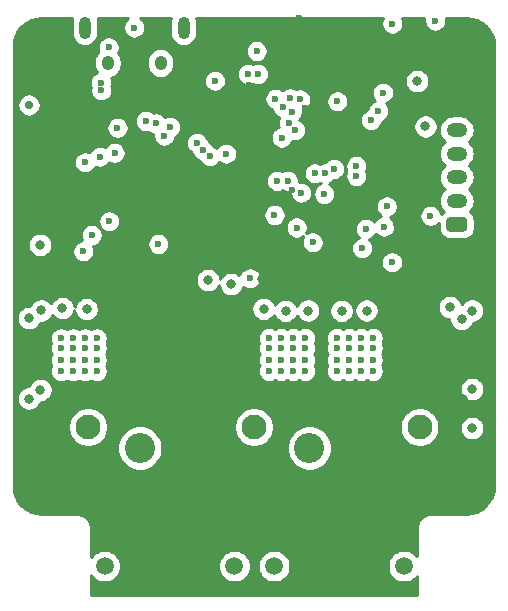
<source format=gbr>
%TF.GenerationSoftware,KiCad,Pcbnew,5.1.6-c6e7f7d~87~ubuntu19.10.1*%
%TF.CreationDate,2021-03-04T23:01:58-05:00*%
%TF.ProjectId,daedalus,64616564-616c-4757-932e-6b696361645f,v1.0*%
%TF.SameCoordinates,Original*%
%TF.FileFunction,Copper,L2,Inr*%
%TF.FilePolarity,Positive*%
%FSLAX46Y46*%
G04 Gerber Fmt 4.6, Leading zero omitted, Abs format (unit mm)*
G04 Created by KiCad (PCBNEW 5.1.6-c6e7f7d~87~ubuntu19.10.1) date 2021-03-04 23:01:58*
%MOMM*%
%LPD*%
G01*
G04 APERTURE LIST*
%TA.AperFunction,ViaPad*%
%ADD10O,1.050000X1.250000*%
%TD*%
%TA.AperFunction,ViaPad*%
%ADD11O,1.000000X1.900000*%
%TD*%
%TA.AperFunction,ViaPad*%
%ADD12C,1.500000*%
%TD*%
%TA.AperFunction,ViaPad*%
%ADD13C,2.550000*%
%TD*%
%TA.AperFunction,ViaPad*%
%ADD14C,4.700000*%
%TD*%
%TA.AperFunction,ViaPad*%
%ADD15O,1.750000X1.200000*%
%TD*%
%TA.AperFunction,ViaPad*%
%ADD16C,2.100000*%
%TD*%
%TA.AperFunction,ViaPad*%
%ADD17C,0.600000*%
%TD*%
%TA.AperFunction,ViaPad*%
%ADD18C,0.800000*%
%TD*%
%TA.AperFunction,ViaPad*%
%ADD19C,0.700000*%
%TD*%
%TA.AperFunction,Conductor*%
%ADD20C,0.254000*%
%TD*%
G04 APERTURE END LIST*
D10*
%TO.N,Net-(J9-Pad6)*%
%TO.C,J9*%
X136047440Y-79865480D03*
X131597440Y-79865480D03*
D11*
X137997440Y-76865480D03*
X129647440Y-76865480D03*
%TD*%
D12*
%TO.N,N/C*%
%TO.C,U2*%
X145654140Y-122464880D03*
X156654140Y-122464880D03*
D13*
%TO.N,VIN*%
X148654140Y-112464880D03*
%TO.N,BGND*%
X153654140Y-112464880D03*
%TD*%
%TO.N,BGND*%
%TO.C,U1*%
X139303140Y-112464880D03*
%TO.N,VIN*%
X134303140Y-112464880D03*
D12*
%TO.N,N/C*%
X142303140Y-122464880D03*
X131303140Y-122464880D03*
%TD*%
D14*
%TO.N,BGND*%
%TO.C,H1*%
X125962120Y-115693200D03*
%TD*%
%TO.N,BGND*%
%TO.C,H2*%
X161955480Y-78422680D03*
%TD*%
%TO.N,BGND*%
%TO.C,H3*%
X161962120Y-115683040D03*
%TD*%
%TO.N,BGND*%
%TO.C,H4*%
X125958600Y-78412520D03*
%TD*%
%TO.N,VDD*%
%TO.C,SWD1*%
%TA.AperFunction,ViaPad*%
G36*
G01*
X161752441Y-94138040D02*
X160502439Y-94138040D01*
G75*
G02*
X160252440Y-93888041I0J249999D01*
G01*
X160252440Y-93188039D01*
G75*
G02*
X160502439Y-92938040I249999J0D01*
G01*
X161752441Y-92938040D01*
G75*
G02*
X162002440Y-93188039I0J-249999D01*
G01*
X162002440Y-93888041D01*
G75*
G02*
X161752441Y-94138040I-249999J0D01*
G01*
G37*
%TD.AperFunction*%
D15*
%TO.N,SWO*%
X161127440Y-91538040D03*
%TO.N,SWDIO*%
X161127440Y-89538040D03*
%TO.N,SWCLK*%
X161127440Y-87538040D03*
%TO.N,NRST*%
X161127440Y-85538040D03*
%TO.N,BGND*%
X161127440Y-83538040D03*
%TD*%
D16*
%TO.N,N/C*%
%TO.C,J5*%
X129910840Y-110698280D03*
%TD*%
%TO.N,N/C*%
%TO.C,J6*%
X143957040Y-110698280D03*
%TD*%
%TO.N,N/C*%
%TO.C,J7*%
X157977840Y-110698280D03*
%TD*%
D17*
%TO.N,NRST*%
X151013160Y-83124040D03*
%TO.N,LED_STATUS*%
X154873960Y-82377280D03*
X155676600Y-76535280D03*
%TO.N,+5V*%
X131648200Y-78546960D03*
X140649960Y-81381600D03*
%TO.N,SPI1_SCK*%
X135620760Y-84968080D03*
X146908520Y-84942680D03*
%TO.N,USB_D-*%
X144290600Y-80807560D03*
X152623520Y-88581680D03*
%TO.N,USB_D+*%
X143440600Y-80807560D03*
X152623520Y-89431680D03*
%TO.N,SPI1_MISO*%
X136870440Y-85293081D03*
X147435325Y-85544743D03*
%TO.N,SPI1_MOSI*%
X136352120Y-86029800D03*
X146293637Y-86180652D03*
D18*
%TO.N,BGND*%
X155051947Y-79028980D03*
D17*
X146639280Y-76728320D03*
X143007080Y-88940640D03*
X147759623Y-76039777D03*
X144800320Y-76545440D03*
X143499840Y-81772760D03*
X127045720Y-84805520D03*
X125156877Y-86429104D03*
X128305560Y-82961480D03*
X129621280Y-90048080D03*
X132222240Y-94538800D03*
X138104880Y-80182720D03*
X140528040Y-79202280D03*
X155940760Y-93441520D03*
X144607280Y-93369151D03*
X148315680Y-83677760D03*
X143637000Y-77332840D03*
X158658560Y-90708480D03*
X147158861Y-90594132D03*
X143007080Y-88940640D03*
D18*
X151434800Y-95351600D03*
X144602200Y-98196400D03*
X125958600Y-104216200D03*
X124917200Y-104876600D03*
X125882400Y-111048800D03*
X124815600Y-98044000D03*
X125831600Y-97459800D03*
X126796800Y-98044000D03*
X128676400Y-98018600D03*
X145923000Y-98160040D03*
X147777200Y-98160040D03*
X150622000Y-98292170D03*
X152512292Y-98289870D03*
X157607000Y-96850200D03*
X159689800Y-98145600D03*
X161391600Y-98120200D03*
X162419950Y-104114600D03*
X161569400Y-104952800D03*
X161620200Y-108356400D03*
X154406600Y-117576600D03*
X140258800Y-117627400D03*
X128092200Y-96443800D03*
D17*
X137464800Y-100609400D03*
X138531600Y-99441000D03*
X137668000Y-99542600D03*
X138404600Y-100609400D03*
X133964980Y-88945420D03*
X135229600Y-88945420D03*
X136499600Y-88945420D03*
X137769600Y-88945420D03*
X133964980Y-89961420D03*
X136499600Y-89961420D03*
X137769600Y-89961420D03*
X135229600Y-89961420D03*
X136499600Y-90977420D03*
X137769600Y-90977420D03*
X135229600Y-90977420D03*
X133964980Y-90977420D03*
X135229600Y-91993420D03*
X137769600Y-91993420D03*
X133964980Y-91993420D03*
X136499600Y-91993420D03*
X136499600Y-93009420D03*
X137769600Y-93009420D03*
X135229600Y-93009420D03*
X133964980Y-93009420D03*
X124942600Y-92659200D03*
D18*
%TO.N,VDD*%
X157781944Y-81399767D03*
D19*
X124907040Y-83428840D03*
D17*
X148920200Y-95050001D03*
X143621760Y-98100040D03*
X144185640Y-78861920D03*
X131003040Y-81524150D03*
X131028440Y-82184240D03*
X159298640Y-76296520D03*
X141589760Y-87543131D03*
X155209240Y-92005642D03*
X153111200Y-95549720D03*
D18*
X158470600Y-85242400D03*
X144780000Y-100685600D03*
D17*
%TO.N,VIN*%
X127609600Y-103174800D03*
D18*
X127736600Y-100634800D03*
X129794000Y-100711000D03*
X125933200Y-100812600D03*
X124891800Y-101473000D03*
X125882400Y-107543600D03*
X124891800Y-108280200D03*
X146634200Y-100863400D03*
X148539200Y-100838000D03*
X151384000Y-100863400D03*
X153492200Y-100838000D03*
X160533080Y-100533200D03*
X162419950Y-100838000D03*
X161544000Y-101549200D03*
X162419950Y-107492800D03*
X162419950Y-110779516D03*
X125857000Y-95275400D03*
D17*
X131697064Y-93257749D03*
X135864600Y-95199200D03*
X128625600Y-103174800D03*
X129641600Y-103174800D03*
X130657600Y-103174800D03*
X127609600Y-104013000D03*
X130657600Y-104013000D03*
X128625600Y-104013000D03*
X129641600Y-104013000D03*
X130657600Y-105029000D03*
X127609600Y-105029000D03*
X129641600Y-105029000D03*
X128625600Y-105029000D03*
X129641600Y-105968800D03*
X127609600Y-105968800D03*
X130657600Y-105968800D03*
X128625600Y-105968800D03*
X146253200Y-105943400D03*
X147269200Y-105003600D03*
X145237200Y-105943400D03*
X147269200Y-105943400D03*
X145237200Y-105003600D03*
X148285200Y-105943400D03*
X145237200Y-103149400D03*
X148285200Y-103987600D03*
X148285200Y-105003600D03*
X146253200Y-105003600D03*
X148285200Y-103149400D03*
X145237200Y-103987600D03*
X147269200Y-103987600D03*
X146253200Y-103149400D03*
X147269200Y-103149400D03*
X146253200Y-103987600D03*
X154025600Y-103987600D03*
X151993600Y-105943400D03*
X151993600Y-103987600D03*
X150977600Y-103149400D03*
X150977600Y-103987600D03*
X153009600Y-105943400D03*
X153009600Y-103149400D03*
X153009600Y-103987600D03*
X154025600Y-105003600D03*
X150977600Y-105943400D03*
X151993600Y-103149400D03*
X151993600Y-105003600D03*
X153009600Y-105003600D03*
X150977600Y-105003600D03*
X154025600Y-105943400D03*
X154025600Y-103149400D03*
%TO.N,SW*%
X129519680Y-95824040D03*
X130220720Y-94442280D03*
%TO.N,Net-(C20-Pad2)*%
X158897320Y-92801440D03*
X153407790Y-93913890D03*
%TO.N,Net-(J9-Pad6)*%
X133822440Y-76865480D03*
D18*
%TO.N,SPB*%
X140050440Y-98252280D03*
X142036800Y-98582480D03*
D17*
%TO.N,SPI2_MOSI*%
X145887440Y-89853538D03*
%TO.N,SPI2_MISO*%
X146801071Y-89823791D03*
%TO.N,SPI2_SCK*%
X147574000Y-93800000D03*
%TO.N,ENABLE*%
X132402377Y-85356497D03*
X145772793Y-82900499D03*
%TO.N,PWM_C*%
X129656198Y-88290400D03*
X147848320Y-82951320D03*
%TO.N,PWM_B*%
X130906199Y-87792560D03*
X147022793Y-82854800D03*
%TO.N,PWM_A*%
X132156200Y-87477600D03*
X146397793Y-83593071D03*
%TO.N,SPI1_NSS*%
X134782560Y-84785200D03*
X147157440Y-83987640D03*
%TO.N,SOA*%
X139126653Y-86623463D03*
X149098000Y-89209880D03*
%TO.N,SOB*%
X139624124Y-87249982D03*
X149989522Y-89217518D03*
%TO.N,SOC*%
X140226553Y-87776368D03*
X150750810Y-88837368D03*
%TO.N,CAN1_RX*%
X155647282Y-96742358D03*
X153857800Y-84705368D03*
%TO.N,CAN1_TX*%
X154970480Y-93720920D03*
X154482800Y-83947000D03*
%TO.N,ENC_B*%
X149909341Y-90957400D03*
%TO.N,ENC_A*%
X147950831Y-90858051D03*
%TO.N,SPI2_NSS*%
X145694400Y-92744151D03*
%TD*%
D20*
%TO.N,BGND*%
G36*
X162400645Y-76115314D02*
G01*
X162838634Y-76247551D01*
X163242586Y-76462337D01*
X163597132Y-76751497D01*
X163888757Y-77104012D01*
X164106363Y-77506465D01*
X164241652Y-77943513D01*
X164292679Y-78429004D01*
X164292681Y-115644914D01*
X164245500Y-116134118D01*
X164113680Y-116573256D01*
X163899073Y-116978429D01*
X163609858Y-117334197D01*
X163257041Y-117627020D01*
X162854073Y-117845734D01*
X162416297Y-117982013D01*
X161929903Y-118033918D01*
X158900399Y-118034204D01*
X158872555Y-118036949D01*
X158869550Y-118036928D01*
X158860379Y-118037828D01*
X158811116Y-118043006D01*
X158803436Y-118043763D01*
X158803183Y-118043840D01*
X158762764Y-118048088D01*
X158704190Y-118060111D01*
X158645406Y-118071325D01*
X158636584Y-118073989D01*
X158542821Y-118103014D01*
X158487677Y-118126195D01*
X158432220Y-118148600D01*
X158424083Y-118152927D01*
X158337744Y-118199610D01*
X158288185Y-118233038D01*
X158238092Y-118265817D01*
X158230951Y-118271641D01*
X158155323Y-118334207D01*
X158113187Y-118376638D01*
X158070435Y-118418503D01*
X158064561Y-118425604D01*
X158064557Y-118425608D01*
X158002525Y-118501667D01*
X157969431Y-118551478D01*
X157935624Y-118600851D01*
X157931241Y-118608957D01*
X157885161Y-118695621D01*
X157862361Y-118750939D01*
X157838800Y-118805910D01*
X157836075Y-118814714D01*
X157807706Y-118908678D01*
X157796083Y-118967380D01*
X157783651Y-119025867D01*
X157782688Y-119035032D01*
X157773110Y-119132715D01*
X157769960Y-119164702D01*
X157769960Y-121641890D01*
X157729939Y-121581994D01*
X157537026Y-121389081D01*
X157310183Y-121237509D01*
X157058129Y-121133105D01*
X156790551Y-121079880D01*
X156517729Y-121079880D01*
X156250151Y-121133105D01*
X155998097Y-121237509D01*
X155771254Y-121389081D01*
X155578341Y-121581994D01*
X155426769Y-121808837D01*
X155322365Y-122060891D01*
X155269140Y-122328469D01*
X155269140Y-122601291D01*
X155322365Y-122868869D01*
X155426769Y-123120923D01*
X155578341Y-123347766D01*
X155771254Y-123540679D01*
X155998097Y-123692251D01*
X156250151Y-123796655D01*
X156517729Y-123849880D01*
X156790551Y-123849880D01*
X157058129Y-123796655D01*
X157310183Y-123692251D01*
X157537026Y-123540679D01*
X157729939Y-123347766D01*
X157769961Y-123287870D01*
X157769961Y-124907440D01*
X130133960Y-124907440D01*
X130133960Y-123208012D01*
X130227341Y-123347766D01*
X130420254Y-123540679D01*
X130647097Y-123692251D01*
X130899151Y-123796655D01*
X131166729Y-123849880D01*
X131439551Y-123849880D01*
X131707129Y-123796655D01*
X131959183Y-123692251D01*
X132186026Y-123540679D01*
X132378939Y-123347766D01*
X132530511Y-123120923D01*
X132634915Y-122868869D01*
X132688140Y-122601291D01*
X132688140Y-122328469D01*
X140918140Y-122328469D01*
X140918140Y-122601291D01*
X140971365Y-122868869D01*
X141075769Y-123120923D01*
X141227341Y-123347766D01*
X141420254Y-123540679D01*
X141647097Y-123692251D01*
X141899151Y-123796655D01*
X142166729Y-123849880D01*
X142439551Y-123849880D01*
X142707129Y-123796655D01*
X142959183Y-123692251D01*
X143186026Y-123540679D01*
X143378939Y-123347766D01*
X143530511Y-123120923D01*
X143634915Y-122868869D01*
X143688140Y-122601291D01*
X143688140Y-122328469D01*
X144269140Y-122328469D01*
X144269140Y-122601291D01*
X144322365Y-122868869D01*
X144426769Y-123120923D01*
X144578341Y-123347766D01*
X144771254Y-123540679D01*
X144998097Y-123692251D01*
X145250151Y-123796655D01*
X145517729Y-123849880D01*
X145790551Y-123849880D01*
X146058129Y-123796655D01*
X146310183Y-123692251D01*
X146537026Y-123540679D01*
X146729939Y-123347766D01*
X146881511Y-123120923D01*
X146985915Y-122868869D01*
X147039140Y-122601291D01*
X147039140Y-122328469D01*
X146985915Y-122060891D01*
X146881511Y-121808837D01*
X146729939Y-121581994D01*
X146537026Y-121389081D01*
X146310183Y-121237509D01*
X146058129Y-121133105D01*
X145790551Y-121079880D01*
X145517729Y-121079880D01*
X145250151Y-121133105D01*
X144998097Y-121237509D01*
X144771254Y-121389081D01*
X144578341Y-121581994D01*
X144426769Y-121808837D01*
X144322365Y-122060891D01*
X144269140Y-122328469D01*
X143688140Y-122328469D01*
X143634915Y-122060891D01*
X143530511Y-121808837D01*
X143378939Y-121581994D01*
X143186026Y-121389081D01*
X142959183Y-121237509D01*
X142707129Y-121133105D01*
X142439551Y-121079880D01*
X142166729Y-121079880D01*
X141899151Y-121133105D01*
X141647097Y-121237509D01*
X141420254Y-121389081D01*
X141227341Y-121581994D01*
X141075769Y-121808837D01*
X140971365Y-122060891D01*
X140918140Y-122328469D01*
X132688140Y-122328469D01*
X132634915Y-122060891D01*
X132530511Y-121808837D01*
X132378939Y-121581994D01*
X132186026Y-121389081D01*
X131959183Y-121237509D01*
X131707129Y-121133105D01*
X131439551Y-121079880D01*
X131166729Y-121079880D01*
X130899151Y-121133105D01*
X130647097Y-121237509D01*
X130420254Y-121389081D01*
X130227341Y-121581994D01*
X130133960Y-121721748D01*
X130133960Y-119179941D01*
X130131211Y-119152030D01*
X130131232Y-119149030D01*
X130130332Y-119139859D01*
X130125254Y-119091544D01*
X130124410Y-119082977D01*
X130124323Y-119082691D01*
X130120072Y-119042244D01*
X130108049Y-118983670D01*
X130096835Y-118924886D01*
X130094171Y-118916064D01*
X130065146Y-118822301D01*
X130041965Y-118767157D01*
X130019560Y-118711700D01*
X130015233Y-118703563D01*
X129968550Y-118617224D01*
X129935122Y-118567665D01*
X129902343Y-118517572D01*
X129896519Y-118510431D01*
X129833953Y-118434803D01*
X129791522Y-118392667D01*
X129749657Y-118349915D01*
X129742556Y-118344041D01*
X129666493Y-118282005D01*
X129616682Y-118248911D01*
X129567309Y-118215104D01*
X129559203Y-118210721D01*
X129472539Y-118164641D01*
X129417221Y-118141841D01*
X129362250Y-118118280D01*
X129353446Y-118115555D01*
X129259482Y-118087186D01*
X129200780Y-118075563D01*
X129142293Y-118063131D01*
X129133128Y-118062168D01*
X129035445Y-118052590D01*
X129035442Y-118052590D01*
X129003459Y-118049440D01*
X125995959Y-118049440D01*
X125506385Y-118001437D01*
X125066507Y-117868630D01*
X124660797Y-117652911D01*
X124304724Y-117362504D01*
X124011832Y-117008460D01*
X123793288Y-116604271D01*
X123657413Y-116165333D01*
X123606160Y-115677689D01*
X123606160Y-110532322D01*
X128225840Y-110532322D01*
X128225840Y-110864238D01*
X128290594Y-111189776D01*
X128417612Y-111496427D01*
X128602015Y-111772405D01*
X128836715Y-112007105D01*
X129112693Y-112191508D01*
X129419344Y-112318526D01*
X129744882Y-112383280D01*
X130076798Y-112383280D01*
X130402336Y-112318526D01*
X130503166Y-112276761D01*
X132393140Y-112276761D01*
X132393140Y-112652999D01*
X132466540Y-113022007D01*
X132610520Y-113369604D01*
X132819546Y-113682434D01*
X133085586Y-113948474D01*
X133398416Y-114157500D01*
X133746013Y-114301480D01*
X134115021Y-114374880D01*
X134491259Y-114374880D01*
X134860267Y-114301480D01*
X135207864Y-114157500D01*
X135520694Y-113948474D01*
X135786734Y-113682434D01*
X135995760Y-113369604D01*
X136139740Y-113022007D01*
X136213140Y-112652999D01*
X136213140Y-112276761D01*
X136139740Y-111907753D01*
X135995760Y-111560156D01*
X135786734Y-111247326D01*
X135520694Y-110981286D01*
X135207864Y-110772260D01*
X134860267Y-110628280D01*
X134491259Y-110554880D01*
X134115021Y-110554880D01*
X133746013Y-110628280D01*
X133398416Y-110772260D01*
X133085586Y-110981286D01*
X132819546Y-111247326D01*
X132610520Y-111560156D01*
X132466540Y-111907753D01*
X132393140Y-112276761D01*
X130503166Y-112276761D01*
X130708987Y-112191508D01*
X130984965Y-112007105D01*
X131219665Y-111772405D01*
X131404068Y-111496427D01*
X131531086Y-111189776D01*
X131595840Y-110864238D01*
X131595840Y-110532322D01*
X142272040Y-110532322D01*
X142272040Y-110864238D01*
X142336794Y-111189776D01*
X142463812Y-111496427D01*
X142648215Y-111772405D01*
X142882915Y-112007105D01*
X143158893Y-112191508D01*
X143465544Y-112318526D01*
X143791082Y-112383280D01*
X144122998Y-112383280D01*
X144448536Y-112318526D01*
X144549366Y-112276761D01*
X146744140Y-112276761D01*
X146744140Y-112652999D01*
X146817540Y-113022007D01*
X146961520Y-113369604D01*
X147170546Y-113682434D01*
X147436586Y-113948474D01*
X147749416Y-114157500D01*
X148097013Y-114301480D01*
X148466021Y-114374880D01*
X148842259Y-114374880D01*
X149211267Y-114301480D01*
X149558864Y-114157500D01*
X149871694Y-113948474D01*
X150137734Y-113682434D01*
X150346760Y-113369604D01*
X150490740Y-113022007D01*
X150564140Y-112652999D01*
X150564140Y-112276761D01*
X150490740Y-111907753D01*
X150346760Y-111560156D01*
X150137734Y-111247326D01*
X149871694Y-110981286D01*
X149558864Y-110772260D01*
X149211267Y-110628280D01*
X148842259Y-110554880D01*
X148466021Y-110554880D01*
X148097013Y-110628280D01*
X147749416Y-110772260D01*
X147436586Y-110981286D01*
X147170546Y-111247326D01*
X146961520Y-111560156D01*
X146817540Y-111907753D01*
X146744140Y-112276761D01*
X144549366Y-112276761D01*
X144755187Y-112191508D01*
X145031165Y-112007105D01*
X145265865Y-111772405D01*
X145450268Y-111496427D01*
X145577286Y-111189776D01*
X145642040Y-110864238D01*
X145642040Y-110532322D01*
X156292840Y-110532322D01*
X156292840Y-110864238D01*
X156357594Y-111189776D01*
X156484612Y-111496427D01*
X156669015Y-111772405D01*
X156903715Y-112007105D01*
X157179693Y-112191508D01*
X157486344Y-112318526D01*
X157811882Y-112383280D01*
X158143798Y-112383280D01*
X158469336Y-112318526D01*
X158775987Y-112191508D01*
X159051965Y-112007105D01*
X159286665Y-111772405D01*
X159471068Y-111496427D01*
X159598086Y-111189776D01*
X159662840Y-110864238D01*
X159662840Y-110677577D01*
X161384950Y-110677577D01*
X161384950Y-110881455D01*
X161424724Y-111081414D01*
X161502745Y-111269772D01*
X161616013Y-111439290D01*
X161760176Y-111583453D01*
X161929694Y-111696721D01*
X162118052Y-111774742D01*
X162318011Y-111814516D01*
X162521889Y-111814516D01*
X162721848Y-111774742D01*
X162910206Y-111696721D01*
X163079724Y-111583453D01*
X163223887Y-111439290D01*
X163337155Y-111269772D01*
X163415176Y-111081414D01*
X163454950Y-110881455D01*
X163454950Y-110677577D01*
X163415176Y-110477618D01*
X163337155Y-110289260D01*
X163223887Y-110119742D01*
X163079724Y-109975579D01*
X162910206Y-109862311D01*
X162721848Y-109784290D01*
X162521889Y-109744516D01*
X162318011Y-109744516D01*
X162118052Y-109784290D01*
X161929694Y-109862311D01*
X161760176Y-109975579D01*
X161616013Y-110119742D01*
X161502745Y-110289260D01*
X161424724Y-110477618D01*
X161384950Y-110677577D01*
X159662840Y-110677577D01*
X159662840Y-110532322D01*
X159598086Y-110206784D01*
X159471068Y-109900133D01*
X159286665Y-109624155D01*
X159051965Y-109389455D01*
X158775987Y-109205052D01*
X158469336Y-109078034D01*
X158143798Y-109013280D01*
X157811882Y-109013280D01*
X157486344Y-109078034D01*
X157179693Y-109205052D01*
X156903715Y-109389455D01*
X156669015Y-109624155D01*
X156484612Y-109900133D01*
X156357594Y-110206784D01*
X156292840Y-110532322D01*
X145642040Y-110532322D01*
X145577286Y-110206784D01*
X145450268Y-109900133D01*
X145265865Y-109624155D01*
X145031165Y-109389455D01*
X144755187Y-109205052D01*
X144448536Y-109078034D01*
X144122998Y-109013280D01*
X143791082Y-109013280D01*
X143465544Y-109078034D01*
X143158893Y-109205052D01*
X142882915Y-109389455D01*
X142648215Y-109624155D01*
X142463812Y-109900133D01*
X142336794Y-110206784D01*
X142272040Y-110532322D01*
X131595840Y-110532322D01*
X131531086Y-110206784D01*
X131404068Y-109900133D01*
X131219665Y-109624155D01*
X130984965Y-109389455D01*
X130708987Y-109205052D01*
X130402336Y-109078034D01*
X130076798Y-109013280D01*
X129744882Y-109013280D01*
X129419344Y-109078034D01*
X129112693Y-109205052D01*
X128836715Y-109389455D01*
X128602015Y-109624155D01*
X128417612Y-109900133D01*
X128290594Y-110206784D01*
X128225840Y-110532322D01*
X123606160Y-110532322D01*
X123606160Y-108178261D01*
X123856800Y-108178261D01*
X123856800Y-108382139D01*
X123896574Y-108582098D01*
X123974595Y-108770456D01*
X124087863Y-108939974D01*
X124232026Y-109084137D01*
X124401544Y-109197405D01*
X124589902Y-109275426D01*
X124789861Y-109315200D01*
X124993739Y-109315200D01*
X125193698Y-109275426D01*
X125382056Y-109197405D01*
X125551574Y-109084137D01*
X125695737Y-108939974D01*
X125809005Y-108770456D01*
X125887026Y-108582098D01*
X125887722Y-108578600D01*
X125984339Y-108578600D01*
X126184298Y-108538826D01*
X126372656Y-108460805D01*
X126542174Y-108347537D01*
X126686337Y-108203374D01*
X126799605Y-108033856D01*
X126877626Y-107845498D01*
X126917400Y-107645539D01*
X126917400Y-107441661D01*
X126907296Y-107390861D01*
X161384950Y-107390861D01*
X161384950Y-107594739D01*
X161424724Y-107794698D01*
X161502745Y-107983056D01*
X161616013Y-108152574D01*
X161760176Y-108296737D01*
X161929694Y-108410005D01*
X162118052Y-108488026D01*
X162318011Y-108527800D01*
X162521889Y-108527800D01*
X162721848Y-108488026D01*
X162910206Y-108410005D01*
X163079724Y-108296737D01*
X163223887Y-108152574D01*
X163337155Y-107983056D01*
X163415176Y-107794698D01*
X163454950Y-107594739D01*
X163454950Y-107390861D01*
X163415176Y-107190902D01*
X163337155Y-107002544D01*
X163223887Y-106833026D01*
X163079724Y-106688863D01*
X162910206Y-106575595D01*
X162721848Y-106497574D01*
X162521889Y-106457800D01*
X162318011Y-106457800D01*
X162118052Y-106497574D01*
X161929694Y-106575595D01*
X161760176Y-106688863D01*
X161616013Y-106833026D01*
X161502745Y-107002544D01*
X161424724Y-107190902D01*
X161384950Y-107390861D01*
X126907296Y-107390861D01*
X126877626Y-107241702D01*
X126799605Y-107053344D01*
X126686337Y-106883826D01*
X126542174Y-106739663D01*
X126372656Y-106626395D01*
X126184298Y-106548374D01*
X125984339Y-106508600D01*
X125780461Y-106508600D01*
X125580502Y-106548374D01*
X125392144Y-106626395D01*
X125222626Y-106739663D01*
X125078463Y-106883826D01*
X124965195Y-107053344D01*
X124887174Y-107241702D01*
X124886478Y-107245200D01*
X124789861Y-107245200D01*
X124589902Y-107284974D01*
X124401544Y-107362995D01*
X124232026Y-107476263D01*
X124087863Y-107620426D01*
X123974595Y-107789944D01*
X123896574Y-107978302D01*
X123856800Y-108178261D01*
X123606160Y-108178261D01*
X123606160Y-103082711D01*
X126674600Y-103082711D01*
X126674600Y-103266889D01*
X126710532Y-103447529D01*
X126771160Y-103593900D01*
X126710532Y-103740271D01*
X126674600Y-103920911D01*
X126674600Y-104105089D01*
X126710532Y-104285729D01*
X126781014Y-104455889D01*
X126824520Y-104521000D01*
X126781014Y-104586111D01*
X126710532Y-104756271D01*
X126674600Y-104936911D01*
X126674600Y-105121089D01*
X126710532Y-105301729D01*
X126781014Y-105471889D01*
X126799062Y-105498900D01*
X126781014Y-105525911D01*
X126710532Y-105696071D01*
X126674600Y-105876711D01*
X126674600Y-106060889D01*
X126710532Y-106241529D01*
X126781014Y-106411689D01*
X126883338Y-106564828D01*
X127013572Y-106695062D01*
X127166711Y-106797386D01*
X127336871Y-106867868D01*
X127517511Y-106903800D01*
X127701689Y-106903800D01*
X127882329Y-106867868D01*
X128052489Y-106797386D01*
X128117600Y-106753880D01*
X128182711Y-106797386D01*
X128352871Y-106867868D01*
X128533511Y-106903800D01*
X128717689Y-106903800D01*
X128898329Y-106867868D01*
X129068489Y-106797386D01*
X129133600Y-106753880D01*
X129198711Y-106797386D01*
X129368871Y-106867868D01*
X129549511Y-106903800D01*
X129733689Y-106903800D01*
X129914329Y-106867868D01*
X130084489Y-106797386D01*
X130149600Y-106753880D01*
X130214711Y-106797386D01*
X130384871Y-106867868D01*
X130565511Y-106903800D01*
X130749689Y-106903800D01*
X130930329Y-106867868D01*
X131100489Y-106797386D01*
X131253628Y-106695062D01*
X131383862Y-106564828D01*
X131486186Y-106411689D01*
X131556668Y-106241529D01*
X131592600Y-106060889D01*
X131592600Y-105876711D01*
X131556668Y-105696071D01*
X131486186Y-105525911D01*
X131468138Y-105498900D01*
X131486186Y-105471889D01*
X131556668Y-105301729D01*
X131592600Y-105121089D01*
X131592600Y-104936911D01*
X131556668Y-104756271D01*
X131486186Y-104586111D01*
X131442680Y-104521000D01*
X131486186Y-104455889D01*
X131556668Y-104285729D01*
X131592600Y-104105089D01*
X131592600Y-103920911D01*
X131556668Y-103740271D01*
X131496040Y-103593900D01*
X131556668Y-103447529D01*
X131592600Y-103266889D01*
X131592600Y-103082711D01*
X131587548Y-103057311D01*
X144302200Y-103057311D01*
X144302200Y-103241489D01*
X144338132Y-103422129D01*
X144398760Y-103568500D01*
X144338132Y-103714871D01*
X144302200Y-103895511D01*
X144302200Y-104079689D01*
X144338132Y-104260329D01*
X144408614Y-104430489D01*
X144452120Y-104495600D01*
X144408614Y-104560711D01*
X144338132Y-104730871D01*
X144302200Y-104911511D01*
X144302200Y-105095689D01*
X144338132Y-105276329D01*
X144408614Y-105446489D01*
X144426662Y-105473500D01*
X144408614Y-105500511D01*
X144338132Y-105670671D01*
X144302200Y-105851311D01*
X144302200Y-106035489D01*
X144338132Y-106216129D01*
X144408614Y-106386289D01*
X144510938Y-106539428D01*
X144641172Y-106669662D01*
X144794311Y-106771986D01*
X144964471Y-106842468D01*
X145145111Y-106878400D01*
X145329289Y-106878400D01*
X145509929Y-106842468D01*
X145680089Y-106771986D01*
X145745200Y-106728480D01*
X145810311Y-106771986D01*
X145980471Y-106842468D01*
X146161111Y-106878400D01*
X146345289Y-106878400D01*
X146525929Y-106842468D01*
X146696089Y-106771986D01*
X146761200Y-106728480D01*
X146826311Y-106771986D01*
X146996471Y-106842468D01*
X147177111Y-106878400D01*
X147361289Y-106878400D01*
X147541929Y-106842468D01*
X147712089Y-106771986D01*
X147777200Y-106728480D01*
X147842311Y-106771986D01*
X148012471Y-106842468D01*
X148193111Y-106878400D01*
X148377289Y-106878400D01*
X148557929Y-106842468D01*
X148728089Y-106771986D01*
X148881228Y-106669662D01*
X149011462Y-106539428D01*
X149113786Y-106386289D01*
X149184268Y-106216129D01*
X149220200Y-106035489D01*
X149220200Y-105851311D01*
X149184268Y-105670671D01*
X149113786Y-105500511D01*
X149095738Y-105473500D01*
X149113786Y-105446489D01*
X149184268Y-105276329D01*
X149220200Y-105095689D01*
X149220200Y-104911511D01*
X149184268Y-104730871D01*
X149113786Y-104560711D01*
X149070280Y-104495600D01*
X149113786Y-104430489D01*
X149184268Y-104260329D01*
X149220200Y-104079689D01*
X149220200Y-103895511D01*
X149184268Y-103714871D01*
X149123640Y-103568500D01*
X149184268Y-103422129D01*
X149220200Y-103241489D01*
X149220200Y-103057311D01*
X150042600Y-103057311D01*
X150042600Y-103241489D01*
X150078532Y-103422129D01*
X150139160Y-103568500D01*
X150078532Y-103714871D01*
X150042600Y-103895511D01*
X150042600Y-104079689D01*
X150078532Y-104260329D01*
X150149014Y-104430489D01*
X150192520Y-104495600D01*
X150149014Y-104560711D01*
X150078532Y-104730871D01*
X150042600Y-104911511D01*
X150042600Y-105095689D01*
X150078532Y-105276329D01*
X150149014Y-105446489D01*
X150167062Y-105473500D01*
X150149014Y-105500511D01*
X150078532Y-105670671D01*
X150042600Y-105851311D01*
X150042600Y-106035489D01*
X150078532Y-106216129D01*
X150149014Y-106386289D01*
X150251338Y-106539428D01*
X150381572Y-106669662D01*
X150534711Y-106771986D01*
X150704871Y-106842468D01*
X150885511Y-106878400D01*
X151069689Y-106878400D01*
X151250329Y-106842468D01*
X151420489Y-106771986D01*
X151485600Y-106728480D01*
X151550711Y-106771986D01*
X151720871Y-106842468D01*
X151901511Y-106878400D01*
X152085689Y-106878400D01*
X152266329Y-106842468D01*
X152436489Y-106771986D01*
X152501600Y-106728480D01*
X152566711Y-106771986D01*
X152736871Y-106842468D01*
X152917511Y-106878400D01*
X153101689Y-106878400D01*
X153282329Y-106842468D01*
X153452489Y-106771986D01*
X153517600Y-106728480D01*
X153582711Y-106771986D01*
X153752871Y-106842468D01*
X153933511Y-106878400D01*
X154117689Y-106878400D01*
X154298329Y-106842468D01*
X154468489Y-106771986D01*
X154621628Y-106669662D01*
X154751862Y-106539428D01*
X154854186Y-106386289D01*
X154924668Y-106216129D01*
X154960600Y-106035489D01*
X154960600Y-105851311D01*
X154924668Y-105670671D01*
X154854186Y-105500511D01*
X154836138Y-105473500D01*
X154854186Y-105446489D01*
X154924668Y-105276329D01*
X154960600Y-105095689D01*
X154960600Y-104911511D01*
X154924668Y-104730871D01*
X154854186Y-104560711D01*
X154810680Y-104495600D01*
X154854186Y-104430489D01*
X154924668Y-104260329D01*
X154960600Y-104079689D01*
X154960600Y-103895511D01*
X154924668Y-103714871D01*
X154864040Y-103568500D01*
X154924668Y-103422129D01*
X154960600Y-103241489D01*
X154960600Y-103057311D01*
X154924668Y-102876671D01*
X154854186Y-102706511D01*
X154751862Y-102553372D01*
X154621628Y-102423138D01*
X154468489Y-102320814D01*
X154298329Y-102250332D01*
X154117689Y-102214400D01*
X153933511Y-102214400D01*
X153752871Y-102250332D01*
X153582711Y-102320814D01*
X153517600Y-102364320D01*
X153452489Y-102320814D01*
X153282329Y-102250332D01*
X153101689Y-102214400D01*
X152917511Y-102214400D01*
X152736871Y-102250332D01*
X152566711Y-102320814D01*
X152501600Y-102364320D01*
X152436489Y-102320814D01*
X152266329Y-102250332D01*
X152085689Y-102214400D01*
X151901511Y-102214400D01*
X151720871Y-102250332D01*
X151550711Y-102320814D01*
X151485600Y-102364320D01*
X151420489Y-102320814D01*
X151250329Y-102250332D01*
X151069689Y-102214400D01*
X150885511Y-102214400D01*
X150704871Y-102250332D01*
X150534711Y-102320814D01*
X150381572Y-102423138D01*
X150251338Y-102553372D01*
X150149014Y-102706511D01*
X150078532Y-102876671D01*
X150042600Y-103057311D01*
X149220200Y-103057311D01*
X149184268Y-102876671D01*
X149113786Y-102706511D01*
X149011462Y-102553372D01*
X148881228Y-102423138D01*
X148728089Y-102320814D01*
X148557929Y-102250332D01*
X148377289Y-102214400D01*
X148193111Y-102214400D01*
X148012471Y-102250332D01*
X147842311Y-102320814D01*
X147777200Y-102364320D01*
X147712089Y-102320814D01*
X147541929Y-102250332D01*
X147361289Y-102214400D01*
X147177111Y-102214400D01*
X146996471Y-102250332D01*
X146826311Y-102320814D01*
X146761200Y-102364320D01*
X146696089Y-102320814D01*
X146525929Y-102250332D01*
X146345289Y-102214400D01*
X146161111Y-102214400D01*
X145980471Y-102250332D01*
X145810311Y-102320814D01*
X145745200Y-102364320D01*
X145680089Y-102320814D01*
X145509929Y-102250332D01*
X145329289Y-102214400D01*
X145145111Y-102214400D01*
X144964471Y-102250332D01*
X144794311Y-102320814D01*
X144641172Y-102423138D01*
X144510938Y-102553372D01*
X144408614Y-102706511D01*
X144338132Y-102876671D01*
X144302200Y-103057311D01*
X131587548Y-103057311D01*
X131556668Y-102902071D01*
X131486186Y-102731911D01*
X131383862Y-102578772D01*
X131253628Y-102448538D01*
X131100489Y-102346214D01*
X130930329Y-102275732D01*
X130749689Y-102239800D01*
X130565511Y-102239800D01*
X130384871Y-102275732D01*
X130214711Y-102346214D01*
X130149600Y-102389720D01*
X130084489Y-102346214D01*
X129914329Y-102275732D01*
X129733689Y-102239800D01*
X129549511Y-102239800D01*
X129368871Y-102275732D01*
X129198711Y-102346214D01*
X129133600Y-102389720D01*
X129068489Y-102346214D01*
X128898329Y-102275732D01*
X128717689Y-102239800D01*
X128533511Y-102239800D01*
X128352871Y-102275732D01*
X128182711Y-102346214D01*
X128117600Y-102389720D01*
X128052489Y-102346214D01*
X127882329Y-102275732D01*
X127701689Y-102239800D01*
X127517511Y-102239800D01*
X127336871Y-102275732D01*
X127166711Y-102346214D01*
X127013572Y-102448538D01*
X126883338Y-102578772D01*
X126781014Y-102731911D01*
X126710532Y-102902071D01*
X126674600Y-103082711D01*
X123606160Y-103082711D01*
X123606160Y-101371061D01*
X123856800Y-101371061D01*
X123856800Y-101574939D01*
X123896574Y-101774898D01*
X123974595Y-101963256D01*
X124087863Y-102132774D01*
X124232026Y-102276937D01*
X124401544Y-102390205D01*
X124589902Y-102468226D01*
X124789861Y-102508000D01*
X124993739Y-102508000D01*
X125193698Y-102468226D01*
X125382056Y-102390205D01*
X125551574Y-102276937D01*
X125695737Y-102132774D01*
X125809005Y-101963256D01*
X125856912Y-101847600D01*
X126035139Y-101847600D01*
X126235098Y-101807826D01*
X126423456Y-101729805D01*
X126592974Y-101616537D01*
X126737137Y-101472374D01*
X126850405Y-101302856D01*
X126884002Y-101221747D01*
X126932663Y-101294574D01*
X127076826Y-101438737D01*
X127246344Y-101552005D01*
X127434702Y-101630026D01*
X127634661Y-101669800D01*
X127838539Y-101669800D01*
X128038498Y-101630026D01*
X128226856Y-101552005D01*
X128396374Y-101438737D01*
X128540537Y-101294574D01*
X128653805Y-101125056D01*
X128731826Y-100936698D01*
X128759000Y-100800084D01*
X128759000Y-100812939D01*
X128798774Y-101012898D01*
X128876795Y-101201256D01*
X128990063Y-101370774D01*
X129134226Y-101514937D01*
X129303744Y-101628205D01*
X129492102Y-101706226D01*
X129692061Y-101746000D01*
X129895939Y-101746000D01*
X130095898Y-101706226D01*
X130284256Y-101628205D01*
X130453774Y-101514937D01*
X130597937Y-101370774D01*
X130711205Y-101201256D01*
X130789226Y-101012898D01*
X130829000Y-100812939D01*
X130829000Y-100609061D01*
X130823948Y-100583661D01*
X143745000Y-100583661D01*
X143745000Y-100787539D01*
X143784774Y-100987498D01*
X143862795Y-101175856D01*
X143976063Y-101345374D01*
X144120226Y-101489537D01*
X144289744Y-101602805D01*
X144478102Y-101680826D01*
X144678061Y-101720600D01*
X144881939Y-101720600D01*
X145081898Y-101680826D01*
X145270256Y-101602805D01*
X145439774Y-101489537D01*
X145583937Y-101345374D01*
X145663958Y-101225614D01*
X145716995Y-101353656D01*
X145830263Y-101523174D01*
X145974426Y-101667337D01*
X146143944Y-101780605D01*
X146332302Y-101858626D01*
X146532261Y-101898400D01*
X146736139Y-101898400D01*
X146936098Y-101858626D01*
X147124456Y-101780605D01*
X147293974Y-101667337D01*
X147438137Y-101523174D01*
X147551405Y-101353656D01*
X147591961Y-101255747D01*
X147621995Y-101328256D01*
X147735263Y-101497774D01*
X147879426Y-101641937D01*
X148048944Y-101755205D01*
X148237302Y-101833226D01*
X148437261Y-101873000D01*
X148641139Y-101873000D01*
X148841098Y-101833226D01*
X149029456Y-101755205D01*
X149198974Y-101641937D01*
X149343137Y-101497774D01*
X149456405Y-101328256D01*
X149534426Y-101139898D01*
X149574200Y-100939939D01*
X149574200Y-100761461D01*
X150349000Y-100761461D01*
X150349000Y-100965339D01*
X150388774Y-101165298D01*
X150466795Y-101353656D01*
X150580063Y-101523174D01*
X150724226Y-101667337D01*
X150893744Y-101780605D01*
X151082102Y-101858626D01*
X151282061Y-101898400D01*
X151485939Y-101898400D01*
X151685898Y-101858626D01*
X151874256Y-101780605D01*
X152043774Y-101667337D01*
X152187937Y-101523174D01*
X152301205Y-101353656D01*
X152379226Y-101165298D01*
X152419000Y-100965339D01*
X152419000Y-100761461D01*
X152413948Y-100736061D01*
X152457200Y-100736061D01*
X152457200Y-100939939D01*
X152496974Y-101139898D01*
X152574995Y-101328256D01*
X152688263Y-101497774D01*
X152832426Y-101641937D01*
X153001944Y-101755205D01*
X153190302Y-101833226D01*
X153390261Y-101873000D01*
X153594139Y-101873000D01*
X153794098Y-101833226D01*
X153982456Y-101755205D01*
X154151974Y-101641937D01*
X154296137Y-101497774D01*
X154409405Y-101328256D01*
X154487426Y-101139898D01*
X154527200Y-100939939D01*
X154527200Y-100736061D01*
X154487426Y-100536102D01*
X154444000Y-100431261D01*
X159498080Y-100431261D01*
X159498080Y-100635139D01*
X159537854Y-100835098D01*
X159615875Y-101023456D01*
X159729143Y-101192974D01*
X159873306Y-101337137D01*
X160042824Y-101450405D01*
X160231182Y-101528426D01*
X160431141Y-101568200D01*
X160509000Y-101568200D01*
X160509000Y-101651139D01*
X160548774Y-101851098D01*
X160626795Y-102039456D01*
X160740063Y-102208974D01*
X160884226Y-102353137D01*
X161053744Y-102466405D01*
X161242102Y-102544426D01*
X161442061Y-102584200D01*
X161645939Y-102584200D01*
X161845898Y-102544426D01*
X162034256Y-102466405D01*
X162203774Y-102353137D01*
X162347937Y-102208974D01*
X162461205Y-102039456D01*
X162530896Y-101871208D01*
X162721848Y-101833226D01*
X162910206Y-101755205D01*
X163079724Y-101641937D01*
X163223887Y-101497774D01*
X163337155Y-101328256D01*
X163415176Y-101139898D01*
X163454950Y-100939939D01*
X163454950Y-100736061D01*
X163415176Y-100536102D01*
X163337155Y-100347744D01*
X163223887Y-100178226D01*
X163079724Y-100034063D01*
X162910206Y-99920795D01*
X162721848Y-99842774D01*
X162521889Y-99803000D01*
X162318011Y-99803000D01*
X162118052Y-99842774D01*
X161929694Y-99920795D01*
X161760176Y-100034063D01*
X161616013Y-100178226D01*
X161540291Y-100291553D01*
X161528306Y-100231302D01*
X161450285Y-100042944D01*
X161337017Y-99873426D01*
X161192854Y-99729263D01*
X161023336Y-99615995D01*
X160834978Y-99537974D01*
X160635019Y-99498200D01*
X160431141Y-99498200D01*
X160231182Y-99537974D01*
X160042824Y-99615995D01*
X159873306Y-99729263D01*
X159729143Y-99873426D01*
X159615875Y-100042944D01*
X159537854Y-100231302D01*
X159498080Y-100431261D01*
X154444000Y-100431261D01*
X154409405Y-100347744D01*
X154296137Y-100178226D01*
X154151974Y-100034063D01*
X153982456Y-99920795D01*
X153794098Y-99842774D01*
X153594139Y-99803000D01*
X153390261Y-99803000D01*
X153190302Y-99842774D01*
X153001944Y-99920795D01*
X152832426Y-100034063D01*
X152688263Y-100178226D01*
X152574995Y-100347744D01*
X152496974Y-100536102D01*
X152457200Y-100736061D01*
X152413948Y-100736061D01*
X152379226Y-100561502D01*
X152301205Y-100373144D01*
X152187937Y-100203626D01*
X152043774Y-100059463D01*
X151874256Y-99946195D01*
X151685898Y-99868174D01*
X151485939Y-99828400D01*
X151282061Y-99828400D01*
X151082102Y-99868174D01*
X150893744Y-99946195D01*
X150724226Y-100059463D01*
X150580063Y-100203626D01*
X150466795Y-100373144D01*
X150388774Y-100561502D01*
X150349000Y-100761461D01*
X149574200Y-100761461D01*
X149574200Y-100736061D01*
X149534426Y-100536102D01*
X149456405Y-100347744D01*
X149343137Y-100178226D01*
X149198974Y-100034063D01*
X149029456Y-99920795D01*
X148841098Y-99842774D01*
X148641139Y-99803000D01*
X148437261Y-99803000D01*
X148237302Y-99842774D01*
X148048944Y-99920795D01*
X147879426Y-100034063D01*
X147735263Y-100178226D01*
X147621995Y-100347744D01*
X147581439Y-100445653D01*
X147551405Y-100373144D01*
X147438137Y-100203626D01*
X147293974Y-100059463D01*
X147124456Y-99946195D01*
X146936098Y-99868174D01*
X146736139Y-99828400D01*
X146532261Y-99828400D01*
X146332302Y-99868174D01*
X146143944Y-99946195D01*
X145974426Y-100059463D01*
X145830263Y-100203626D01*
X145750242Y-100323386D01*
X145697205Y-100195344D01*
X145583937Y-100025826D01*
X145439774Y-99881663D01*
X145270256Y-99768395D01*
X145081898Y-99690374D01*
X144881939Y-99650600D01*
X144678061Y-99650600D01*
X144478102Y-99690374D01*
X144289744Y-99768395D01*
X144120226Y-99881663D01*
X143976063Y-100025826D01*
X143862795Y-100195344D01*
X143784774Y-100383702D01*
X143745000Y-100583661D01*
X130823948Y-100583661D01*
X130789226Y-100409102D01*
X130711205Y-100220744D01*
X130597937Y-100051226D01*
X130453774Y-99907063D01*
X130284256Y-99793795D01*
X130095898Y-99715774D01*
X129895939Y-99676000D01*
X129692061Y-99676000D01*
X129492102Y-99715774D01*
X129303744Y-99793795D01*
X129134226Y-99907063D01*
X128990063Y-100051226D01*
X128876795Y-100220744D01*
X128798774Y-100409102D01*
X128771600Y-100545716D01*
X128771600Y-100532861D01*
X128731826Y-100332902D01*
X128653805Y-100144544D01*
X128540537Y-99975026D01*
X128396374Y-99830863D01*
X128226856Y-99717595D01*
X128038498Y-99639574D01*
X127838539Y-99599800D01*
X127634661Y-99599800D01*
X127434702Y-99639574D01*
X127246344Y-99717595D01*
X127076826Y-99830863D01*
X126932663Y-99975026D01*
X126819395Y-100144544D01*
X126785798Y-100225653D01*
X126737137Y-100152826D01*
X126592974Y-100008663D01*
X126423456Y-99895395D01*
X126235098Y-99817374D01*
X126035139Y-99777600D01*
X125831261Y-99777600D01*
X125631302Y-99817374D01*
X125442944Y-99895395D01*
X125273426Y-100008663D01*
X125129263Y-100152826D01*
X125015995Y-100322344D01*
X124968088Y-100438000D01*
X124789861Y-100438000D01*
X124589902Y-100477774D01*
X124401544Y-100555795D01*
X124232026Y-100669063D01*
X124087863Y-100813226D01*
X123974595Y-100982744D01*
X123896574Y-101171102D01*
X123856800Y-101371061D01*
X123606160Y-101371061D01*
X123606160Y-98150341D01*
X139015440Y-98150341D01*
X139015440Y-98354219D01*
X139055214Y-98554178D01*
X139133235Y-98742536D01*
X139246503Y-98912054D01*
X139390666Y-99056217D01*
X139560184Y-99169485D01*
X139748542Y-99247506D01*
X139948501Y-99287280D01*
X140152379Y-99287280D01*
X140352338Y-99247506D01*
X140540696Y-99169485D01*
X140710214Y-99056217D01*
X140854377Y-98912054D01*
X140967645Y-98742536D01*
X141001800Y-98660079D01*
X141001800Y-98684419D01*
X141041574Y-98884378D01*
X141119595Y-99072736D01*
X141232863Y-99242254D01*
X141377026Y-99386417D01*
X141546544Y-99499685D01*
X141734902Y-99577706D01*
X141934861Y-99617480D01*
X142138739Y-99617480D01*
X142338698Y-99577706D01*
X142527056Y-99499685D01*
X142696574Y-99386417D01*
X142840737Y-99242254D01*
X142954005Y-99072736D01*
X143032026Y-98884378D01*
X143041484Y-98836827D01*
X143178871Y-98928626D01*
X143349031Y-98999108D01*
X143529671Y-99035040D01*
X143713849Y-99035040D01*
X143894489Y-98999108D01*
X144064649Y-98928626D01*
X144217788Y-98826302D01*
X144348022Y-98696068D01*
X144450346Y-98542929D01*
X144520828Y-98372769D01*
X144556760Y-98192129D01*
X144556760Y-98007951D01*
X144520828Y-97827311D01*
X144450346Y-97657151D01*
X144348022Y-97504012D01*
X144217788Y-97373778D01*
X144064649Y-97271454D01*
X143894489Y-97200972D01*
X143713849Y-97165040D01*
X143529671Y-97165040D01*
X143349031Y-97200972D01*
X143178871Y-97271454D01*
X143025732Y-97373778D01*
X142895498Y-97504012D01*
X142793174Y-97657151D01*
X142729326Y-97811295D01*
X142696574Y-97778543D01*
X142527056Y-97665275D01*
X142338698Y-97587254D01*
X142138739Y-97547480D01*
X141934861Y-97547480D01*
X141734902Y-97587254D01*
X141546544Y-97665275D01*
X141377026Y-97778543D01*
X141232863Y-97922706D01*
X141119595Y-98092224D01*
X141085440Y-98174681D01*
X141085440Y-98150341D01*
X141045666Y-97950382D01*
X140967645Y-97762024D01*
X140854377Y-97592506D01*
X140710214Y-97448343D01*
X140540696Y-97335075D01*
X140352338Y-97257054D01*
X140152379Y-97217280D01*
X139948501Y-97217280D01*
X139748542Y-97257054D01*
X139560184Y-97335075D01*
X139390666Y-97448343D01*
X139246503Y-97592506D01*
X139133235Y-97762024D01*
X139055214Y-97950382D01*
X139015440Y-98150341D01*
X123606160Y-98150341D01*
X123606160Y-95173461D01*
X124822000Y-95173461D01*
X124822000Y-95377339D01*
X124861774Y-95577298D01*
X124939795Y-95765656D01*
X125053063Y-95935174D01*
X125197226Y-96079337D01*
X125366744Y-96192605D01*
X125555102Y-96270626D01*
X125755061Y-96310400D01*
X125958939Y-96310400D01*
X126158898Y-96270626D01*
X126347256Y-96192605D01*
X126516774Y-96079337D01*
X126660937Y-95935174D01*
X126774205Y-95765656D01*
X126788166Y-95731951D01*
X128584680Y-95731951D01*
X128584680Y-95916129D01*
X128620612Y-96096769D01*
X128691094Y-96266929D01*
X128793418Y-96420068D01*
X128923652Y-96550302D01*
X129076791Y-96652626D01*
X129246951Y-96723108D01*
X129427591Y-96759040D01*
X129611769Y-96759040D01*
X129792409Y-96723108D01*
X129962569Y-96652626D01*
X129966096Y-96650269D01*
X154712282Y-96650269D01*
X154712282Y-96834447D01*
X154748214Y-97015087D01*
X154818696Y-97185247D01*
X154921020Y-97338386D01*
X155051254Y-97468620D01*
X155204393Y-97570944D01*
X155374553Y-97641426D01*
X155555193Y-97677358D01*
X155739371Y-97677358D01*
X155920011Y-97641426D01*
X156090171Y-97570944D01*
X156243310Y-97468620D01*
X156373544Y-97338386D01*
X156475868Y-97185247D01*
X156546350Y-97015087D01*
X156582282Y-96834447D01*
X156582282Y-96650269D01*
X156546350Y-96469629D01*
X156475868Y-96299469D01*
X156373544Y-96146330D01*
X156243310Y-96016096D01*
X156090171Y-95913772D01*
X155920011Y-95843290D01*
X155739371Y-95807358D01*
X155555193Y-95807358D01*
X155374553Y-95843290D01*
X155204393Y-95913772D01*
X155051254Y-96016096D01*
X154921020Y-96146330D01*
X154818696Y-96299469D01*
X154748214Y-96469629D01*
X154712282Y-96650269D01*
X129966096Y-96650269D01*
X130115708Y-96550302D01*
X130245942Y-96420068D01*
X130348266Y-96266929D01*
X130418748Y-96096769D01*
X130454680Y-95916129D01*
X130454680Y-95731951D01*
X130418748Y-95551311D01*
X130348266Y-95381151D01*
X130341823Y-95371509D01*
X130493449Y-95341348D01*
X130663609Y-95270866D01*
X130816748Y-95168542D01*
X130878179Y-95107111D01*
X134929600Y-95107111D01*
X134929600Y-95291289D01*
X134965532Y-95471929D01*
X135036014Y-95642089D01*
X135138338Y-95795228D01*
X135268572Y-95925462D01*
X135421711Y-96027786D01*
X135591871Y-96098268D01*
X135772511Y-96134200D01*
X135956689Y-96134200D01*
X136137329Y-96098268D01*
X136307489Y-96027786D01*
X136460628Y-95925462D01*
X136590862Y-95795228D01*
X136693186Y-95642089D01*
X136763668Y-95471929D01*
X136799600Y-95291289D01*
X136799600Y-95107111D01*
X136763668Y-94926471D01*
X136693186Y-94756311D01*
X136590862Y-94603172D01*
X136460628Y-94472938D01*
X136307489Y-94370614D01*
X136137329Y-94300132D01*
X135956689Y-94264200D01*
X135772511Y-94264200D01*
X135591871Y-94300132D01*
X135421711Y-94370614D01*
X135268572Y-94472938D01*
X135138338Y-94603172D01*
X135036014Y-94756311D01*
X134965532Y-94926471D01*
X134929600Y-95107111D01*
X130878179Y-95107111D01*
X130946982Y-95038308D01*
X131049306Y-94885169D01*
X131119788Y-94715009D01*
X131155720Y-94534369D01*
X131155720Y-94350191D01*
X131119788Y-94169551D01*
X131049306Y-93999391D01*
X130946982Y-93846252D01*
X130816748Y-93716018D01*
X130663609Y-93613694D01*
X130493449Y-93543212D01*
X130312809Y-93507280D01*
X130128631Y-93507280D01*
X129947991Y-93543212D01*
X129777831Y-93613694D01*
X129624692Y-93716018D01*
X129494458Y-93846252D01*
X129392134Y-93999391D01*
X129321652Y-94169551D01*
X129285720Y-94350191D01*
X129285720Y-94534369D01*
X129321652Y-94715009D01*
X129392134Y-94885169D01*
X129398577Y-94894811D01*
X129246951Y-94924972D01*
X129076791Y-94995454D01*
X128923652Y-95097778D01*
X128793418Y-95228012D01*
X128691094Y-95381151D01*
X128620612Y-95551311D01*
X128584680Y-95731951D01*
X126788166Y-95731951D01*
X126852226Y-95577298D01*
X126892000Y-95377339D01*
X126892000Y-95173461D01*
X126852226Y-94973502D01*
X126774205Y-94785144D01*
X126660937Y-94615626D01*
X126516774Y-94471463D01*
X126347256Y-94358195D01*
X126158898Y-94280174D01*
X125958939Y-94240400D01*
X125755061Y-94240400D01*
X125555102Y-94280174D01*
X125366744Y-94358195D01*
X125197226Y-94471463D01*
X125053063Y-94615626D01*
X124939795Y-94785144D01*
X124861774Y-94973502D01*
X124822000Y-95173461D01*
X123606160Y-95173461D01*
X123606160Y-93165660D01*
X130762064Y-93165660D01*
X130762064Y-93349838D01*
X130797996Y-93530478D01*
X130868478Y-93700638D01*
X130970802Y-93853777D01*
X131101036Y-93984011D01*
X131254175Y-94086335D01*
X131424335Y-94156817D01*
X131604975Y-94192749D01*
X131789153Y-94192749D01*
X131969793Y-94156817D01*
X132139953Y-94086335D01*
X132293092Y-93984011D01*
X132423326Y-93853777D01*
X132520790Y-93707911D01*
X146639000Y-93707911D01*
X146639000Y-93892089D01*
X146674932Y-94072729D01*
X146745414Y-94242889D01*
X146847738Y-94396028D01*
X146977972Y-94526262D01*
X147131111Y-94628586D01*
X147301271Y-94699068D01*
X147481911Y-94735000D01*
X147666089Y-94735000D01*
X147846729Y-94699068D01*
X148016889Y-94628586D01*
X148125963Y-94555705D01*
X148091614Y-94607112D01*
X148021132Y-94777272D01*
X147985200Y-94957912D01*
X147985200Y-95142090D01*
X148021132Y-95322730D01*
X148091614Y-95492890D01*
X148193938Y-95646029D01*
X148324172Y-95776263D01*
X148477311Y-95878587D01*
X148647471Y-95949069D01*
X148828111Y-95985001D01*
X149012289Y-95985001D01*
X149192929Y-95949069D01*
X149363089Y-95878587D01*
X149516228Y-95776263D01*
X149646462Y-95646029D01*
X149748786Y-95492890D01*
X149763390Y-95457631D01*
X152176200Y-95457631D01*
X152176200Y-95641809D01*
X152212132Y-95822449D01*
X152282614Y-95992609D01*
X152384938Y-96145748D01*
X152515172Y-96275982D01*
X152668311Y-96378306D01*
X152838471Y-96448788D01*
X153019111Y-96484720D01*
X153203289Y-96484720D01*
X153383929Y-96448788D01*
X153554089Y-96378306D01*
X153707228Y-96275982D01*
X153837462Y-96145748D01*
X153939786Y-95992609D01*
X154010268Y-95822449D01*
X154046200Y-95641809D01*
X154046200Y-95457631D01*
X154010268Y-95276991D01*
X153939786Y-95106831D01*
X153837462Y-94953692D01*
X153707228Y-94823458D01*
X153687306Y-94810147D01*
X153850679Y-94742476D01*
X154003818Y-94640152D01*
X154134052Y-94509918D01*
X154236376Y-94356779D01*
X154250339Y-94323069D01*
X154374452Y-94447182D01*
X154527591Y-94549506D01*
X154697751Y-94619988D01*
X154878391Y-94655920D01*
X155062569Y-94655920D01*
X155243209Y-94619988D01*
X155413369Y-94549506D01*
X155566508Y-94447182D01*
X155696742Y-94316948D01*
X155799066Y-94163809D01*
X155869548Y-93993649D01*
X155905480Y-93813009D01*
X155905480Y-93628831D01*
X155869548Y-93448191D01*
X155799066Y-93278031D01*
X155696742Y-93124892D01*
X155566508Y-92994658D01*
X155443379Y-92912386D01*
X155481969Y-92904710D01*
X155652129Y-92834228D01*
X155805268Y-92731904D01*
X155827821Y-92709351D01*
X157962320Y-92709351D01*
X157962320Y-92893529D01*
X157998252Y-93074169D01*
X158068734Y-93244329D01*
X158171058Y-93397468D01*
X158301292Y-93527702D01*
X158454431Y-93630026D01*
X158624591Y-93700508D01*
X158805231Y-93736440D01*
X158989409Y-93736440D01*
X159170049Y-93700508D01*
X159340209Y-93630026D01*
X159493348Y-93527702D01*
X159614368Y-93406682D01*
X159614368Y-93888041D01*
X159631432Y-94061295D01*
X159681968Y-94227891D01*
X159764035Y-94381427D01*
X159874478Y-94516002D01*
X160009053Y-94626445D01*
X160162589Y-94708512D01*
X160329185Y-94759048D01*
X160502439Y-94776112D01*
X161752441Y-94776112D01*
X161925695Y-94759048D01*
X162092291Y-94708512D01*
X162245827Y-94626445D01*
X162380402Y-94516002D01*
X162490845Y-94381427D01*
X162572912Y-94227891D01*
X162623448Y-94061295D01*
X162640512Y-93888041D01*
X162640512Y-93188039D01*
X162623448Y-93014785D01*
X162572912Y-92848189D01*
X162490845Y-92694653D01*
X162380402Y-92560078D01*
X162245827Y-92449635D01*
X162241329Y-92447231D01*
X162279942Y-92415542D01*
X162434273Y-92227489D01*
X162548951Y-92012941D01*
X162619570Y-91780142D01*
X162643415Y-91538040D01*
X162619570Y-91295938D01*
X162548951Y-91063139D01*
X162434273Y-90848591D01*
X162279942Y-90660538D01*
X162130678Y-90538040D01*
X162279942Y-90415542D01*
X162434273Y-90227489D01*
X162548951Y-90012941D01*
X162619570Y-89780142D01*
X162643415Y-89538040D01*
X162619570Y-89295938D01*
X162548951Y-89063139D01*
X162434273Y-88848591D01*
X162279942Y-88660538D01*
X162130678Y-88538040D01*
X162279942Y-88415542D01*
X162434273Y-88227489D01*
X162548951Y-88012941D01*
X162619570Y-87780142D01*
X162643415Y-87538040D01*
X162619570Y-87295938D01*
X162548951Y-87063139D01*
X162434273Y-86848591D01*
X162279942Y-86660538D01*
X162130678Y-86538040D01*
X162279942Y-86415542D01*
X162434273Y-86227489D01*
X162548951Y-86012941D01*
X162619570Y-85780142D01*
X162643415Y-85538040D01*
X162619570Y-85295938D01*
X162548951Y-85063139D01*
X162434273Y-84848591D01*
X162279942Y-84660538D01*
X162091889Y-84506207D01*
X161877341Y-84391529D01*
X161644542Y-84320910D01*
X161463105Y-84303040D01*
X160791775Y-84303040D01*
X160610338Y-84320910D01*
X160377539Y-84391529D01*
X160162991Y-84506207D01*
X159974938Y-84660538D01*
X159820607Y-84848591D01*
X159705929Y-85063139D01*
X159635310Y-85295938D01*
X159611465Y-85538040D01*
X159635310Y-85780142D01*
X159705929Y-86012941D01*
X159820607Y-86227489D01*
X159974938Y-86415542D01*
X160124202Y-86538040D01*
X159974938Y-86660538D01*
X159820607Y-86848591D01*
X159705929Y-87063139D01*
X159635310Y-87295938D01*
X159611465Y-87538040D01*
X159635310Y-87780142D01*
X159705929Y-88012941D01*
X159820607Y-88227489D01*
X159974938Y-88415542D01*
X160124202Y-88538040D01*
X159974938Y-88660538D01*
X159820607Y-88848591D01*
X159705929Y-89063139D01*
X159635310Y-89295938D01*
X159611465Y-89538040D01*
X159635310Y-89780142D01*
X159705929Y-90012941D01*
X159820607Y-90227489D01*
X159974938Y-90415542D01*
X160124202Y-90538040D01*
X159974938Y-90660538D01*
X159820607Y-90848591D01*
X159705929Y-91063139D01*
X159635310Y-91295938D01*
X159611465Y-91538040D01*
X159635310Y-91780142D01*
X159705929Y-92012941D01*
X159820607Y-92227489D01*
X159974938Y-92415542D01*
X160013551Y-92447231D01*
X160009053Y-92449635D01*
X159874478Y-92560078D01*
X159816645Y-92630548D01*
X159796388Y-92528711D01*
X159725906Y-92358551D01*
X159623582Y-92205412D01*
X159493348Y-92075178D01*
X159340209Y-91972854D01*
X159170049Y-91902372D01*
X158989409Y-91866440D01*
X158805231Y-91866440D01*
X158624591Y-91902372D01*
X158454431Y-91972854D01*
X158301292Y-92075178D01*
X158171058Y-92205412D01*
X158068734Y-92358551D01*
X157998252Y-92528711D01*
X157962320Y-92709351D01*
X155827821Y-92709351D01*
X155935502Y-92601670D01*
X156037826Y-92448531D01*
X156108308Y-92278371D01*
X156144240Y-92097731D01*
X156144240Y-91913553D01*
X156108308Y-91732913D01*
X156037826Y-91562753D01*
X155935502Y-91409614D01*
X155805268Y-91279380D01*
X155652129Y-91177056D01*
X155481969Y-91106574D01*
X155301329Y-91070642D01*
X155117151Y-91070642D01*
X154936511Y-91106574D01*
X154766351Y-91177056D01*
X154613212Y-91279380D01*
X154482978Y-91409614D01*
X154380654Y-91562753D01*
X154310172Y-91732913D01*
X154274240Y-91913553D01*
X154274240Y-92097731D01*
X154310172Y-92278371D01*
X154380654Y-92448531D01*
X154482978Y-92601670D01*
X154613212Y-92731904D01*
X154736341Y-92814176D01*
X154697751Y-92821852D01*
X154527591Y-92892334D01*
X154374452Y-92994658D01*
X154244218Y-93124892D01*
X154141894Y-93278031D01*
X154127931Y-93311741D01*
X154003818Y-93187628D01*
X153850679Y-93085304D01*
X153680519Y-93014822D01*
X153499879Y-92978890D01*
X153315701Y-92978890D01*
X153135061Y-93014822D01*
X152964901Y-93085304D01*
X152811762Y-93187628D01*
X152681528Y-93317862D01*
X152579204Y-93471001D01*
X152508722Y-93641161D01*
X152472790Y-93821801D01*
X152472790Y-94005979D01*
X152508722Y-94186619D01*
X152579204Y-94356779D01*
X152681528Y-94509918D01*
X152811762Y-94640152D01*
X152831684Y-94653463D01*
X152668311Y-94721134D01*
X152515172Y-94823458D01*
X152384938Y-94953692D01*
X152282614Y-95106831D01*
X152212132Y-95276991D01*
X152176200Y-95457631D01*
X149763390Y-95457631D01*
X149819268Y-95322730D01*
X149855200Y-95142090D01*
X149855200Y-94957912D01*
X149819268Y-94777272D01*
X149748786Y-94607112D01*
X149646462Y-94453973D01*
X149516228Y-94323739D01*
X149363089Y-94221415D01*
X149192929Y-94150933D01*
X149012289Y-94115001D01*
X148828111Y-94115001D01*
X148647471Y-94150933D01*
X148477311Y-94221415D01*
X148368237Y-94294296D01*
X148402586Y-94242889D01*
X148473068Y-94072729D01*
X148509000Y-93892089D01*
X148509000Y-93707911D01*
X148473068Y-93527271D01*
X148402586Y-93357111D01*
X148300262Y-93203972D01*
X148170028Y-93073738D01*
X148016889Y-92971414D01*
X147846729Y-92900932D01*
X147666089Y-92865000D01*
X147481911Y-92865000D01*
X147301271Y-92900932D01*
X147131111Y-92971414D01*
X146977972Y-93073738D01*
X146847738Y-93203972D01*
X146745414Y-93357111D01*
X146674932Y-93527271D01*
X146639000Y-93707911D01*
X132520790Y-93707911D01*
X132525650Y-93700638D01*
X132596132Y-93530478D01*
X132632064Y-93349838D01*
X132632064Y-93165660D01*
X132596132Y-92985020D01*
X132525650Y-92814860D01*
X132423326Y-92661721D01*
X132413667Y-92652062D01*
X144759400Y-92652062D01*
X144759400Y-92836240D01*
X144795332Y-93016880D01*
X144865814Y-93187040D01*
X144968138Y-93340179D01*
X145098372Y-93470413D01*
X145251511Y-93572737D01*
X145421671Y-93643219D01*
X145602311Y-93679151D01*
X145786489Y-93679151D01*
X145967129Y-93643219D01*
X146137289Y-93572737D01*
X146290428Y-93470413D01*
X146420662Y-93340179D01*
X146522986Y-93187040D01*
X146593468Y-93016880D01*
X146629400Y-92836240D01*
X146629400Y-92652062D01*
X146593468Y-92471422D01*
X146522986Y-92301262D01*
X146420662Y-92148123D01*
X146290428Y-92017889D01*
X146137289Y-91915565D01*
X145967129Y-91845083D01*
X145786489Y-91809151D01*
X145602311Y-91809151D01*
X145421671Y-91845083D01*
X145251511Y-91915565D01*
X145098372Y-92017889D01*
X144968138Y-92148123D01*
X144865814Y-92301262D01*
X144795332Y-92471422D01*
X144759400Y-92652062D01*
X132413667Y-92652062D01*
X132293092Y-92531487D01*
X132139953Y-92429163D01*
X131969793Y-92358681D01*
X131789153Y-92322749D01*
X131604975Y-92322749D01*
X131424335Y-92358681D01*
X131254175Y-92429163D01*
X131101036Y-92531487D01*
X130970802Y-92661721D01*
X130868478Y-92814860D01*
X130797996Y-92985020D01*
X130762064Y-93165660D01*
X123606160Y-93165660D01*
X123606160Y-89761449D01*
X144952440Y-89761449D01*
X144952440Y-89945627D01*
X144988372Y-90126267D01*
X145058854Y-90296427D01*
X145161178Y-90449566D01*
X145291412Y-90579800D01*
X145444551Y-90682124D01*
X145614711Y-90752606D01*
X145795351Y-90788538D01*
X145979529Y-90788538D01*
X146160169Y-90752606D01*
X146330329Y-90682124D01*
X146368471Y-90656639D01*
X146528342Y-90722859D01*
X146708982Y-90758791D01*
X146893160Y-90758791D01*
X147022370Y-90733089D01*
X147015831Y-90765962D01*
X147015831Y-90950140D01*
X147051763Y-91130780D01*
X147122245Y-91300940D01*
X147224569Y-91454079D01*
X147354803Y-91584313D01*
X147507942Y-91686637D01*
X147678102Y-91757119D01*
X147858742Y-91793051D01*
X148042920Y-91793051D01*
X148223560Y-91757119D01*
X148393720Y-91686637D01*
X148546859Y-91584313D01*
X148677093Y-91454079D01*
X148779417Y-91300940D01*
X148849899Y-91130780D01*
X148885831Y-90950140D01*
X148885831Y-90765962D01*
X148849899Y-90585322D01*
X148779417Y-90415162D01*
X148677093Y-90262023D01*
X148546859Y-90131789D01*
X148393720Y-90029465D01*
X148223560Y-89958983D01*
X148042920Y-89923051D01*
X147858742Y-89923051D01*
X147729532Y-89948753D01*
X147736071Y-89915880D01*
X147736071Y-89731702D01*
X147700139Y-89551062D01*
X147629657Y-89380902D01*
X147527333Y-89227763D01*
X147417361Y-89117791D01*
X148163000Y-89117791D01*
X148163000Y-89301969D01*
X148198932Y-89482609D01*
X148269414Y-89652769D01*
X148371738Y-89805908D01*
X148501972Y-89936142D01*
X148655111Y-90038466D01*
X148825271Y-90108948D01*
X149005911Y-90144880D01*
X149190089Y-90144880D01*
X149370729Y-90108948D01*
X149537378Y-90039920D01*
X149546633Y-90046104D01*
X149606383Y-90070853D01*
X149466452Y-90128814D01*
X149313313Y-90231138D01*
X149183079Y-90361372D01*
X149080755Y-90514511D01*
X149010273Y-90684671D01*
X148974341Y-90865311D01*
X148974341Y-91049489D01*
X149010273Y-91230129D01*
X149080755Y-91400289D01*
X149183079Y-91553428D01*
X149313313Y-91683662D01*
X149466452Y-91785986D01*
X149636612Y-91856468D01*
X149817252Y-91892400D01*
X150001430Y-91892400D01*
X150182070Y-91856468D01*
X150352230Y-91785986D01*
X150505369Y-91683662D01*
X150635603Y-91553428D01*
X150737927Y-91400289D01*
X150808409Y-91230129D01*
X150844341Y-91049489D01*
X150844341Y-90865311D01*
X150808409Y-90684671D01*
X150737927Y-90514511D01*
X150635603Y-90361372D01*
X150505369Y-90231138D01*
X150352230Y-90128814D01*
X150292480Y-90104065D01*
X150432411Y-90046104D01*
X150585550Y-89943780D01*
X150715784Y-89813546D01*
X150743298Y-89772368D01*
X150842899Y-89772368D01*
X151023539Y-89736436D01*
X151193699Y-89665954D01*
X151346838Y-89563630D01*
X151477072Y-89433396D01*
X151579396Y-89280257D01*
X151649878Y-89110097D01*
X151685810Y-88929457D01*
X151685810Y-88745279D01*
X151649878Y-88564639D01*
X151618793Y-88489591D01*
X151688520Y-88489591D01*
X151688520Y-88673769D01*
X151724452Y-88854409D01*
X151787524Y-89006680D01*
X151724452Y-89158951D01*
X151688520Y-89339591D01*
X151688520Y-89523769D01*
X151724452Y-89704409D01*
X151794934Y-89874569D01*
X151897258Y-90027708D01*
X152027492Y-90157942D01*
X152180631Y-90260266D01*
X152350791Y-90330748D01*
X152531431Y-90366680D01*
X152715609Y-90366680D01*
X152896249Y-90330748D01*
X153066409Y-90260266D01*
X153219548Y-90157942D01*
X153349782Y-90027708D01*
X153452106Y-89874569D01*
X153522588Y-89704409D01*
X153558520Y-89523769D01*
X153558520Y-89339591D01*
X153522588Y-89158951D01*
X153459516Y-89006680D01*
X153522588Y-88854409D01*
X153558520Y-88673769D01*
X153558520Y-88489591D01*
X153522588Y-88308951D01*
X153452106Y-88138791D01*
X153349782Y-87985652D01*
X153219548Y-87855418D01*
X153066409Y-87753094D01*
X152896249Y-87682612D01*
X152715609Y-87646680D01*
X152531431Y-87646680D01*
X152350791Y-87682612D01*
X152180631Y-87753094D01*
X152027492Y-87855418D01*
X151897258Y-87985652D01*
X151794934Y-88138791D01*
X151724452Y-88308951D01*
X151688520Y-88489591D01*
X151618793Y-88489591D01*
X151579396Y-88394479D01*
X151477072Y-88241340D01*
X151346838Y-88111106D01*
X151193699Y-88008782D01*
X151023539Y-87938300D01*
X150842899Y-87902368D01*
X150658721Y-87902368D01*
X150478081Y-87938300D01*
X150307921Y-88008782D01*
X150154782Y-88111106D01*
X150024548Y-88241340D01*
X149997034Y-88282518D01*
X149897433Y-88282518D01*
X149716793Y-88318450D01*
X149550144Y-88387478D01*
X149540889Y-88381294D01*
X149370729Y-88310812D01*
X149190089Y-88274880D01*
X149005911Y-88274880D01*
X148825271Y-88310812D01*
X148655111Y-88381294D01*
X148501972Y-88483618D01*
X148371738Y-88613852D01*
X148269414Y-88766991D01*
X148198932Y-88937151D01*
X148163000Y-89117791D01*
X147417361Y-89117791D01*
X147397099Y-89097529D01*
X147243960Y-88995205D01*
X147073800Y-88924723D01*
X146893160Y-88888791D01*
X146708982Y-88888791D01*
X146528342Y-88924723D01*
X146358182Y-88995205D01*
X146320040Y-89020690D01*
X146160169Y-88954470D01*
X145979529Y-88918538D01*
X145795351Y-88918538D01*
X145614711Y-88954470D01*
X145444551Y-89024952D01*
X145291412Y-89127276D01*
X145161178Y-89257510D01*
X145058854Y-89410649D01*
X144988372Y-89580809D01*
X144952440Y-89761449D01*
X123606160Y-89761449D01*
X123606160Y-88198311D01*
X128721198Y-88198311D01*
X128721198Y-88382489D01*
X128757130Y-88563129D01*
X128827612Y-88733289D01*
X128929936Y-88886428D01*
X129060170Y-89016662D01*
X129213309Y-89118986D01*
X129383469Y-89189468D01*
X129564109Y-89225400D01*
X129748287Y-89225400D01*
X129928927Y-89189468D01*
X130099087Y-89118986D01*
X130252226Y-89016662D01*
X130382460Y-88886428D01*
X130484784Y-88733289D01*
X130521288Y-88645161D01*
X130633470Y-88691628D01*
X130814110Y-88727560D01*
X130998288Y-88727560D01*
X131178928Y-88691628D01*
X131349088Y-88621146D01*
X131502227Y-88518822D01*
X131632461Y-88388588D01*
X131695481Y-88294272D01*
X131713311Y-88306186D01*
X131883471Y-88376668D01*
X132064111Y-88412600D01*
X132248289Y-88412600D01*
X132428929Y-88376668D01*
X132599089Y-88306186D01*
X132752228Y-88203862D01*
X132882462Y-88073628D01*
X132984786Y-87920489D01*
X133055268Y-87750329D01*
X133091200Y-87569689D01*
X133091200Y-87385511D01*
X133055268Y-87204871D01*
X132984786Y-87034711D01*
X132882462Y-86881572D01*
X132752228Y-86751338D01*
X132599089Y-86649014D01*
X132428929Y-86578532D01*
X132248289Y-86542600D01*
X132064111Y-86542600D01*
X131883471Y-86578532D01*
X131713311Y-86649014D01*
X131560172Y-86751338D01*
X131429938Y-86881572D01*
X131366918Y-86975888D01*
X131349088Y-86963974D01*
X131178928Y-86893492D01*
X130998288Y-86857560D01*
X130814110Y-86857560D01*
X130633470Y-86893492D01*
X130463310Y-86963974D01*
X130310171Y-87066298D01*
X130179937Y-87196532D01*
X130077613Y-87349671D01*
X130041109Y-87437799D01*
X129928927Y-87391332D01*
X129748287Y-87355400D01*
X129564109Y-87355400D01*
X129383469Y-87391332D01*
X129213309Y-87461814D01*
X129060170Y-87564138D01*
X128929936Y-87694372D01*
X128827612Y-87847511D01*
X128757130Y-88017671D01*
X128721198Y-88198311D01*
X123606160Y-88198311D01*
X123606160Y-85264408D01*
X131467377Y-85264408D01*
X131467377Y-85448586D01*
X131503309Y-85629226D01*
X131573791Y-85799386D01*
X131676115Y-85952525D01*
X131806349Y-86082759D01*
X131959488Y-86185083D01*
X132129648Y-86255565D01*
X132310288Y-86291497D01*
X132494466Y-86291497D01*
X132675106Y-86255565D01*
X132845266Y-86185083D01*
X132998405Y-86082759D01*
X133128639Y-85952525D01*
X133230963Y-85799386D01*
X133301445Y-85629226D01*
X133337377Y-85448586D01*
X133337377Y-85264408D01*
X133301445Y-85083768D01*
X133230963Y-84913608D01*
X133128639Y-84760469D01*
X133061281Y-84693111D01*
X133847560Y-84693111D01*
X133847560Y-84877289D01*
X133883492Y-85057929D01*
X133953974Y-85228089D01*
X134056298Y-85381228D01*
X134186532Y-85511462D01*
X134339671Y-85613786D01*
X134509831Y-85684268D01*
X134690471Y-85720200D01*
X134874649Y-85720200D01*
X135021399Y-85691009D01*
X135024732Y-85694342D01*
X135177871Y-85796666D01*
X135348031Y-85867148D01*
X135427992Y-85883053D01*
X135417120Y-85937711D01*
X135417120Y-86121889D01*
X135453052Y-86302529D01*
X135523534Y-86472689D01*
X135625858Y-86625828D01*
X135756092Y-86756062D01*
X135909231Y-86858386D01*
X136079391Y-86928868D01*
X136260031Y-86964800D01*
X136444209Y-86964800D01*
X136624849Y-86928868D01*
X136795009Y-86858386D01*
X136948148Y-86756062D01*
X137078382Y-86625828D01*
X137141494Y-86531374D01*
X138191653Y-86531374D01*
X138191653Y-86715552D01*
X138227585Y-86896192D01*
X138298067Y-87066352D01*
X138400391Y-87219491D01*
X138530625Y-87349725D01*
X138683764Y-87452049D01*
X138713446Y-87464344D01*
X138725056Y-87522711D01*
X138795538Y-87692871D01*
X138897862Y-87846010D01*
X139028096Y-87976244D01*
X139181235Y-88078568D01*
X139351395Y-88149050D01*
X139370457Y-88152842D01*
X139397967Y-88219257D01*
X139500291Y-88372396D01*
X139630525Y-88502630D01*
X139783664Y-88604954D01*
X139953824Y-88675436D01*
X140134464Y-88711368D01*
X140318642Y-88711368D01*
X140499282Y-88675436D01*
X140669442Y-88604954D01*
X140822581Y-88502630D01*
X140952815Y-88372396D01*
X141013025Y-88282284D01*
X141146871Y-88371717D01*
X141317031Y-88442199D01*
X141497671Y-88478131D01*
X141681849Y-88478131D01*
X141862489Y-88442199D01*
X142032649Y-88371717D01*
X142185788Y-88269393D01*
X142316022Y-88139159D01*
X142418346Y-87986020D01*
X142488828Y-87815860D01*
X142524760Y-87635220D01*
X142524760Y-87451042D01*
X142488828Y-87270402D01*
X142418346Y-87100242D01*
X142316022Y-86947103D01*
X142185788Y-86816869D01*
X142032649Y-86714545D01*
X141862489Y-86644063D01*
X141681849Y-86608131D01*
X141497671Y-86608131D01*
X141317031Y-86644063D01*
X141146871Y-86714545D01*
X140993732Y-86816869D01*
X140863498Y-86947103D01*
X140803288Y-87037215D01*
X140669442Y-86947782D01*
X140499282Y-86877300D01*
X140480220Y-86873508D01*
X140452710Y-86807093D01*
X140350386Y-86653954D01*
X140220152Y-86523720D01*
X140067013Y-86421396D01*
X140037331Y-86409101D01*
X140025721Y-86350734D01*
X139955239Y-86180574D01*
X139852915Y-86027435D01*
X139722681Y-85897201D01*
X139569542Y-85794877D01*
X139399382Y-85724395D01*
X139218742Y-85688463D01*
X139034564Y-85688463D01*
X138853924Y-85724395D01*
X138683764Y-85794877D01*
X138530625Y-85897201D01*
X138400391Y-86027435D01*
X138298067Y-86180574D01*
X138227585Y-86350734D01*
X138191653Y-86531374D01*
X137141494Y-86531374D01*
X137180706Y-86472689D01*
X137251188Y-86302529D01*
X137284815Y-86133478D01*
X137313329Y-86121667D01*
X137466468Y-86019343D01*
X137596702Y-85889109D01*
X137699026Y-85735970D01*
X137769508Y-85565810D01*
X137805440Y-85385170D01*
X137805440Y-85200992D01*
X137769508Y-85020352D01*
X137699026Y-84850192D01*
X137596702Y-84697053D01*
X137466468Y-84566819D01*
X137313329Y-84464495D01*
X137143169Y-84394013D01*
X136962529Y-84358081D01*
X136778351Y-84358081D01*
X136597711Y-84394013D01*
X136427551Y-84464495D01*
X136414581Y-84473161D01*
X136347022Y-84372052D01*
X136216788Y-84241818D01*
X136063649Y-84139494D01*
X135893489Y-84069012D01*
X135712849Y-84033080D01*
X135528671Y-84033080D01*
X135381921Y-84062271D01*
X135378588Y-84058938D01*
X135225449Y-83956614D01*
X135055289Y-83886132D01*
X134874649Y-83850200D01*
X134690471Y-83850200D01*
X134509831Y-83886132D01*
X134339671Y-83956614D01*
X134186532Y-84058938D01*
X134056298Y-84189172D01*
X133953974Y-84342311D01*
X133883492Y-84512471D01*
X133847560Y-84693111D01*
X133061281Y-84693111D01*
X132998405Y-84630235D01*
X132845266Y-84527911D01*
X132675106Y-84457429D01*
X132494466Y-84421497D01*
X132310288Y-84421497D01*
X132129648Y-84457429D01*
X131959488Y-84527911D01*
X131806349Y-84630235D01*
X131676115Y-84760469D01*
X131573791Y-84913608D01*
X131503309Y-85083768D01*
X131467377Y-85264408D01*
X123606160Y-85264408D01*
X123606160Y-83331826D01*
X123922040Y-83331826D01*
X123922040Y-83525854D01*
X123959893Y-83716154D01*
X124034144Y-83895412D01*
X124141941Y-84056741D01*
X124279139Y-84193939D01*
X124440468Y-84301736D01*
X124619726Y-84375987D01*
X124810026Y-84413840D01*
X125004054Y-84413840D01*
X125194354Y-84375987D01*
X125373612Y-84301736D01*
X125534941Y-84193939D01*
X125672139Y-84056741D01*
X125779936Y-83895412D01*
X125854187Y-83716154D01*
X125892040Y-83525854D01*
X125892040Y-83331826D01*
X125854187Y-83141526D01*
X125779936Y-82962268D01*
X125672139Y-82800939D01*
X125534941Y-82663741D01*
X125373612Y-82555944D01*
X125194354Y-82481693D01*
X125004054Y-82443840D01*
X124810026Y-82443840D01*
X124619726Y-82481693D01*
X124440468Y-82555944D01*
X124279139Y-82663741D01*
X124141941Y-82800939D01*
X124034144Y-82962268D01*
X123959893Y-83141526D01*
X123922040Y-83331826D01*
X123606160Y-83331826D01*
X123606160Y-81432061D01*
X130068040Y-81432061D01*
X130068040Y-81616239D01*
X130103972Y-81796879D01*
X130140413Y-81884856D01*
X130129372Y-81911511D01*
X130093440Y-82092151D01*
X130093440Y-82276329D01*
X130129372Y-82456969D01*
X130199854Y-82627129D01*
X130302178Y-82780268D01*
X130432412Y-82910502D01*
X130585551Y-83012826D01*
X130755711Y-83083308D01*
X130936351Y-83119240D01*
X131120529Y-83119240D01*
X131301169Y-83083308D01*
X131471329Y-83012826D01*
X131624468Y-82910502D01*
X131726560Y-82808410D01*
X144837793Y-82808410D01*
X144837793Y-82992588D01*
X144873725Y-83173228D01*
X144944207Y-83343388D01*
X145046531Y-83496527D01*
X145176765Y-83626761D01*
X145329904Y-83729085D01*
X145484247Y-83793015D01*
X145498725Y-83865800D01*
X145569207Y-84035960D01*
X145671531Y-84189099D01*
X145801765Y-84319333D01*
X145954904Y-84421657D01*
X146093721Y-84479157D01*
X146079934Y-84499791D01*
X146009452Y-84669951D01*
X145973520Y-84850591D01*
X145973520Y-85034769D01*
X146009452Y-85215409D01*
X146035648Y-85278652D01*
X146020908Y-85281584D01*
X145850748Y-85352066D01*
X145697609Y-85454390D01*
X145567375Y-85584624D01*
X145465051Y-85737763D01*
X145394569Y-85907923D01*
X145358637Y-86088563D01*
X145358637Y-86272741D01*
X145394569Y-86453381D01*
X145465051Y-86623541D01*
X145567375Y-86776680D01*
X145697609Y-86906914D01*
X145850748Y-87009238D01*
X146020908Y-87079720D01*
X146201548Y-87115652D01*
X146385726Y-87115652D01*
X146566366Y-87079720D01*
X146736526Y-87009238D01*
X146889665Y-86906914D01*
X147019899Y-86776680D01*
X147122223Y-86623541D01*
X147192705Y-86453381D01*
X147193390Y-86449936D01*
X147343236Y-86479743D01*
X147527414Y-86479743D01*
X147708054Y-86443811D01*
X147878214Y-86373329D01*
X148031353Y-86271005D01*
X148161587Y-86140771D01*
X148263911Y-85987632D01*
X148334393Y-85817472D01*
X148370325Y-85636832D01*
X148370325Y-85452654D01*
X148334393Y-85272014D01*
X148263911Y-85101854D01*
X148161587Y-84948715D01*
X148031353Y-84818481D01*
X147878214Y-84716157D01*
X147811263Y-84688425D01*
X147807588Y-84669951D01*
X147804610Y-84662760D01*
X147854091Y-84613279D01*
X152922800Y-84613279D01*
X152922800Y-84797457D01*
X152958732Y-84978097D01*
X153029214Y-85148257D01*
X153131538Y-85301396D01*
X153261772Y-85431630D01*
X153414911Y-85533954D01*
X153585071Y-85604436D01*
X153765711Y-85640368D01*
X153949889Y-85640368D01*
X154130529Y-85604436D01*
X154300689Y-85533954D01*
X154453828Y-85431630D01*
X154584062Y-85301396D01*
X154686386Y-85148257D01*
X154689615Y-85140461D01*
X157435600Y-85140461D01*
X157435600Y-85344339D01*
X157475374Y-85544298D01*
X157553395Y-85732656D01*
X157666663Y-85902174D01*
X157810826Y-86046337D01*
X157980344Y-86159605D01*
X158168702Y-86237626D01*
X158368661Y-86277400D01*
X158572539Y-86277400D01*
X158772498Y-86237626D01*
X158960856Y-86159605D01*
X159130374Y-86046337D01*
X159274537Y-85902174D01*
X159387805Y-85732656D01*
X159465826Y-85544298D01*
X159505600Y-85344339D01*
X159505600Y-85140461D01*
X159465826Y-84940502D01*
X159387805Y-84752144D01*
X159274537Y-84582626D01*
X159130374Y-84438463D01*
X158960856Y-84325195D01*
X158772498Y-84247174D01*
X158572539Y-84207400D01*
X158368661Y-84207400D01*
X158168702Y-84247174D01*
X157980344Y-84325195D01*
X157810826Y-84438463D01*
X157666663Y-84582626D01*
X157553395Y-84752144D01*
X157475374Y-84940502D01*
X157435600Y-85140461D01*
X154689615Y-85140461D01*
X154756868Y-84978097D01*
X154785609Y-84833609D01*
X154925689Y-84775586D01*
X155078828Y-84673262D01*
X155209062Y-84543028D01*
X155311386Y-84389889D01*
X155381868Y-84219729D01*
X155417800Y-84039089D01*
X155417800Y-83854911D01*
X155381868Y-83674271D01*
X155311386Y-83504111D01*
X155209062Y-83350972D01*
X155136471Y-83278381D01*
X155146689Y-83276348D01*
X155316849Y-83205866D01*
X155469988Y-83103542D01*
X155600222Y-82973308D01*
X155702546Y-82820169D01*
X155773028Y-82650009D01*
X155808960Y-82469369D01*
X155808960Y-82285191D01*
X155773028Y-82104551D01*
X155702546Y-81934391D01*
X155600222Y-81781252D01*
X155469988Y-81651018D01*
X155316849Y-81548694D01*
X155146689Y-81478212D01*
X154966049Y-81442280D01*
X154781871Y-81442280D01*
X154601231Y-81478212D01*
X154431071Y-81548694D01*
X154277932Y-81651018D01*
X154147698Y-81781252D01*
X154045374Y-81934391D01*
X153974892Y-82104551D01*
X153938960Y-82285191D01*
X153938960Y-82469369D01*
X153974892Y-82650009D01*
X154045374Y-82820169D01*
X154147698Y-82973308D01*
X154220289Y-83045899D01*
X154210071Y-83047932D01*
X154039911Y-83118414D01*
X153886772Y-83220738D01*
X153756538Y-83350972D01*
X153654214Y-83504111D01*
X153583732Y-83674271D01*
X153554991Y-83818759D01*
X153414911Y-83876782D01*
X153261772Y-83979106D01*
X153131538Y-84109340D01*
X153029214Y-84262479D01*
X152958732Y-84432639D01*
X152922800Y-84613279D01*
X147854091Y-84613279D01*
X147883702Y-84583668D01*
X147986026Y-84430529D01*
X148056508Y-84260369D01*
X148092440Y-84079729D01*
X148092440Y-83895551D01*
X148084887Y-83857581D01*
X148121049Y-83850388D01*
X148291209Y-83779906D01*
X148444348Y-83677582D01*
X148574582Y-83547348D01*
X148676906Y-83394209D01*
X148747388Y-83224049D01*
X148783320Y-83043409D01*
X148783320Y-83031951D01*
X150078160Y-83031951D01*
X150078160Y-83216129D01*
X150114092Y-83396769D01*
X150184574Y-83566929D01*
X150286898Y-83720068D01*
X150417132Y-83850302D01*
X150570271Y-83952626D01*
X150740431Y-84023108D01*
X150921071Y-84059040D01*
X151105249Y-84059040D01*
X151285889Y-84023108D01*
X151456049Y-83952626D01*
X151609188Y-83850302D01*
X151739422Y-83720068D01*
X151841746Y-83566929D01*
X151912228Y-83396769D01*
X151948160Y-83216129D01*
X151948160Y-83031951D01*
X151912228Y-82851311D01*
X151841746Y-82681151D01*
X151739422Y-82528012D01*
X151609188Y-82397778D01*
X151456049Y-82295454D01*
X151285889Y-82224972D01*
X151105249Y-82189040D01*
X150921071Y-82189040D01*
X150740431Y-82224972D01*
X150570271Y-82295454D01*
X150417132Y-82397778D01*
X150286898Y-82528012D01*
X150184574Y-82681151D01*
X150114092Y-82851311D01*
X150078160Y-83031951D01*
X148783320Y-83031951D01*
X148783320Y-82859231D01*
X148747388Y-82678591D01*
X148676906Y-82508431D01*
X148574582Y-82355292D01*
X148444348Y-82225058D01*
X148291209Y-82122734D01*
X148121049Y-82052252D01*
X147940409Y-82016320D01*
X147756231Y-82016320D01*
X147575591Y-82052252D01*
X147531798Y-82070391D01*
X147465682Y-82026214D01*
X147295522Y-81955732D01*
X147114882Y-81919800D01*
X146930704Y-81919800D01*
X146750064Y-81955732D01*
X146579904Y-82026214D01*
X146426765Y-82128538D01*
X146374944Y-82180360D01*
X146368821Y-82174237D01*
X146215682Y-82071913D01*
X146045522Y-82001431D01*
X145864882Y-81965499D01*
X145680704Y-81965499D01*
X145500064Y-82001431D01*
X145329904Y-82071913D01*
X145176765Y-82174237D01*
X145046531Y-82304471D01*
X144944207Y-82457610D01*
X144873725Y-82627770D01*
X144837793Y-82808410D01*
X131726560Y-82808410D01*
X131754702Y-82780268D01*
X131857026Y-82627129D01*
X131927508Y-82456969D01*
X131963440Y-82276329D01*
X131963440Y-82092151D01*
X131927508Y-81911511D01*
X131891067Y-81823534D01*
X131902108Y-81796879D01*
X131938040Y-81616239D01*
X131938040Y-81432061D01*
X131909685Y-81289511D01*
X139714960Y-81289511D01*
X139714960Y-81473689D01*
X139750892Y-81654329D01*
X139821374Y-81824489D01*
X139923698Y-81977628D01*
X140053932Y-82107862D01*
X140207071Y-82210186D01*
X140377231Y-82280668D01*
X140557871Y-82316600D01*
X140742049Y-82316600D01*
X140922689Y-82280668D01*
X141092849Y-82210186D01*
X141245988Y-82107862D01*
X141376222Y-81977628D01*
X141478546Y-81824489D01*
X141549028Y-81654329D01*
X141584960Y-81473689D01*
X141584960Y-81289511D01*
X141549028Y-81108871D01*
X141478546Y-80938711D01*
X141376222Y-80785572D01*
X141306121Y-80715471D01*
X142505600Y-80715471D01*
X142505600Y-80899649D01*
X142541532Y-81080289D01*
X142612014Y-81250449D01*
X142714338Y-81403588D01*
X142844572Y-81533822D01*
X142997711Y-81636146D01*
X143167871Y-81706628D01*
X143348511Y-81742560D01*
X143532689Y-81742560D01*
X143713329Y-81706628D01*
X143865600Y-81643556D01*
X144017871Y-81706628D01*
X144198511Y-81742560D01*
X144382689Y-81742560D01*
X144563329Y-81706628D01*
X144733489Y-81636146D01*
X144886628Y-81533822D01*
X145016862Y-81403588D01*
X145087528Y-81297828D01*
X156746944Y-81297828D01*
X156746944Y-81501706D01*
X156786718Y-81701665D01*
X156864739Y-81890023D01*
X156978007Y-82059541D01*
X157122170Y-82203704D01*
X157291688Y-82316972D01*
X157480046Y-82394993D01*
X157680005Y-82434767D01*
X157883883Y-82434767D01*
X158083842Y-82394993D01*
X158272200Y-82316972D01*
X158441718Y-82203704D01*
X158585881Y-82059541D01*
X158699149Y-81890023D01*
X158777170Y-81701665D01*
X158816944Y-81501706D01*
X158816944Y-81297828D01*
X158777170Y-81097869D01*
X158699149Y-80909511D01*
X158585881Y-80739993D01*
X158441718Y-80595830D01*
X158272200Y-80482562D01*
X158083842Y-80404541D01*
X157883883Y-80364767D01*
X157680005Y-80364767D01*
X157480046Y-80404541D01*
X157291688Y-80482562D01*
X157122170Y-80595830D01*
X156978007Y-80739993D01*
X156864739Y-80909511D01*
X156786718Y-81097869D01*
X156746944Y-81297828D01*
X145087528Y-81297828D01*
X145119186Y-81250449D01*
X145189668Y-81080289D01*
X145225600Y-80899649D01*
X145225600Y-80715471D01*
X145189668Y-80534831D01*
X145119186Y-80364671D01*
X145016862Y-80211532D01*
X144886628Y-80081298D01*
X144733489Y-79978974D01*
X144563329Y-79908492D01*
X144382689Y-79872560D01*
X144198511Y-79872560D01*
X144017871Y-79908492D01*
X143865600Y-79971564D01*
X143713329Y-79908492D01*
X143532689Y-79872560D01*
X143348511Y-79872560D01*
X143167871Y-79908492D01*
X142997711Y-79978974D01*
X142844572Y-80081298D01*
X142714338Y-80211532D01*
X142612014Y-80364671D01*
X142541532Y-80534831D01*
X142505600Y-80715471D01*
X141306121Y-80715471D01*
X141245988Y-80655338D01*
X141092849Y-80553014D01*
X140922689Y-80482532D01*
X140742049Y-80446600D01*
X140557871Y-80446600D01*
X140377231Y-80482532D01*
X140207071Y-80553014D01*
X140053932Y-80655338D01*
X139923698Y-80785572D01*
X139821374Y-80938711D01*
X139750892Y-81108871D01*
X139714960Y-81289511D01*
X131909685Y-81289511D01*
X131902108Y-81251421D01*
X131840963Y-81103804D01*
X132043499Y-81042365D01*
X132245018Y-80934651D01*
X132421652Y-80789692D01*
X132566611Y-80613059D01*
X132674325Y-80411540D01*
X132740655Y-80192880D01*
X132757440Y-80022459D01*
X132757440Y-79708502D01*
X132757440Y-79708501D01*
X134887440Y-79708501D01*
X134887440Y-80022458D01*
X134904225Y-80192879D01*
X134970555Y-80411539D01*
X135078269Y-80613058D01*
X135223228Y-80789692D01*
X135399861Y-80934651D01*
X135601380Y-81042365D01*
X135820040Y-81108695D01*
X136047440Y-81131092D01*
X136274839Y-81108695D01*
X136493499Y-81042365D01*
X136695018Y-80934651D01*
X136871652Y-80789692D01*
X137016611Y-80613059D01*
X137124325Y-80411540D01*
X137190655Y-80192880D01*
X137207440Y-80022459D01*
X137207440Y-79708502D01*
X137190655Y-79538081D01*
X137124325Y-79319421D01*
X137016611Y-79117902D01*
X136871652Y-78941268D01*
X136695019Y-78796309D01*
X136645483Y-78769831D01*
X143250640Y-78769831D01*
X143250640Y-78954009D01*
X143286572Y-79134649D01*
X143357054Y-79304809D01*
X143459378Y-79457948D01*
X143589612Y-79588182D01*
X143742751Y-79690506D01*
X143912911Y-79760988D01*
X144093551Y-79796920D01*
X144277729Y-79796920D01*
X144458369Y-79760988D01*
X144628529Y-79690506D01*
X144781668Y-79588182D01*
X144911902Y-79457948D01*
X145014226Y-79304809D01*
X145084708Y-79134649D01*
X145120640Y-78954009D01*
X145120640Y-78769831D01*
X145084708Y-78589191D01*
X145014226Y-78419031D01*
X144911902Y-78265892D01*
X144781668Y-78135658D01*
X144628529Y-78033334D01*
X144458369Y-77962852D01*
X144277729Y-77926920D01*
X144093551Y-77926920D01*
X143912911Y-77962852D01*
X143742751Y-78033334D01*
X143589612Y-78135658D01*
X143459378Y-78265892D01*
X143357054Y-78419031D01*
X143286572Y-78589191D01*
X143250640Y-78769831D01*
X136645483Y-78769831D01*
X136493500Y-78688595D01*
X136274840Y-78622265D01*
X136047440Y-78599868D01*
X135820041Y-78622265D01*
X135601381Y-78688595D01*
X135399862Y-78796309D01*
X135223229Y-78941268D01*
X135078269Y-79117901D01*
X134970555Y-79319420D01*
X134904225Y-79538080D01*
X134887440Y-79708501D01*
X132757440Y-79708501D01*
X132740655Y-79538081D01*
X132674325Y-79319421D01*
X132566611Y-79117902D01*
X132469935Y-79000102D01*
X132476786Y-78989849D01*
X132547268Y-78819689D01*
X132583200Y-78639049D01*
X132583200Y-78454871D01*
X132547268Y-78274231D01*
X132476786Y-78104071D01*
X132374462Y-77950932D01*
X132244228Y-77820698D01*
X132091089Y-77718374D01*
X131920929Y-77647892D01*
X131740289Y-77611960D01*
X131556111Y-77611960D01*
X131375471Y-77647892D01*
X131205311Y-77718374D01*
X131052172Y-77820698D01*
X130921938Y-77950932D01*
X130819614Y-78104071D01*
X130749132Y-78274231D01*
X130713200Y-78454871D01*
X130713200Y-78639049D01*
X130749132Y-78819689D01*
X130792829Y-78925183D01*
X130773229Y-78941268D01*
X130628269Y-79117901D01*
X130520555Y-79319420D01*
X130454225Y-79538080D01*
X130437440Y-79708501D01*
X130437440Y-80022458D01*
X130454225Y-80192879D01*
X130520555Y-80411539D01*
X130628269Y-80613058D01*
X130661521Y-80653576D01*
X130560151Y-80695564D01*
X130407012Y-80797888D01*
X130276778Y-80928122D01*
X130174454Y-81081261D01*
X130103972Y-81251421D01*
X130068040Y-81432061D01*
X123606160Y-81432061D01*
X123606160Y-78447159D01*
X123653970Y-77959556D01*
X123786205Y-77521574D01*
X124000988Y-77117625D01*
X124290149Y-76763078D01*
X124642661Y-76471456D01*
X125045107Y-76253854D01*
X125482158Y-76118564D01*
X125967805Y-76067520D01*
X128566922Y-76067519D01*
X128528863Y-76192981D01*
X128512440Y-76359728D01*
X128512440Y-77371231D01*
X128528863Y-77537978D01*
X128593764Y-77751926D01*
X128699156Y-77949103D01*
X128840991Y-78121929D01*
X129013817Y-78263764D01*
X129210993Y-78369156D01*
X129424941Y-78434057D01*
X129647440Y-78455971D01*
X129869938Y-78434057D01*
X130083886Y-78369156D01*
X130281063Y-78263764D01*
X130453889Y-78121929D01*
X130595724Y-77949103D01*
X130701116Y-77751927D01*
X130766017Y-77537979D01*
X130782440Y-77371232D01*
X130782440Y-76359729D01*
X130766017Y-76192981D01*
X130727958Y-76067518D01*
X133333721Y-76067517D01*
X133226412Y-76139218D01*
X133096178Y-76269452D01*
X132993854Y-76422591D01*
X132923372Y-76592751D01*
X132887440Y-76773391D01*
X132887440Y-76957569D01*
X132923372Y-77138209D01*
X132993854Y-77308369D01*
X133096178Y-77461508D01*
X133226412Y-77591742D01*
X133379551Y-77694066D01*
X133549711Y-77764548D01*
X133730351Y-77800480D01*
X133914529Y-77800480D01*
X134095169Y-77764548D01*
X134265329Y-77694066D01*
X134418468Y-77591742D01*
X134548702Y-77461508D01*
X134651026Y-77308369D01*
X134721508Y-77138209D01*
X134757440Y-76957569D01*
X134757440Y-76773391D01*
X134721508Y-76592751D01*
X134651026Y-76422591D01*
X134548702Y-76269452D01*
X134418468Y-76139218D01*
X134311158Y-76067516D01*
X136916923Y-76067515D01*
X136878863Y-76192981D01*
X136862440Y-76359728D01*
X136862440Y-77371231D01*
X136878863Y-77537978D01*
X136943764Y-77751926D01*
X137049156Y-77949103D01*
X137190991Y-78121929D01*
X137363817Y-78263764D01*
X137560993Y-78369156D01*
X137774941Y-78434057D01*
X137997440Y-78455971D01*
X138219938Y-78434057D01*
X138433886Y-78369156D01*
X138631063Y-78263764D01*
X138803889Y-78121929D01*
X138945724Y-77949103D01*
X139051116Y-77751927D01*
X139116017Y-77537979D01*
X139132440Y-77371232D01*
X139132440Y-76359729D01*
X139116017Y-76192981D01*
X139077957Y-76067514D01*
X154864641Y-76067506D01*
X154848014Y-76092391D01*
X154777532Y-76262551D01*
X154741600Y-76443191D01*
X154741600Y-76627369D01*
X154777532Y-76808009D01*
X154848014Y-76978169D01*
X154950338Y-77131308D01*
X155080572Y-77261542D01*
X155233711Y-77363866D01*
X155403871Y-77434348D01*
X155584511Y-77470280D01*
X155768689Y-77470280D01*
X155949329Y-77434348D01*
X156119489Y-77363866D01*
X156272628Y-77261542D01*
X156402862Y-77131308D01*
X156505186Y-76978169D01*
X156575668Y-76808009D01*
X156611600Y-76627369D01*
X156611600Y-76443191D01*
X156575668Y-76262551D01*
X156505186Y-76092391D01*
X156488558Y-76067506D01*
X158390877Y-76067505D01*
X158363640Y-76204431D01*
X158363640Y-76388609D01*
X158399572Y-76569249D01*
X158470054Y-76739409D01*
X158572378Y-76892548D01*
X158702612Y-77022782D01*
X158855751Y-77125106D01*
X159025911Y-77195588D01*
X159206551Y-77231520D01*
X159390729Y-77231520D01*
X159571369Y-77195588D01*
X159741529Y-77125106D01*
X159894668Y-77022782D01*
X160024902Y-76892548D01*
X160127226Y-76739409D01*
X160197708Y-76569249D01*
X160233640Y-76388609D01*
X160233640Y-76204431D01*
X160206403Y-76067504D01*
X161913032Y-76067503D01*
X162400645Y-76115314D01*
G37*
X162400645Y-76115314D02*
X162838634Y-76247551D01*
X163242586Y-76462337D01*
X163597132Y-76751497D01*
X163888757Y-77104012D01*
X164106363Y-77506465D01*
X164241652Y-77943513D01*
X164292679Y-78429004D01*
X164292681Y-115644914D01*
X164245500Y-116134118D01*
X164113680Y-116573256D01*
X163899073Y-116978429D01*
X163609858Y-117334197D01*
X163257041Y-117627020D01*
X162854073Y-117845734D01*
X162416297Y-117982013D01*
X161929903Y-118033918D01*
X158900399Y-118034204D01*
X158872555Y-118036949D01*
X158869550Y-118036928D01*
X158860379Y-118037828D01*
X158811116Y-118043006D01*
X158803436Y-118043763D01*
X158803183Y-118043840D01*
X158762764Y-118048088D01*
X158704190Y-118060111D01*
X158645406Y-118071325D01*
X158636584Y-118073989D01*
X158542821Y-118103014D01*
X158487677Y-118126195D01*
X158432220Y-118148600D01*
X158424083Y-118152927D01*
X158337744Y-118199610D01*
X158288185Y-118233038D01*
X158238092Y-118265817D01*
X158230951Y-118271641D01*
X158155323Y-118334207D01*
X158113187Y-118376638D01*
X158070435Y-118418503D01*
X158064561Y-118425604D01*
X158064557Y-118425608D01*
X158002525Y-118501667D01*
X157969431Y-118551478D01*
X157935624Y-118600851D01*
X157931241Y-118608957D01*
X157885161Y-118695621D01*
X157862361Y-118750939D01*
X157838800Y-118805910D01*
X157836075Y-118814714D01*
X157807706Y-118908678D01*
X157796083Y-118967380D01*
X157783651Y-119025867D01*
X157782688Y-119035032D01*
X157773110Y-119132715D01*
X157769960Y-119164702D01*
X157769960Y-121641890D01*
X157729939Y-121581994D01*
X157537026Y-121389081D01*
X157310183Y-121237509D01*
X157058129Y-121133105D01*
X156790551Y-121079880D01*
X156517729Y-121079880D01*
X156250151Y-121133105D01*
X155998097Y-121237509D01*
X155771254Y-121389081D01*
X155578341Y-121581994D01*
X155426769Y-121808837D01*
X155322365Y-122060891D01*
X155269140Y-122328469D01*
X155269140Y-122601291D01*
X155322365Y-122868869D01*
X155426769Y-123120923D01*
X155578341Y-123347766D01*
X155771254Y-123540679D01*
X155998097Y-123692251D01*
X156250151Y-123796655D01*
X156517729Y-123849880D01*
X156790551Y-123849880D01*
X157058129Y-123796655D01*
X157310183Y-123692251D01*
X157537026Y-123540679D01*
X157729939Y-123347766D01*
X157769961Y-123287870D01*
X157769961Y-124907440D01*
X130133960Y-124907440D01*
X130133960Y-123208012D01*
X130227341Y-123347766D01*
X130420254Y-123540679D01*
X130647097Y-123692251D01*
X130899151Y-123796655D01*
X131166729Y-123849880D01*
X131439551Y-123849880D01*
X131707129Y-123796655D01*
X131959183Y-123692251D01*
X132186026Y-123540679D01*
X132378939Y-123347766D01*
X132530511Y-123120923D01*
X132634915Y-122868869D01*
X132688140Y-122601291D01*
X132688140Y-122328469D01*
X140918140Y-122328469D01*
X140918140Y-122601291D01*
X140971365Y-122868869D01*
X141075769Y-123120923D01*
X141227341Y-123347766D01*
X141420254Y-123540679D01*
X141647097Y-123692251D01*
X141899151Y-123796655D01*
X142166729Y-123849880D01*
X142439551Y-123849880D01*
X142707129Y-123796655D01*
X142959183Y-123692251D01*
X143186026Y-123540679D01*
X143378939Y-123347766D01*
X143530511Y-123120923D01*
X143634915Y-122868869D01*
X143688140Y-122601291D01*
X143688140Y-122328469D01*
X144269140Y-122328469D01*
X144269140Y-122601291D01*
X144322365Y-122868869D01*
X144426769Y-123120923D01*
X144578341Y-123347766D01*
X144771254Y-123540679D01*
X144998097Y-123692251D01*
X145250151Y-123796655D01*
X145517729Y-123849880D01*
X145790551Y-123849880D01*
X146058129Y-123796655D01*
X146310183Y-123692251D01*
X146537026Y-123540679D01*
X146729939Y-123347766D01*
X146881511Y-123120923D01*
X146985915Y-122868869D01*
X147039140Y-122601291D01*
X147039140Y-122328469D01*
X146985915Y-122060891D01*
X146881511Y-121808837D01*
X146729939Y-121581994D01*
X146537026Y-121389081D01*
X146310183Y-121237509D01*
X146058129Y-121133105D01*
X145790551Y-121079880D01*
X145517729Y-121079880D01*
X145250151Y-121133105D01*
X144998097Y-121237509D01*
X144771254Y-121389081D01*
X144578341Y-121581994D01*
X144426769Y-121808837D01*
X144322365Y-122060891D01*
X144269140Y-122328469D01*
X143688140Y-122328469D01*
X143634915Y-122060891D01*
X143530511Y-121808837D01*
X143378939Y-121581994D01*
X143186026Y-121389081D01*
X142959183Y-121237509D01*
X142707129Y-121133105D01*
X142439551Y-121079880D01*
X142166729Y-121079880D01*
X141899151Y-121133105D01*
X141647097Y-121237509D01*
X141420254Y-121389081D01*
X141227341Y-121581994D01*
X141075769Y-121808837D01*
X140971365Y-122060891D01*
X140918140Y-122328469D01*
X132688140Y-122328469D01*
X132634915Y-122060891D01*
X132530511Y-121808837D01*
X132378939Y-121581994D01*
X132186026Y-121389081D01*
X131959183Y-121237509D01*
X131707129Y-121133105D01*
X131439551Y-121079880D01*
X131166729Y-121079880D01*
X130899151Y-121133105D01*
X130647097Y-121237509D01*
X130420254Y-121389081D01*
X130227341Y-121581994D01*
X130133960Y-121721748D01*
X130133960Y-119179941D01*
X130131211Y-119152030D01*
X130131232Y-119149030D01*
X130130332Y-119139859D01*
X130125254Y-119091544D01*
X130124410Y-119082977D01*
X130124323Y-119082691D01*
X130120072Y-119042244D01*
X130108049Y-118983670D01*
X130096835Y-118924886D01*
X130094171Y-118916064D01*
X130065146Y-118822301D01*
X130041965Y-118767157D01*
X130019560Y-118711700D01*
X130015233Y-118703563D01*
X129968550Y-118617224D01*
X129935122Y-118567665D01*
X129902343Y-118517572D01*
X129896519Y-118510431D01*
X129833953Y-118434803D01*
X129791522Y-118392667D01*
X129749657Y-118349915D01*
X129742556Y-118344041D01*
X129666493Y-118282005D01*
X129616682Y-118248911D01*
X129567309Y-118215104D01*
X129559203Y-118210721D01*
X129472539Y-118164641D01*
X129417221Y-118141841D01*
X129362250Y-118118280D01*
X129353446Y-118115555D01*
X129259482Y-118087186D01*
X129200780Y-118075563D01*
X129142293Y-118063131D01*
X129133128Y-118062168D01*
X129035445Y-118052590D01*
X129035442Y-118052590D01*
X129003459Y-118049440D01*
X125995959Y-118049440D01*
X125506385Y-118001437D01*
X125066507Y-117868630D01*
X124660797Y-117652911D01*
X124304724Y-117362504D01*
X124011832Y-117008460D01*
X123793288Y-116604271D01*
X123657413Y-116165333D01*
X123606160Y-115677689D01*
X123606160Y-110532322D01*
X128225840Y-110532322D01*
X128225840Y-110864238D01*
X128290594Y-111189776D01*
X128417612Y-111496427D01*
X128602015Y-111772405D01*
X128836715Y-112007105D01*
X129112693Y-112191508D01*
X129419344Y-112318526D01*
X129744882Y-112383280D01*
X130076798Y-112383280D01*
X130402336Y-112318526D01*
X130503166Y-112276761D01*
X132393140Y-112276761D01*
X132393140Y-112652999D01*
X132466540Y-113022007D01*
X132610520Y-113369604D01*
X132819546Y-113682434D01*
X133085586Y-113948474D01*
X133398416Y-114157500D01*
X133746013Y-114301480D01*
X134115021Y-114374880D01*
X134491259Y-114374880D01*
X134860267Y-114301480D01*
X135207864Y-114157500D01*
X135520694Y-113948474D01*
X135786734Y-113682434D01*
X135995760Y-113369604D01*
X136139740Y-113022007D01*
X136213140Y-112652999D01*
X136213140Y-112276761D01*
X136139740Y-111907753D01*
X135995760Y-111560156D01*
X135786734Y-111247326D01*
X135520694Y-110981286D01*
X135207864Y-110772260D01*
X134860267Y-110628280D01*
X134491259Y-110554880D01*
X134115021Y-110554880D01*
X133746013Y-110628280D01*
X133398416Y-110772260D01*
X133085586Y-110981286D01*
X132819546Y-111247326D01*
X132610520Y-111560156D01*
X132466540Y-111907753D01*
X132393140Y-112276761D01*
X130503166Y-112276761D01*
X130708987Y-112191508D01*
X130984965Y-112007105D01*
X131219665Y-111772405D01*
X131404068Y-111496427D01*
X131531086Y-111189776D01*
X131595840Y-110864238D01*
X131595840Y-110532322D01*
X142272040Y-110532322D01*
X142272040Y-110864238D01*
X142336794Y-111189776D01*
X142463812Y-111496427D01*
X142648215Y-111772405D01*
X142882915Y-112007105D01*
X143158893Y-112191508D01*
X143465544Y-112318526D01*
X143791082Y-112383280D01*
X144122998Y-112383280D01*
X144448536Y-112318526D01*
X144549366Y-112276761D01*
X146744140Y-112276761D01*
X146744140Y-112652999D01*
X146817540Y-113022007D01*
X146961520Y-113369604D01*
X147170546Y-113682434D01*
X147436586Y-113948474D01*
X147749416Y-114157500D01*
X148097013Y-114301480D01*
X148466021Y-114374880D01*
X148842259Y-114374880D01*
X149211267Y-114301480D01*
X149558864Y-114157500D01*
X149871694Y-113948474D01*
X150137734Y-113682434D01*
X150346760Y-113369604D01*
X150490740Y-113022007D01*
X150564140Y-112652999D01*
X150564140Y-112276761D01*
X150490740Y-111907753D01*
X150346760Y-111560156D01*
X150137734Y-111247326D01*
X149871694Y-110981286D01*
X149558864Y-110772260D01*
X149211267Y-110628280D01*
X148842259Y-110554880D01*
X148466021Y-110554880D01*
X148097013Y-110628280D01*
X147749416Y-110772260D01*
X147436586Y-110981286D01*
X147170546Y-111247326D01*
X146961520Y-111560156D01*
X146817540Y-111907753D01*
X146744140Y-112276761D01*
X144549366Y-112276761D01*
X144755187Y-112191508D01*
X145031165Y-112007105D01*
X145265865Y-111772405D01*
X145450268Y-111496427D01*
X145577286Y-111189776D01*
X145642040Y-110864238D01*
X145642040Y-110532322D01*
X156292840Y-110532322D01*
X156292840Y-110864238D01*
X156357594Y-111189776D01*
X156484612Y-111496427D01*
X156669015Y-111772405D01*
X156903715Y-112007105D01*
X157179693Y-112191508D01*
X157486344Y-112318526D01*
X157811882Y-112383280D01*
X158143798Y-112383280D01*
X158469336Y-112318526D01*
X158775987Y-112191508D01*
X159051965Y-112007105D01*
X159286665Y-111772405D01*
X159471068Y-111496427D01*
X159598086Y-111189776D01*
X159662840Y-110864238D01*
X159662840Y-110677577D01*
X161384950Y-110677577D01*
X161384950Y-110881455D01*
X161424724Y-111081414D01*
X161502745Y-111269772D01*
X161616013Y-111439290D01*
X161760176Y-111583453D01*
X161929694Y-111696721D01*
X162118052Y-111774742D01*
X162318011Y-111814516D01*
X162521889Y-111814516D01*
X162721848Y-111774742D01*
X162910206Y-111696721D01*
X163079724Y-111583453D01*
X163223887Y-111439290D01*
X163337155Y-111269772D01*
X163415176Y-111081414D01*
X163454950Y-110881455D01*
X163454950Y-110677577D01*
X163415176Y-110477618D01*
X163337155Y-110289260D01*
X163223887Y-110119742D01*
X163079724Y-109975579D01*
X162910206Y-109862311D01*
X162721848Y-109784290D01*
X162521889Y-109744516D01*
X162318011Y-109744516D01*
X162118052Y-109784290D01*
X161929694Y-109862311D01*
X161760176Y-109975579D01*
X161616013Y-110119742D01*
X161502745Y-110289260D01*
X161424724Y-110477618D01*
X161384950Y-110677577D01*
X159662840Y-110677577D01*
X159662840Y-110532322D01*
X159598086Y-110206784D01*
X159471068Y-109900133D01*
X159286665Y-109624155D01*
X159051965Y-109389455D01*
X158775987Y-109205052D01*
X158469336Y-109078034D01*
X158143798Y-109013280D01*
X157811882Y-109013280D01*
X157486344Y-109078034D01*
X157179693Y-109205052D01*
X156903715Y-109389455D01*
X156669015Y-109624155D01*
X156484612Y-109900133D01*
X156357594Y-110206784D01*
X156292840Y-110532322D01*
X145642040Y-110532322D01*
X145577286Y-110206784D01*
X145450268Y-109900133D01*
X145265865Y-109624155D01*
X145031165Y-109389455D01*
X144755187Y-109205052D01*
X144448536Y-109078034D01*
X144122998Y-109013280D01*
X143791082Y-109013280D01*
X143465544Y-109078034D01*
X143158893Y-109205052D01*
X142882915Y-109389455D01*
X142648215Y-109624155D01*
X142463812Y-109900133D01*
X142336794Y-110206784D01*
X142272040Y-110532322D01*
X131595840Y-110532322D01*
X131531086Y-110206784D01*
X131404068Y-109900133D01*
X131219665Y-109624155D01*
X130984965Y-109389455D01*
X130708987Y-109205052D01*
X130402336Y-109078034D01*
X130076798Y-109013280D01*
X129744882Y-109013280D01*
X129419344Y-109078034D01*
X129112693Y-109205052D01*
X128836715Y-109389455D01*
X128602015Y-109624155D01*
X128417612Y-109900133D01*
X128290594Y-110206784D01*
X128225840Y-110532322D01*
X123606160Y-110532322D01*
X123606160Y-108178261D01*
X123856800Y-108178261D01*
X123856800Y-108382139D01*
X123896574Y-108582098D01*
X123974595Y-108770456D01*
X124087863Y-108939974D01*
X124232026Y-109084137D01*
X124401544Y-109197405D01*
X124589902Y-109275426D01*
X124789861Y-109315200D01*
X124993739Y-109315200D01*
X125193698Y-109275426D01*
X125382056Y-109197405D01*
X125551574Y-109084137D01*
X125695737Y-108939974D01*
X125809005Y-108770456D01*
X125887026Y-108582098D01*
X125887722Y-108578600D01*
X125984339Y-108578600D01*
X126184298Y-108538826D01*
X126372656Y-108460805D01*
X126542174Y-108347537D01*
X126686337Y-108203374D01*
X126799605Y-108033856D01*
X126877626Y-107845498D01*
X126917400Y-107645539D01*
X126917400Y-107441661D01*
X126907296Y-107390861D01*
X161384950Y-107390861D01*
X161384950Y-107594739D01*
X161424724Y-107794698D01*
X161502745Y-107983056D01*
X161616013Y-108152574D01*
X161760176Y-108296737D01*
X161929694Y-108410005D01*
X162118052Y-108488026D01*
X162318011Y-108527800D01*
X162521889Y-108527800D01*
X162721848Y-108488026D01*
X162910206Y-108410005D01*
X163079724Y-108296737D01*
X163223887Y-108152574D01*
X163337155Y-107983056D01*
X163415176Y-107794698D01*
X163454950Y-107594739D01*
X163454950Y-107390861D01*
X163415176Y-107190902D01*
X163337155Y-107002544D01*
X163223887Y-106833026D01*
X163079724Y-106688863D01*
X162910206Y-106575595D01*
X162721848Y-106497574D01*
X162521889Y-106457800D01*
X162318011Y-106457800D01*
X162118052Y-106497574D01*
X161929694Y-106575595D01*
X161760176Y-106688863D01*
X161616013Y-106833026D01*
X161502745Y-107002544D01*
X161424724Y-107190902D01*
X161384950Y-107390861D01*
X126907296Y-107390861D01*
X126877626Y-107241702D01*
X126799605Y-107053344D01*
X126686337Y-106883826D01*
X126542174Y-106739663D01*
X126372656Y-106626395D01*
X126184298Y-106548374D01*
X125984339Y-106508600D01*
X125780461Y-106508600D01*
X125580502Y-106548374D01*
X125392144Y-106626395D01*
X125222626Y-106739663D01*
X125078463Y-106883826D01*
X124965195Y-107053344D01*
X124887174Y-107241702D01*
X124886478Y-107245200D01*
X124789861Y-107245200D01*
X124589902Y-107284974D01*
X124401544Y-107362995D01*
X124232026Y-107476263D01*
X124087863Y-107620426D01*
X123974595Y-107789944D01*
X123896574Y-107978302D01*
X123856800Y-108178261D01*
X123606160Y-108178261D01*
X123606160Y-103082711D01*
X126674600Y-103082711D01*
X126674600Y-103266889D01*
X126710532Y-103447529D01*
X126771160Y-103593900D01*
X126710532Y-103740271D01*
X126674600Y-103920911D01*
X126674600Y-104105089D01*
X126710532Y-104285729D01*
X126781014Y-104455889D01*
X126824520Y-104521000D01*
X126781014Y-104586111D01*
X126710532Y-104756271D01*
X126674600Y-104936911D01*
X126674600Y-105121089D01*
X126710532Y-105301729D01*
X126781014Y-105471889D01*
X126799062Y-105498900D01*
X126781014Y-105525911D01*
X126710532Y-105696071D01*
X126674600Y-105876711D01*
X126674600Y-106060889D01*
X126710532Y-106241529D01*
X126781014Y-106411689D01*
X126883338Y-106564828D01*
X127013572Y-106695062D01*
X127166711Y-106797386D01*
X127336871Y-106867868D01*
X127517511Y-106903800D01*
X127701689Y-106903800D01*
X127882329Y-106867868D01*
X128052489Y-106797386D01*
X128117600Y-106753880D01*
X128182711Y-106797386D01*
X128352871Y-106867868D01*
X128533511Y-106903800D01*
X128717689Y-106903800D01*
X128898329Y-106867868D01*
X129068489Y-106797386D01*
X129133600Y-106753880D01*
X129198711Y-106797386D01*
X129368871Y-106867868D01*
X129549511Y-106903800D01*
X129733689Y-106903800D01*
X129914329Y-106867868D01*
X130084489Y-106797386D01*
X130149600Y-106753880D01*
X130214711Y-106797386D01*
X130384871Y-106867868D01*
X130565511Y-106903800D01*
X130749689Y-106903800D01*
X130930329Y-106867868D01*
X131100489Y-106797386D01*
X131253628Y-106695062D01*
X131383862Y-106564828D01*
X131486186Y-106411689D01*
X131556668Y-106241529D01*
X131592600Y-106060889D01*
X131592600Y-105876711D01*
X131556668Y-105696071D01*
X131486186Y-105525911D01*
X131468138Y-105498900D01*
X131486186Y-105471889D01*
X131556668Y-105301729D01*
X131592600Y-105121089D01*
X131592600Y-104936911D01*
X131556668Y-104756271D01*
X131486186Y-104586111D01*
X131442680Y-104521000D01*
X131486186Y-104455889D01*
X131556668Y-104285729D01*
X131592600Y-104105089D01*
X131592600Y-103920911D01*
X131556668Y-103740271D01*
X131496040Y-103593900D01*
X131556668Y-103447529D01*
X131592600Y-103266889D01*
X131592600Y-103082711D01*
X131587548Y-103057311D01*
X144302200Y-103057311D01*
X144302200Y-103241489D01*
X144338132Y-103422129D01*
X144398760Y-103568500D01*
X144338132Y-103714871D01*
X144302200Y-103895511D01*
X144302200Y-104079689D01*
X144338132Y-104260329D01*
X144408614Y-104430489D01*
X144452120Y-104495600D01*
X144408614Y-104560711D01*
X144338132Y-104730871D01*
X144302200Y-104911511D01*
X144302200Y-105095689D01*
X144338132Y-105276329D01*
X144408614Y-105446489D01*
X144426662Y-105473500D01*
X144408614Y-105500511D01*
X144338132Y-105670671D01*
X144302200Y-105851311D01*
X144302200Y-106035489D01*
X144338132Y-106216129D01*
X144408614Y-106386289D01*
X144510938Y-106539428D01*
X144641172Y-106669662D01*
X144794311Y-106771986D01*
X144964471Y-106842468D01*
X145145111Y-106878400D01*
X145329289Y-106878400D01*
X145509929Y-106842468D01*
X145680089Y-106771986D01*
X145745200Y-106728480D01*
X145810311Y-106771986D01*
X145980471Y-106842468D01*
X146161111Y-106878400D01*
X146345289Y-106878400D01*
X146525929Y-106842468D01*
X146696089Y-106771986D01*
X146761200Y-106728480D01*
X146826311Y-106771986D01*
X146996471Y-106842468D01*
X147177111Y-106878400D01*
X147361289Y-106878400D01*
X147541929Y-106842468D01*
X147712089Y-106771986D01*
X147777200Y-106728480D01*
X147842311Y-106771986D01*
X148012471Y-106842468D01*
X148193111Y-106878400D01*
X148377289Y-106878400D01*
X148557929Y-106842468D01*
X148728089Y-106771986D01*
X148881228Y-106669662D01*
X149011462Y-106539428D01*
X149113786Y-106386289D01*
X149184268Y-106216129D01*
X149220200Y-106035489D01*
X149220200Y-105851311D01*
X149184268Y-105670671D01*
X149113786Y-105500511D01*
X149095738Y-105473500D01*
X149113786Y-105446489D01*
X149184268Y-105276329D01*
X149220200Y-105095689D01*
X149220200Y-104911511D01*
X149184268Y-104730871D01*
X149113786Y-104560711D01*
X149070280Y-104495600D01*
X149113786Y-104430489D01*
X149184268Y-104260329D01*
X149220200Y-104079689D01*
X149220200Y-103895511D01*
X149184268Y-103714871D01*
X149123640Y-103568500D01*
X149184268Y-103422129D01*
X149220200Y-103241489D01*
X149220200Y-103057311D01*
X150042600Y-103057311D01*
X150042600Y-103241489D01*
X150078532Y-103422129D01*
X150139160Y-103568500D01*
X150078532Y-103714871D01*
X150042600Y-103895511D01*
X150042600Y-104079689D01*
X150078532Y-104260329D01*
X150149014Y-104430489D01*
X150192520Y-104495600D01*
X150149014Y-104560711D01*
X150078532Y-104730871D01*
X150042600Y-104911511D01*
X150042600Y-105095689D01*
X150078532Y-105276329D01*
X150149014Y-105446489D01*
X150167062Y-105473500D01*
X150149014Y-105500511D01*
X150078532Y-105670671D01*
X150042600Y-105851311D01*
X150042600Y-106035489D01*
X150078532Y-106216129D01*
X150149014Y-106386289D01*
X150251338Y-106539428D01*
X150381572Y-106669662D01*
X150534711Y-106771986D01*
X150704871Y-106842468D01*
X150885511Y-106878400D01*
X151069689Y-106878400D01*
X151250329Y-106842468D01*
X151420489Y-106771986D01*
X151485600Y-106728480D01*
X151550711Y-106771986D01*
X151720871Y-106842468D01*
X151901511Y-106878400D01*
X152085689Y-106878400D01*
X152266329Y-106842468D01*
X152436489Y-106771986D01*
X152501600Y-106728480D01*
X152566711Y-106771986D01*
X152736871Y-106842468D01*
X152917511Y-106878400D01*
X153101689Y-106878400D01*
X153282329Y-106842468D01*
X153452489Y-106771986D01*
X153517600Y-106728480D01*
X153582711Y-106771986D01*
X153752871Y-106842468D01*
X153933511Y-106878400D01*
X154117689Y-106878400D01*
X154298329Y-106842468D01*
X154468489Y-106771986D01*
X154621628Y-106669662D01*
X154751862Y-106539428D01*
X154854186Y-106386289D01*
X154924668Y-106216129D01*
X154960600Y-106035489D01*
X154960600Y-105851311D01*
X154924668Y-105670671D01*
X154854186Y-105500511D01*
X154836138Y-105473500D01*
X154854186Y-105446489D01*
X154924668Y-105276329D01*
X154960600Y-105095689D01*
X154960600Y-104911511D01*
X154924668Y-104730871D01*
X154854186Y-104560711D01*
X154810680Y-104495600D01*
X154854186Y-104430489D01*
X154924668Y-104260329D01*
X154960600Y-104079689D01*
X154960600Y-103895511D01*
X154924668Y-103714871D01*
X154864040Y-103568500D01*
X154924668Y-103422129D01*
X154960600Y-103241489D01*
X154960600Y-103057311D01*
X154924668Y-102876671D01*
X154854186Y-102706511D01*
X154751862Y-102553372D01*
X154621628Y-102423138D01*
X154468489Y-102320814D01*
X154298329Y-102250332D01*
X154117689Y-102214400D01*
X153933511Y-102214400D01*
X153752871Y-102250332D01*
X153582711Y-102320814D01*
X153517600Y-102364320D01*
X153452489Y-102320814D01*
X153282329Y-102250332D01*
X153101689Y-102214400D01*
X152917511Y-102214400D01*
X152736871Y-102250332D01*
X152566711Y-102320814D01*
X152501600Y-102364320D01*
X152436489Y-102320814D01*
X152266329Y-102250332D01*
X152085689Y-102214400D01*
X151901511Y-102214400D01*
X151720871Y-102250332D01*
X151550711Y-102320814D01*
X151485600Y-102364320D01*
X151420489Y-102320814D01*
X151250329Y-102250332D01*
X151069689Y-102214400D01*
X150885511Y-102214400D01*
X150704871Y-102250332D01*
X150534711Y-102320814D01*
X150381572Y-102423138D01*
X150251338Y-102553372D01*
X150149014Y-102706511D01*
X150078532Y-102876671D01*
X150042600Y-103057311D01*
X149220200Y-103057311D01*
X149184268Y-102876671D01*
X149113786Y-102706511D01*
X149011462Y-102553372D01*
X148881228Y-102423138D01*
X148728089Y-102320814D01*
X148557929Y-102250332D01*
X148377289Y-102214400D01*
X148193111Y-102214400D01*
X148012471Y-102250332D01*
X147842311Y-102320814D01*
X147777200Y-102364320D01*
X147712089Y-102320814D01*
X147541929Y-102250332D01*
X147361289Y-102214400D01*
X147177111Y-102214400D01*
X146996471Y-102250332D01*
X146826311Y-102320814D01*
X146761200Y-102364320D01*
X146696089Y-102320814D01*
X146525929Y-102250332D01*
X146345289Y-102214400D01*
X146161111Y-102214400D01*
X145980471Y-102250332D01*
X145810311Y-102320814D01*
X145745200Y-102364320D01*
X145680089Y-102320814D01*
X145509929Y-102250332D01*
X145329289Y-102214400D01*
X145145111Y-102214400D01*
X144964471Y-102250332D01*
X144794311Y-102320814D01*
X144641172Y-102423138D01*
X144510938Y-102553372D01*
X144408614Y-102706511D01*
X144338132Y-102876671D01*
X144302200Y-103057311D01*
X131587548Y-103057311D01*
X131556668Y-102902071D01*
X131486186Y-102731911D01*
X131383862Y-102578772D01*
X131253628Y-102448538D01*
X131100489Y-102346214D01*
X130930329Y-102275732D01*
X130749689Y-102239800D01*
X130565511Y-102239800D01*
X130384871Y-102275732D01*
X130214711Y-102346214D01*
X130149600Y-102389720D01*
X130084489Y-102346214D01*
X129914329Y-102275732D01*
X129733689Y-102239800D01*
X129549511Y-102239800D01*
X129368871Y-102275732D01*
X129198711Y-102346214D01*
X129133600Y-102389720D01*
X129068489Y-102346214D01*
X128898329Y-102275732D01*
X128717689Y-102239800D01*
X128533511Y-102239800D01*
X128352871Y-102275732D01*
X128182711Y-102346214D01*
X128117600Y-102389720D01*
X128052489Y-102346214D01*
X127882329Y-102275732D01*
X127701689Y-102239800D01*
X127517511Y-102239800D01*
X127336871Y-102275732D01*
X127166711Y-102346214D01*
X127013572Y-102448538D01*
X126883338Y-102578772D01*
X126781014Y-102731911D01*
X126710532Y-102902071D01*
X126674600Y-103082711D01*
X123606160Y-103082711D01*
X123606160Y-101371061D01*
X123856800Y-101371061D01*
X123856800Y-101574939D01*
X123896574Y-101774898D01*
X123974595Y-101963256D01*
X124087863Y-102132774D01*
X124232026Y-102276937D01*
X124401544Y-102390205D01*
X124589902Y-102468226D01*
X124789861Y-102508000D01*
X124993739Y-102508000D01*
X125193698Y-102468226D01*
X125382056Y-102390205D01*
X125551574Y-102276937D01*
X125695737Y-102132774D01*
X125809005Y-101963256D01*
X125856912Y-101847600D01*
X126035139Y-101847600D01*
X126235098Y-101807826D01*
X126423456Y-101729805D01*
X126592974Y-101616537D01*
X126737137Y-101472374D01*
X126850405Y-101302856D01*
X126884002Y-101221747D01*
X126932663Y-101294574D01*
X127076826Y-101438737D01*
X127246344Y-101552005D01*
X127434702Y-101630026D01*
X127634661Y-101669800D01*
X127838539Y-101669800D01*
X128038498Y-101630026D01*
X128226856Y-101552005D01*
X128396374Y-101438737D01*
X128540537Y-101294574D01*
X128653805Y-101125056D01*
X128731826Y-100936698D01*
X128759000Y-100800084D01*
X128759000Y-100812939D01*
X128798774Y-101012898D01*
X128876795Y-101201256D01*
X128990063Y-101370774D01*
X129134226Y-101514937D01*
X129303744Y-101628205D01*
X129492102Y-101706226D01*
X129692061Y-101746000D01*
X129895939Y-101746000D01*
X130095898Y-101706226D01*
X130284256Y-101628205D01*
X130453774Y-101514937D01*
X130597937Y-101370774D01*
X130711205Y-101201256D01*
X130789226Y-101012898D01*
X130829000Y-100812939D01*
X130829000Y-100609061D01*
X130823948Y-100583661D01*
X143745000Y-100583661D01*
X143745000Y-100787539D01*
X143784774Y-100987498D01*
X143862795Y-101175856D01*
X143976063Y-101345374D01*
X144120226Y-101489537D01*
X144289744Y-101602805D01*
X144478102Y-101680826D01*
X144678061Y-101720600D01*
X144881939Y-101720600D01*
X145081898Y-101680826D01*
X145270256Y-101602805D01*
X145439774Y-101489537D01*
X145583937Y-101345374D01*
X145663958Y-101225614D01*
X145716995Y-101353656D01*
X145830263Y-101523174D01*
X145974426Y-101667337D01*
X146143944Y-101780605D01*
X146332302Y-101858626D01*
X146532261Y-101898400D01*
X146736139Y-101898400D01*
X146936098Y-101858626D01*
X147124456Y-101780605D01*
X147293974Y-101667337D01*
X147438137Y-101523174D01*
X147551405Y-101353656D01*
X147591961Y-101255747D01*
X147621995Y-101328256D01*
X147735263Y-101497774D01*
X147879426Y-101641937D01*
X148048944Y-101755205D01*
X148237302Y-101833226D01*
X148437261Y-101873000D01*
X148641139Y-101873000D01*
X148841098Y-101833226D01*
X149029456Y-101755205D01*
X149198974Y-101641937D01*
X149343137Y-101497774D01*
X149456405Y-101328256D01*
X149534426Y-101139898D01*
X149574200Y-100939939D01*
X149574200Y-100761461D01*
X150349000Y-100761461D01*
X150349000Y-100965339D01*
X150388774Y-101165298D01*
X150466795Y-101353656D01*
X150580063Y-101523174D01*
X150724226Y-101667337D01*
X150893744Y-101780605D01*
X151082102Y-101858626D01*
X151282061Y-101898400D01*
X151485939Y-101898400D01*
X151685898Y-101858626D01*
X151874256Y-101780605D01*
X152043774Y-101667337D01*
X152187937Y-101523174D01*
X152301205Y-101353656D01*
X152379226Y-101165298D01*
X152419000Y-100965339D01*
X152419000Y-100761461D01*
X152413948Y-100736061D01*
X152457200Y-100736061D01*
X152457200Y-100939939D01*
X152496974Y-101139898D01*
X152574995Y-101328256D01*
X152688263Y-101497774D01*
X152832426Y-101641937D01*
X153001944Y-101755205D01*
X153190302Y-101833226D01*
X153390261Y-101873000D01*
X153594139Y-101873000D01*
X153794098Y-101833226D01*
X153982456Y-101755205D01*
X154151974Y-101641937D01*
X154296137Y-101497774D01*
X154409405Y-101328256D01*
X154487426Y-101139898D01*
X154527200Y-100939939D01*
X154527200Y-100736061D01*
X154487426Y-100536102D01*
X154444000Y-100431261D01*
X159498080Y-100431261D01*
X159498080Y-100635139D01*
X159537854Y-100835098D01*
X159615875Y-101023456D01*
X159729143Y-101192974D01*
X159873306Y-101337137D01*
X160042824Y-101450405D01*
X160231182Y-101528426D01*
X160431141Y-101568200D01*
X160509000Y-101568200D01*
X160509000Y-101651139D01*
X160548774Y-101851098D01*
X160626795Y-102039456D01*
X160740063Y-102208974D01*
X160884226Y-102353137D01*
X161053744Y-102466405D01*
X161242102Y-102544426D01*
X161442061Y-102584200D01*
X161645939Y-102584200D01*
X161845898Y-102544426D01*
X162034256Y-102466405D01*
X162203774Y-102353137D01*
X162347937Y-102208974D01*
X162461205Y-102039456D01*
X162530896Y-101871208D01*
X162721848Y-101833226D01*
X162910206Y-101755205D01*
X163079724Y-101641937D01*
X163223887Y-101497774D01*
X163337155Y-101328256D01*
X163415176Y-101139898D01*
X163454950Y-100939939D01*
X163454950Y-100736061D01*
X163415176Y-100536102D01*
X163337155Y-100347744D01*
X163223887Y-100178226D01*
X163079724Y-100034063D01*
X162910206Y-99920795D01*
X162721848Y-99842774D01*
X162521889Y-99803000D01*
X162318011Y-99803000D01*
X162118052Y-99842774D01*
X161929694Y-99920795D01*
X161760176Y-100034063D01*
X161616013Y-100178226D01*
X161540291Y-100291553D01*
X161528306Y-100231302D01*
X161450285Y-100042944D01*
X161337017Y-99873426D01*
X161192854Y-99729263D01*
X161023336Y-99615995D01*
X160834978Y-99537974D01*
X160635019Y-99498200D01*
X160431141Y-99498200D01*
X160231182Y-99537974D01*
X160042824Y-99615995D01*
X159873306Y-99729263D01*
X159729143Y-99873426D01*
X159615875Y-100042944D01*
X159537854Y-100231302D01*
X159498080Y-100431261D01*
X154444000Y-100431261D01*
X154409405Y-100347744D01*
X154296137Y-100178226D01*
X154151974Y-100034063D01*
X153982456Y-99920795D01*
X153794098Y-99842774D01*
X153594139Y-99803000D01*
X153390261Y-99803000D01*
X153190302Y-99842774D01*
X153001944Y-99920795D01*
X152832426Y-100034063D01*
X152688263Y-100178226D01*
X152574995Y-100347744D01*
X152496974Y-100536102D01*
X152457200Y-100736061D01*
X152413948Y-100736061D01*
X152379226Y-100561502D01*
X152301205Y-100373144D01*
X152187937Y-100203626D01*
X152043774Y-100059463D01*
X151874256Y-99946195D01*
X151685898Y-99868174D01*
X151485939Y-99828400D01*
X151282061Y-99828400D01*
X151082102Y-99868174D01*
X150893744Y-99946195D01*
X150724226Y-100059463D01*
X150580063Y-100203626D01*
X150466795Y-100373144D01*
X150388774Y-100561502D01*
X150349000Y-100761461D01*
X149574200Y-100761461D01*
X149574200Y-100736061D01*
X149534426Y-100536102D01*
X149456405Y-100347744D01*
X149343137Y-100178226D01*
X149198974Y-100034063D01*
X149029456Y-99920795D01*
X148841098Y-99842774D01*
X148641139Y-99803000D01*
X148437261Y-99803000D01*
X148237302Y-99842774D01*
X148048944Y-99920795D01*
X147879426Y-100034063D01*
X147735263Y-100178226D01*
X147621995Y-100347744D01*
X147581439Y-100445653D01*
X147551405Y-100373144D01*
X147438137Y-100203626D01*
X147293974Y-100059463D01*
X147124456Y-99946195D01*
X146936098Y-99868174D01*
X146736139Y-99828400D01*
X146532261Y-99828400D01*
X146332302Y-99868174D01*
X146143944Y-99946195D01*
X145974426Y-100059463D01*
X145830263Y-100203626D01*
X145750242Y-100323386D01*
X145697205Y-100195344D01*
X145583937Y-100025826D01*
X145439774Y-99881663D01*
X145270256Y-99768395D01*
X145081898Y-99690374D01*
X144881939Y-99650600D01*
X144678061Y-99650600D01*
X144478102Y-99690374D01*
X144289744Y-99768395D01*
X144120226Y-99881663D01*
X143976063Y-100025826D01*
X143862795Y-100195344D01*
X143784774Y-100383702D01*
X143745000Y-100583661D01*
X130823948Y-100583661D01*
X130789226Y-100409102D01*
X130711205Y-100220744D01*
X130597937Y-100051226D01*
X130453774Y-99907063D01*
X130284256Y-99793795D01*
X130095898Y-99715774D01*
X129895939Y-99676000D01*
X129692061Y-99676000D01*
X129492102Y-99715774D01*
X129303744Y-99793795D01*
X129134226Y-99907063D01*
X128990063Y-100051226D01*
X128876795Y-100220744D01*
X128798774Y-100409102D01*
X128771600Y-100545716D01*
X128771600Y-100532861D01*
X128731826Y-100332902D01*
X128653805Y-100144544D01*
X128540537Y-99975026D01*
X128396374Y-99830863D01*
X128226856Y-99717595D01*
X128038498Y-99639574D01*
X127838539Y-99599800D01*
X127634661Y-99599800D01*
X127434702Y-99639574D01*
X127246344Y-99717595D01*
X127076826Y-99830863D01*
X126932663Y-99975026D01*
X126819395Y-100144544D01*
X126785798Y-100225653D01*
X126737137Y-100152826D01*
X126592974Y-100008663D01*
X126423456Y-99895395D01*
X126235098Y-99817374D01*
X126035139Y-99777600D01*
X125831261Y-99777600D01*
X125631302Y-99817374D01*
X125442944Y-99895395D01*
X125273426Y-100008663D01*
X125129263Y-100152826D01*
X125015995Y-100322344D01*
X124968088Y-100438000D01*
X124789861Y-100438000D01*
X124589902Y-100477774D01*
X124401544Y-100555795D01*
X124232026Y-100669063D01*
X124087863Y-100813226D01*
X123974595Y-100982744D01*
X123896574Y-101171102D01*
X123856800Y-101371061D01*
X123606160Y-101371061D01*
X123606160Y-98150341D01*
X139015440Y-98150341D01*
X139015440Y-98354219D01*
X139055214Y-98554178D01*
X139133235Y-98742536D01*
X139246503Y-98912054D01*
X139390666Y-99056217D01*
X139560184Y-99169485D01*
X139748542Y-99247506D01*
X139948501Y-99287280D01*
X140152379Y-99287280D01*
X140352338Y-99247506D01*
X140540696Y-99169485D01*
X140710214Y-99056217D01*
X140854377Y-98912054D01*
X140967645Y-98742536D01*
X141001800Y-98660079D01*
X141001800Y-98684419D01*
X141041574Y-98884378D01*
X141119595Y-99072736D01*
X141232863Y-99242254D01*
X141377026Y-99386417D01*
X141546544Y-99499685D01*
X141734902Y-99577706D01*
X141934861Y-99617480D01*
X142138739Y-99617480D01*
X142338698Y-99577706D01*
X142527056Y-99499685D01*
X142696574Y-99386417D01*
X142840737Y-99242254D01*
X142954005Y-99072736D01*
X143032026Y-98884378D01*
X143041484Y-98836827D01*
X143178871Y-98928626D01*
X143349031Y-98999108D01*
X143529671Y-99035040D01*
X143713849Y-99035040D01*
X143894489Y-98999108D01*
X144064649Y-98928626D01*
X144217788Y-98826302D01*
X144348022Y-98696068D01*
X144450346Y-98542929D01*
X144520828Y-98372769D01*
X144556760Y-98192129D01*
X144556760Y-98007951D01*
X144520828Y-97827311D01*
X144450346Y-97657151D01*
X144348022Y-97504012D01*
X144217788Y-97373778D01*
X144064649Y-97271454D01*
X143894489Y-97200972D01*
X143713849Y-97165040D01*
X143529671Y-97165040D01*
X143349031Y-97200972D01*
X143178871Y-97271454D01*
X143025732Y-97373778D01*
X142895498Y-97504012D01*
X142793174Y-97657151D01*
X142729326Y-97811295D01*
X142696574Y-97778543D01*
X142527056Y-97665275D01*
X142338698Y-97587254D01*
X142138739Y-97547480D01*
X141934861Y-97547480D01*
X141734902Y-97587254D01*
X141546544Y-97665275D01*
X141377026Y-97778543D01*
X141232863Y-97922706D01*
X141119595Y-98092224D01*
X141085440Y-98174681D01*
X141085440Y-98150341D01*
X141045666Y-97950382D01*
X140967645Y-97762024D01*
X140854377Y-97592506D01*
X140710214Y-97448343D01*
X140540696Y-97335075D01*
X140352338Y-97257054D01*
X140152379Y-97217280D01*
X139948501Y-97217280D01*
X139748542Y-97257054D01*
X139560184Y-97335075D01*
X139390666Y-97448343D01*
X139246503Y-97592506D01*
X139133235Y-97762024D01*
X139055214Y-97950382D01*
X139015440Y-98150341D01*
X123606160Y-98150341D01*
X123606160Y-95173461D01*
X124822000Y-95173461D01*
X124822000Y-95377339D01*
X124861774Y-95577298D01*
X124939795Y-95765656D01*
X125053063Y-95935174D01*
X125197226Y-96079337D01*
X125366744Y-96192605D01*
X125555102Y-96270626D01*
X125755061Y-96310400D01*
X125958939Y-96310400D01*
X126158898Y-96270626D01*
X126347256Y-96192605D01*
X126516774Y-96079337D01*
X126660937Y-95935174D01*
X126774205Y-95765656D01*
X126788166Y-95731951D01*
X128584680Y-95731951D01*
X128584680Y-95916129D01*
X128620612Y-96096769D01*
X128691094Y-96266929D01*
X128793418Y-96420068D01*
X128923652Y-96550302D01*
X129076791Y-96652626D01*
X129246951Y-96723108D01*
X129427591Y-96759040D01*
X129611769Y-96759040D01*
X129792409Y-96723108D01*
X129962569Y-96652626D01*
X129966096Y-96650269D01*
X154712282Y-96650269D01*
X154712282Y-96834447D01*
X154748214Y-97015087D01*
X154818696Y-97185247D01*
X154921020Y-97338386D01*
X155051254Y-97468620D01*
X155204393Y-97570944D01*
X155374553Y-97641426D01*
X155555193Y-97677358D01*
X155739371Y-97677358D01*
X155920011Y-97641426D01*
X156090171Y-97570944D01*
X156243310Y-97468620D01*
X156373544Y-97338386D01*
X156475868Y-97185247D01*
X156546350Y-97015087D01*
X156582282Y-96834447D01*
X156582282Y-96650269D01*
X156546350Y-96469629D01*
X156475868Y-96299469D01*
X156373544Y-96146330D01*
X156243310Y-96016096D01*
X156090171Y-95913772D01*
X155920011Y-95843290D01*
X155739371Y-95807358D01*
X155555193Y-95807358D01*
X155374553Y-95843290D01*
X155204393Y-95913772D01*
X155051254Y-96016096D01*
X154921020Y-96146330D01*
X154818696Y-96299469D01*
X154748214Y-96469629D01*
X154712282Y-96650269D01*
X129966096Y-96650269D01*
X130115708Y-96550302D01*
X130245942Y-96420068D01*
X130348266Y-96266929D01*
X130418748Y-96096769D01*
X130454680Y-95916129D01*
X130454680Y-95731951D01*
X130418748Y-95551311D01*
X130348266Y-95381151D01*
X130341823Y-95371509D01*
X130493449Y-95341348D01*
X130663609Y-95270866D01*
X130816748Y-95168542D01*
X130878179Y-95107111D01*
X134929600Y-95107111D01*
X134929600Y-95291289D01*
X134965532Y-95471929D01*
X135036014Y-95642089D01*
X135138338Y-95795228D01*
X135268572Y-95925462D01*
X135421711Y-96027786D01*
X135591871Y-96098268D01*
X135772511Y-96134200D01*
X135956689Y-96134200D01*
X136137329Y-96098268D01*
X136307489Y-96027786D01*
X136460628Y-95925462D01*
X136590862Y-95795228D01*
X136693186Y-95642089D01*
X136763668Y-95471929D01*
X136799600Y-95291289D01*
X136799600Y-95107111D01*
X136763668Y-94926471D01*
X136693186Y-94756311D01*
X136590862Y-94603172D01*
X136460628Y-94472938D01*
X136307489Y-94370614D01*
X136137329Y-94300132D01*
X135956689Y-94264200D01*
X135772511Y-94264200D01*
X135591871Y-94300132D01*
X135421711Y-94370614D01*
X135268572Y-94472938D01*
X135138338Y-94603172D01*
X135036014Y-94756311D01*
X134965532Y-94926471D01*
X134929600Y-95107111D01*
X130878179Y-95107111D01*
X130946982Y-95038308D01*
X131049306Y-94885169D01*
X131119788Y-94715009D01*
X131155720Y-94534369D01*
X131155720Y-94350191D01*
X131119788Y-94169551D01*
X131049306Y-93999391D01*
X130946982Y-93846252D01*
X130816748Y-93716018D01*
X130663609Y-93613694D01*
X130493449Y-93543212D01*
X130312809Y-93507280D01*
X130128631Y-93507280D01*
X129947991Y-93543212D01*
X129777831Y-93613694D01*
X129624692Y-93716018D01*
X129494458Y-93846252D01*
X129392134Y-93999391D01*
X129321652Y-94169551D01*
X129285720Y-94350191D01*
X129285720Y-94534369D01*
X129321652Y-94715009D01*
X129392134Y-94885169D01*
X129398577Y-94894811D01*
X129246951Y-94924972D01*
X129076791Y-94995454D01*
X128923652Y-95097778D01*
X128793418Y-95228012D01*
X128691094Y-95381151D01*
X128620612Y-95551311D01*
X128584680Y-95731951D01*
X126788166Y-95731951D01*
X126852226Y-95577298D01*
X126892000Y-95377339D01*
X126892000Y-95173461D01*
X126852226Y-94973502D01*
X126774205Y-94785144D01*
X126660937Y-94615626D01*
X126516774Y-94471463D01*
X126347256Y-94358195D01*
X126158898Y-94280174D01*
X125958939Y-94240400D01*
X125755061Y-94240400D01*
X125555102Y-94280174D01*
X125366744Y-94358195D01*
X125197226Y-94471463D01*
X125053063Y-94615626D01*
X124939795Y-94785144D01*
X124861774Y-94973502D01*
X124822000Y-95173461D01*
X123606160Y-95173461D01*
X123606160Y-93165660D01*
X130762064Y-93165660D01*
X130762064Y-93349838D01*
X130797996Y-93530478D01*
X130868478Y-93700638D01*
X130970802Y-93853777D01*
X131101036Y-93984011D01*
X131254175Y-94086335D01*
X131424335Y-94156817D01*
X131604975Y-94192749D01*
X131789153Y-94192749D01*
X131969793Y-94156817D01*
X132139953Y-94086335D01*
X132293092Y-93984011D01*
X132423326Y-93853777D01*
X132520790Y-93707911D01*
X146639000Y-93707911D01*
X146639000Y-93892089D01*
X146674932Y-94072729D01*
X146745414Y-94242889D01*
X146847738Y-94396028D01*
X146977972Y-94526262D01*
X147131111Y-94628586D01*
X147301271Y-94699068D01*
X147481911Y-94735000D01*
X147666089Y-94735000D01*
X147846729Y-94699068D01*
X148016889Y-94628586D01*
X148125963Y-94555705D01*
X148091614Y-94607112D01*
X148021132Y-94777272D01*
X147985200Y-94957912D01*
X147985200Y-95142090D01*
X148021132Y-95322730D01*
X148091614Y-95492890D01*
X148193938Y-95646029D01*
X148324172Y-95776263D01*
X148477311Y-95878587D01*
X148647471Y-95949069D01*
X148828111Y-95985001D01*
X149012289Y-95985001D01*
X149192929Y-95949069D01*
X149363089Y-95878587D01*
X149516228Y-95776263D01*
X149646462Y-95646029D01*
X149748786Y-95492890D01*
X149763390Y-95457631D01*
X152176200Y-95457631D01*
X152176200Y-95641809D01*
X152212132Y-95822449D01*
X152282614Y-95992609D01*
X152384938Y-96145748D01*
X152515172Y-96275982D01*
X152668311Y-96378306D01*
X152838471Y-96448788D01*
X153019111Y-96484720D01*
X153203289Y-96484720D01*
X153383929Y-96448788D01*
X153554089Y-96378306D01*
X153707228Y-96275982D01*
X153837462Y-96145748D01*
X153939786Y-95992609D01*
X154010268Y-95822449D01*
X154046200Y-95641809D01*
X154046200Y-95457631D01*
X154010268Y-95276991D01*
X153939786Y-95106831D01*
X153837462Y-94953692D01*
X153707228Y-94823458D01*
X153687306Y-94810147D01*
X153850679Y-94742476D01*
X154003818Y-94640152D01*
X154134052Y-94509918D01*
X154236376Y-94356779D01*
X154250339Y-94323069D01*
X154374452Y-94447182D01*
X154527591Y-94549506D01*
X154697751Y-94619988D01*
X154878391Y-94655920D01*
X155062569Y-94655920D01*
X155243209Y-94619988D01*
X155413369Y-94549506D01*
X155566508Y-94447182D01*
X155696742Y-94316948D01*
X155799066Y-94163809D01*
X155869548Y-93993649D01*
X155905480Y-93813009D01*
X155905480Y-93628831D01*
X155869548Y-93448191D01*
X155799066Y-93278031D01*
X155696742Y-93124892D01*
X155566508Y-92994658D01*
X155443379Y-92912386D01*
X155481969Y-92904710D01*
X155652129Y-92834228D01*
X155805268Y-92731904D01*
X155827821Y-92709351D01*
X157962320Y-92709351D01*
X157962320Y-92893529D01*
X157998252Y-93074169D01*
X158068734Y-93244329D01*
X158171058Y-93397468D01*
X158301292Y-93527702D01*
X158454431Y-93630026D01*
X158624591Y-93700508D01*
X158805231Y-93736440D01*
X158989409Y-93736440D01*
X159170049Y-93700508D01*
X159340209Y-93630026D01*
X159493348Y-93527702D01*
X159614368Y-93406682D01*
X159614368Y-93888041D01*
X159631432Y-94061295D01*
X159681968Y-94227891D01*
X159764035Y-94381427D01*
X159874478Y-94516002D01*
X160009053Y-94626445D01*
X160162589Y-94708512D01*
X160329185Y-94759048D01*
X160502439Y-94776112D01*
X161752441Y-94776112D01*
X161925695Y-94759048D01*
X162092291Y-94708512D01*
X162245827Y-94626445D01*
X162380402Y-94516002D01*
X162490845Y-94381427D01*
X162572912Y-94227891D01*
X162623448Y-94061295D01*
X162640512Y-93888041D01*
X162640512Y-93188039D01*
X162623448Y-93014785D01*
X162572912Y-92848189D01*
X162490845Y-92694653D01*
X162380402Y-92560078D01*
X162245827Y-92449635D01*
X162241329Y-92447231D01*
X162279942Y-92415542D01*
X162434273Y-92227489D01*
X162548951Y-92012941D01*
X162619570Y-91780142D01*
X162643415Y-91538040D01*
X162619570Y-91295938D01*
X162548951Y-91063139D01*
X162434273Y-90848591D01*
X162279942Y-90660538D01*
X162130678Y-90538040D01*
X162279942Y-90415542D01*
X162434273Y-90227489D01*
X162548951Y-90012941D01*
X162619570Y-89780142D01*
X162643415Y-89538040D01*
X162619570Y-89295938D01*
X162548951Y-89063139D01*
X162434273Y-88848591D01*
X162279942Y-88660538D01*
X162130678Y-88538040D01*
X162279942Y-88415542D01*
X162434273Y-88227489D01*
X162548951Y-88012941D01*
X162619570Y-87780142D01*
X162643415Y-87538040D01*
X162619570Y-87295938D01*
X162548951Y-87063139D01*
X162434273Y-86848591D01*
X162279942Y-86660538D01*
X162130678Y-86538040D01*
X162279942Y-86415542D01*
X162434273Y-86227489D01*
X162548951Y-86012941D01*
X162619570Y-85780142D01*
X162643415Y-85538040D01*
X162619570Y-85295938D01*
X162548951Y-85063139D01*
X162434273Y-84848591D01*
X162279942Y-84660538D01*
X162091889Y-84506207D01*
X161877341Y-84391529D01*
X161644542Y-84320910D01*
X161463105Y-84303040D01*
X160791775Y-84303040D01*
X160610338Y-84320910D01*
X160377539Y-84391529D01*
X160162991Y-84506207D01*
X159974938Y-84660538D01*
X159820607Y-84848591D01*
X159705929Y-85063139D01*
X159635310Y-85295938D01*
X159611465Y-85538040D01*
X159635310Y-85780142D01*
X159705929Y-86012941D01*
X159820607Y-86227489D01*
X159974938Y-86415542D01*
X160124202Y-86538040D01*
X159974938Y-86660538D01*
X159820607Y-86848591D01*
X159705929Y-87063139D01*
X159635310Y-87295938D01*
X159611465Y-87538040D01*
X159635310Y-87780142D01*
X159705929Y-88012941D01*
X159820607Y-88227489D01*
X159974938Y-88415542D01*
X160124202Y-88538040D01*
X159974938Y-88660538D01*
X159820607Y-88848591D01*
X159705929Y-89063139D01*
X159635310Y-89295938D01*
X159611465Y-89538040D01*
X159635310Y-89780142D01*
X159705929Y-90012941D01*
X159820607Y-90227489D01*
X159974938Y-90415542D01*
X160124202Y-90538040D01*
X159974938Y-90660538D01*
X159820607Y-90848591D01*
X159705929Y-91063139D01*
X159635310Y-91295938D01*
X159611465Y-91538040D01*
X159635310Y-91780142D01*
X159705929Y-92012941D01*
X159820607Y-92227489D01*
X159974938Y-92415542D01*
X160013551Y-92447231D01*
X160009053Y-92449635D01*
X159874478Y-92560078D01*
X159816645Y-92630548D01*
X159796388Y-92528711D01*
X159725906Y-92358551D01*
X159623582Y-92205412D01*
X159493348Y-92075178D01*
X159340209Y-91972854D01*
X159170049Y-91902372D01*
X158989409Y-91866440D01*
X158805231Y-91866440D01*
X158624591Y-91902372D01*
X158454431Y-91972854D01*
X158301292Y-92075178D01*
X158171058Y-92205412D01*
X158068734Y-92358551D01*
X157998252Y-92528711D01*
X157962320Y-92709351D01*
X155827821Y-92709351D01*
X155935502Y-92601670D01*
X156037826Y-92448531D01*
X156108308Y-92278371D01*
X156144240Y-92097731D01*
X156144240Y-91913553D01*
X156108308Y-91732913D01*
X156037826Y-91562753D01*
X155935502Y-91409614D01*
X155805268Y-91279380D01*
X155652129Y-91177056D01*
X155481969Y-91106574D01*
X155301329Y-91070642D01*
X155117151Y-91070642D01*
X154936511Y-91106574D01*
X154766351Y-91177056D01*
X154613212Y-91279380D01*
X154482978Y-91409614D01*
X154380654Y-91562753D01*
X154310172Y-91732913D01*
X154274240Y-91913553D01*
X154274240Y-92097731D01*
X154310172Y-92278371D01*
X154380654Y-92448531D01*
X154482978Y-92601670D01*
X154613212Y-92731904D01*
X154736341Y-92814176D01*
X154697751Y-92821852D01*
X154527591Y-92892334D01*
X154374452Y-92994658D01*
X154244218Y-93124892D01*
X154141894Y-93278031D01*
X154127931Y-93311741D01*
X154003818Y-93187628D01*
X153850679Y-93085304D01*
X153680519Y-93014822D01*
X153499879Y-92978890D01*
X153315701Y-92978890D01*
X153135061Y-93014822D01*
X152964901Y-93085304D01*
X152811762Y-93187628D01*
X152681528Y-93317862D01*
X152579204Y-93471001D01*
X152508722Y-93641161D01*
X152472790Y-93821801D01*
X152472790Y-94005979D01*
X152508722Y-94186619D01*
X152579204Y-94356779D01*
X152681528Y-94509918D01*
X152811762Y-94640152D01*
X152831684Y-94653463D01*
X152668311Y-94721134D01*
X152515172Y-94823458D01*
X152384938Y-94953692D01*
X152282614Y-95106831D01*
X152212132Y-95276991D01*
X152176200Y-95457631D01*
X149763390Y-95457631D01*
X149819268Y-95322730D01*
X149855200Y-95142090D01*
X149855200Y-94957912D01*
X149819268Y-94777272D01*
X149748786Y-94607112D01*
X149646462Y-94453973D01*
X149516228Y-94323739D01*
X149363089Y-94221415D01*
X149192929Y-94150933D01*
X149012289Y-94115001D01*
X148828111Y-94115001D01*
X148647471Y-94150933D01*
X148477311Y-94221415D01*
X148368237Y-94294296D01*
X148402586Y-94242889D01*
X148473068Y-94072729D01*
X148509000Y-93892089D01*
X148509000Y-93707911D01*
X148473068Y-93527271D01*
X148402586Y-93357111D01*
X148300262Y-93203972D01*
X148170028Y-93073738D01*
X148016889Y-92971414D01*
X147846729Y-92900932D01*
X147666089Y-92865000D01*
X147481911Y-92865000D01*
X147301271Y-92900932D01*
X147131111Y-92971414D01*
X146977972Y-93073738D01*
X146847738Y-93203972D01*
X146745414Y-93357111D01*
X146674932Y-93527271D01*
X146639000Y-93707911D01*
X132520790Y-93707911D01*
X132525650Y-93700638D01*
X132596132Y-93530478D01*
X132632064Y-93349838D01*
X132632064Y-93165660D01*
X132596132Y-92985020D01*
X132525650Y-92814860D01*
X132423326Y-92661721D01*
X132413667Y-92652062D01*
X144759400Y-92652062D01*
X144759400Y-92836240D01*
X144795332Y-93016880D01*
X144865814Y-93187040D01*
X144968138Y-93340179D01*
X145098372Y-93470413D01*
X145251511Y-93572737D01*
X145421671Y-93643219D01*
X145602311Y-93679151D01*
X145786489Y-93679151D01*
X145967129Y-93643219D01*
X146137289Y-93572737D01*
X146290428Y-93470413D01*
X146420662Y-93340179D01*
X146522986Y-93187040D01*
X146593468Y-93016880D01*
X146629400Y-92836240D01*
X146629400Y-92652062D01*
X146593468Y-92471422D01*
X146522986Y-92301262D01*
X146420662Y-92148123D01*
X146290428Y-92017889D01*
X146137289Y-91915565D01*
X145967129Y-91845083D01*
X145786489Y-91809151D01*
X145602311Y-91809151D01*
X145421671Y-91845083D01*
X145251511Y-91915565D01*
X145098372Y-92017889D01*
X144968138Y-92148123D01*
X144865814Y-92301262D01*
X144795332Y-92471422D01*
X144759400Y-92652062D01*
X132413667Y-92652062D01*
X132293092Y-92531487D01*
X132139953Y-92429163D01*
X131969793Y-92358681D01*
X131789153Y-92322749D01*
X131604975Y-92322749D01*
X131424335Y-92358681D01*
X131254175Y-92429163D01*
X131101036Y-92531487D01*
X130970802Y-92661721D01*
X130868478Y-92814860D01*
X130797996Y-92985020D01*
X130762064Y-93165660D01*
X123606160Y-93165660D01*
X123606160Y-89761449D01*
X144952440Y-89761449D01*
X144952440Y-89945627D01*
X144988372Y-90126267D01*
X145058854Y-90296427D01*
X145161178Y-90449566D01*
X145291412Y-90579800D01*
X145444551Y-90682124D01*
X145614711Y-90752606D01*
X145795351Y-90788538D01*
X145979529Y-90788538D01*
X146160169Y-90752606D01*
X146330329Y-90682124D01*
X146368471Y-90656639D01*
X146528342Y-90722859D01*
X146708982Y-90758791D01*
X146893160Y-90758791D01*
X147022370Y-90733089D01*
X147015831Y-90765962D01*
X147015831Y-90950140D01*
X147051763Y-91130780D01*
X147122245Y-91300940D01*
X147224569Y-91454079D01*
X147354803Y-91584313D01*
X147507942Y-91686637D01*
X147678102Y-91757119D01*
X147858742Y-91793051D01*
X148042920Y-91793051D01*
X148223560Y-91757119D01*
X148393720Y-91686637D01*
X148546859Y-91584313D01*
X148677093Y-91454079D01*
X148779417Y-91300940D01*
X148849899Y-91130780D01*
X148885831Y-90950140D01*
X148885831Y-90765962D01*
X148849899Y-90585322D01*
X148779417Y-90415162D01*
X148677093Y-90262023D01*
X148546859Y-90131789D01*
X148393720Y-90029465D01*
X148223560Y-89958983D01*
X148042920Y-89923051D01*
X147858742Y-89923051D01*
X147729532Y-89948753D01*
X147736071Y-89915880D01*
X147736071Y-89731702D01*
X147700139Y-89551062D01*
X147629657Y-89380902D01*
X147527333Y-89227763D01*
X147417361Y-89117791D01*
X148163000Y-89117791D01*
X148163000Y-89301969D01*
X148198932Y-89482609D01*
X148269414Y-89652769D01*
X148371738Y-89805908D01*
X148501972Y-89936142D01*
X148655111Y-90038466D01*
X148825271Y-90108948D01*
X149005911Y-90144880D01*
X149190089Y-90144880D01*
X149370729Y-90108948D01*
X149537378Y-90039920D01*
X149546633Y-90046104D01*
X149606383Y-90070853D01*
X149466452Y-90128814D01*
X149313313Y-90231138D01*
X149183079Y-90361372D01*
X149080755Y-90514511D01*
X149010273Y-90684671D01*
X148974341Y-90865311D01*
X148974341Y-91049489D01*
X149010273Y-91230129D01*
X149080755Y-91400289D01*
X149183079Y-91553428D01*
X149313313Y-91683662D01*
X149466452Y-91785986D01*
X149636612Y-91856468D01*
X149817252Y-91892400D01*
X150001430Y-91892400D01*
X150182070Y-91856468D01*
X150352230Y-91785986D01*
X150505369Y-91683662D01*
X150635603Y-91553428D01*
X150737927Y-91400289D01*
X150808409Y-91230129D01*
X150844341Y-91049489D01*
X150844341Y-90865311D01*
X150808409Y-90684671D01*
X150737927Y-90514511D01*
X150635603Y-90361372D01*
X150505369Y-90231138D01*
X150352230Y-90128814D01*
X150292480Y-90104065D01*
X150432411Y-90046104D01*
X150585550Y-89943780D01*
X150715784Y-89813546D01*
X150743298Y-89772368D01*
X150842899Y-89772368D01*
X151023539Y-89736436D01*
X151193699Y-89665954D01*
X151346838Y-89563630D01*
X151477072Y-89433396D01*
X151579396Y-89280257D01*
X151649878Y-89110097D01*
X151685810Y-88929457D01*
X151685810Y-88745279D01*
X151649878Y-88564639D01*
X151618793Y-88489591D01*
X151688520Y-88489591D01*
X151688520Y-88673769D01*
X151724452Y-88854409D01*
X151787524Y-89006680D01*
X151724452Y-89158951D01*
X151688520Y-89339591D01*
X151688520Y-89523769D01*
X151724452Y-89704409D01*
X151794934Y-89874569D01*
X151897258Y-90027708D01*
X152027492Y-90157942D01*
X152180631Y-90260266D01*
X152350791Y-90330748D01*
X152531431Y-90366680D01*
X152715609Y-90366680D01*
X152896249Y-90330748D01*
X153066409Y-90260266D01*
X153219548Y-90157942D01*
X153349782Y-90027708D01*
X153452106Y-89874569D01*
X153522588Y-89704409D01*
X153558520Y-89523769D01*
X153558520Y-89339591D01*
X153522588Y-89158951D01*
X153459516Y-89006680D01*
X153522588Y-88854409D01*
X153558520Y-88673769D01*
X153558520Y-88489591D01*
X153522588Y-88308951D01*
X153452106Y-88138791D01*
X153349782Y-87985652D01*
X153219548Y-87855418D01*
X153066409Y-87753094D01*
X152896249Y-87682612D01*
X152715609Y-87646680D01*
X152531431Y-87646680D01*
X152350791Y-87682612D01*
X152180631Y-87753094D01*
X152027492Y-87855418D01*
X151897258Y-87985652D01*
X151794934Y-88138791D01*
X151724452Y-88308951D01*
X151688520Y-88489591D01*
X151618793Y-88489591D01*
X151579396Y-88394479D01*
X151477072Y-88241340D01*
X151346838Y-88111106D01*
X151193699Y-88008782D01*
X151023539Y-87938300D01*
X150842899Y-87902368D01*
X150658721Y-87902368D01*
X150478081Y-87938300D01*
X150307921Y-88008782D01*
X150154782Y-88111106D01*
X150024548Y-88241340D01*
X149997034Y-88282518D01*
X149897433Y-88282518D01*
X149716793Y-88318450D01*
X149550144Y-88387478D01*
X149540889Y-88381294D01*
X149370729Y-88310812D01*
X149190089Y-88274880D01*
X149005911Y-88274880D01*
X148825271Y-88310812D01*
X148655111Y-88381294D01*
X148501972Y-88483618D01*
X148371738Y-88613852D01*
X148269414Y-88766991D01*
X148198932Y-88937151D01*
X148163000Y-89117791D01*
X147417361Y-89117791D01*
X147397099Y-89097529D01*
X147243960Y-88995205D01*
X147073800Y-88924723D01*
X146893160Y-88888791D01*
X146708982Y-88888791D01*
X146528342Y-88924723D01*
X146358182Y-88995205D01*
X146320040Y-89020690D01*
X146160169Y-88954470D01*
X145979529Y-88918538D01*
X145795351Y-88918538D01*
X145614711Y-88954470D01*
X145444551Y-89024952D01*
X145291412Y-89127276D01*
X145161178Y-89257510D01*
X145058854Y-89410649D01*
X144988372Y-89580809D01*
X144952440Y-89761449D01*
X123606160Y-89761449D01*
X123606160Y-88198311D01*
X128721198Y-88198311D01*
X128721198Y-88382489D01*
X128757130Y-88563129D01*
X128827612Y-88733289D01*
X128929936Y-88886428D01*
X129060170Y-89016662D01*
X129213309Y-89118986D01*
X129383469Y-89189468D01*
X129564109Y-89225400D01*
X129748287Y-89225400D01*
X129928927Y-89189468D01*
X130099087Y-89118986D01*
X130252226Y-89016662D01*
X130382460Y-88886428D01*
X130484784Y-88733289D01*
X130521288Y-88645161D01*
X130633470Y-88691628D01*
X130814110Y-88727560D01*
X130998288Y-88727560D01*
X131178928Y-88691628D01*
X131349088Y-88621146D01*
X131502227Y-88518822D01*
X131632461Y-88388588D01*
X131695481Y-88294272D01*
X131713311Y-88306186D01*
X131883471Y-88376668D01*
X132064111Y-88412600D01*
X132248289Y-88412600D01*
X132428929Y-88376668D01*
X132599089Y-88306186D01*
X132752228Y-88203862D01*
X132882462Y-88073628D01*
X132984786Y-87920489D01*
X133055268Y-87750329D01*
X133091200Y-87569689D01*
X133091200Y-87385511D01*
X133055268Y-87204871D01*
X132984786Y-87034711D01*
X132882462Y-86881572D01*
X132752228Y-86751338D01*
X132599089Y-86649014D01*
X132428929Y-86578532D01*
X132248289Y-86542600D01*
X132064111Y-86542600D01*
X131883471Y-86578532D01*
X131713311Y-86649014D01*
X131560172Y-86751338D01*
X131429938Y-86881572D01*
X131366918Y-86975888D01*
X131349088Y-86963974D01*
X131178928Y-86893492D01*
X130998288Y-86857560D01*
X130814110Y-86857560D01*
X130633470Y-86893492D01*
X130463310Y-86963974D01*
X130310171Y-87066298D01*
X130179937Y-87196532D01*
X130077613Y-87349671D01*
X130041109Y-87437799D01*
X129928927Y-87391332D01*
X129748287Y-87355400D01*
X129564109Y-87355400D01*
X129383469Y-87391332D01*
X129213309Y-87461814D01*
X129060170Y-87564138D01*
X128929936Y-87694372D01*
X128827612Y-87847511D01*
X128757130Y-88017671D01*
X128721198Y-88198311D01*
X123606160Y-88198311D01*
X123606160Y-85264408D01*
X131467377Y-85264408D01*
X131467377Y-85448586D01*
X131503309Y-85629226D01*
X131573791Y-85799386D01*
X131676115Y-85952525D01*
X131806349Y-86082759D01*
X131959488Y-86185083D01*
X132129648Y-86255565D01*
X132310288Y-86291497D01*
X132494466Y-86291497D01*
X132675106Y-86255565D01*
X132845266Y-86185083D01*
X132998405Y-86082759D01*
X133128639Y-85952525D01*
X133230963Y-85799386D01*
X133301445Y-85629226D01*
X133337377Y-85448586D01*
X133337377Y-85264408D01*
X133301445Y-85083768D01*
X133230963Y-84913608D01*
X133128639Y-84760469D01*
X133061281Y-84693111D01*
X133847560Y-84693111D01*
X133847560Y-84877289D01*
X133883492Y-85057929D01*
X133953974Y-85228089D01*
X134056298Y-85381228D01*
X134186532Y-85511462D01*
X134339671Y-85613786D01*
X134509831Y-85684268D01*
X134690471Y-85720200D01*
X134874649Y-85720200D01*
X135021399Y-85691009D01*
X135024732Y-85694342D01*
X135177871Y-85796666D01*
X135348031Y-85867148D01*
X135427992Y-85883053D01*
X135417120Y-85937711D01*
X135417120Y-86121889D01*
X135453052Y-86302529D01*
X135523534Y-86472689D01*
X135625858Y-86625828D01*
X135756092Y-86756062D01*
X135909231Y-86858386D01*
X136079391Y-86928868D01*
X136260031Y-86964800D01*
X136444209Y-86964800D01*
X136624849Y-86928868D01*
X136795009Y-86858386D01*
X136948148Y-86756062D01*
X137078382Y-86625828D01*
X137141494Y-86531374D01*
X138191653Y-86531374D01*
X138191653Y-86715552D01*
X138227585Y-86896192D01*
X138298067Y-87066352D01*
X138400391Y-87219491D01*
X138530625Y-87349725D01*
X138683764Y-87452049D01*
X138713446Y-87464344D01*
X138725056Y-87522711D01*
X138795538Y-87692871D01*
X138897862Y-87846010D01*
X139028096Y-87976244D01*
X139181235Y-88078568D01*
X139351395Y-88149050D01*
X139370457Y-88152842D01*
X139397967Y-88219257D01*
X139500291Y-88372396D01*
X139630525Y-88502630D01*
X139783664Y-88604954D01*
X139953824Y-88675436D01*
X140134464Y-88711368D01*
X140318642Y-88711368D01*
X140499282Y-88675436D01*
X140669442Y-88604954D01*
X140822581Y-88502630D01*
X140952815Y-88372396D01*
X141013025Y-88282284D01*
X141146871Y-88371717D01*
X141317031Y-88442199D01*
X141497671Y-88478131D01*
X141681849Y-88478131D01*
X141862489Y-88442199D01*
X142032649Y-88371717D01*
X142185788Y-88269393D01*
X142316022Y-88139159D01*
X142418346Y-87986020D01*
X142488828Y-87815860D01*
X142524760Y-87635220D01*
X142524760Y-87451042D01*
X142488828Y-87270402D01*
X142418346Y-87100242D01*
X142316022Y-86947103D01*
X142185788Y-86816869D01*
X142032649Y-86714545D01*
X141862489Y-86644063D01*
X141681849Y-86608131D01*
X141497671Y-86608131D01*
X141317031Y-86644063D01*
X141146871Y-86714545D01*
X140993732Y-86816869D01*
X140863498Y-86947103D01*
X140803288Y-87037215D01*
X140669442Y-86947782D01*
X140499282Y-86877300D01*
X140480220Y-86873508D01*
X140452710Y-86807093D01*
X140350386Y-86653954D01*
X140220152Y-86523720D01*
X140067013Y-86421396D01*
X140037331Y-86409101D01*
X140025721Y-86350734D01*
X139955239Y-86180574D01*
X139852915Y-86027435D01*
X139722681Y-85897201D01*
X139569542Y-85794877D01*
X139399382Y-85724395D01*
X139218742Y-85688463D01*
X139034564Y-85688463D01*
X138853924Y-85724395D01*
X138683764Y-85794877D01*
X138530625Y-85897201D01*
X138400391Y-86027435D01*
X138298067Y-86180574D01*
X138227585Y-86350734D01*
X138191653Y-86531374D01*
X137141494Y-86531374D01*
X137180706Y-86472689D01*
X137251188Y-86302529D01*
X137284815Y-86133478D01*
X137313329Y-86121667D01*
X137466468Y-86019343D01*
X137596702Y-85889109D01*
X137699026Y-85735970D01*
X137769508Y-85565810D01*
X137805440Y-85385170D01*
X137805440Y-85200992D01*
X137769508Y-85020352D01*
X137699026Y-84850192D01*
X137596702Y-84697053D01*
X137466468Y-84566819D01*
X137313329Y-84464495D01*
X137143169Y-84394013D01*
X136962529Y-84358081D01*
X136778351Y-84358081D01*
X136597711Y-84394013D01*
X136427551Y-84464495D01*
X136414581Y-84473161D01*
X136347022Y-84372052D01*
X136216788Y-84241818D01*
X136063649Y-84139494D01*
X135893489Y-84069012D01*
X135712849Y-84033080D01*
X135528671Y-84033080D01*
X135381921Y-84062271D01*
X135378588Y-84058938D01*
X135225449Y-83956614D01*
X135055289Y-83886132D01*
X134874649Y-83850200D01*
X134690471Y-83850200D01*
X134509831Y-83886132D01*
X134339671Y-83956614D01*
X134186532Y-84058938D01*
X134056298Y-84189172D01*
X133953974Y-84342311D01*
X133883492Y-84512471D01*
X133847560Y-84693111D01*
X133061281Y-84693111D01*
X132998405Y-84630235D01*
X132845266Y-84527911D01*
X132675106Y-84457429D01*
X132494466Y-84421497D01*
X132310288Y-84421497D01*
X132129648Y-84457429D01*
X131959488Y-84527911D01*
X131806349Y-84630235D01*
X131676115Y-84760469D01*
X131573791Y-84913608D01*
X131503309Y-85083768D01*
X131467377Y-85264408D01*
X123606160Y-85264408D01*
X123606160Y-83331826D01*
X123922040Y-83331826D01*
X123922040Y-83525854D01*
X123959893Y-83716154D01*
X124034144Y-83895412D01*
X124141941Y-84056741D01*
X124279139Y-84193939D01*
X124440468Y-84301736D01*
X124619726Y-84375987D01*
X124810026Y-84413840D01*
X125004054Y-84413840D01*
X125194354Y-84375987D01*
X125373612Y-84301736D01*
X125534941Y-84193939D01*
X125672139Y-84056741D01*
X125779936Y-83895412D01*
X125854187Y-83716154D01*
X125892040Y-83525854D01*
X125892040Y-83331826D01*
X125854187Y-83141526D01*
X125779936Y-82962268D01*
X125672139Y-82800939D01*
X125534941Y-82663741D01*
X125373612Y-82555944D01*
X125194354Y-82481693D01*
X125004054Y-82443840D01*
X124810026Y-82443840D01*
X124619726Y-82481693D01*
X124440468Y-82555944D01*
X124279139Y-82663741D01*
X124141941Y-82800939D01*
X124034144Y-82962268D01*
X123959893Y-83141526D01*
X123922040Y-83331826D01*
X123606160Y-83331826D01*
X123606160Y-81432061D01*
X130068040Y-81432061D01*
X130068040Y-81616239D01*
X130103972Y-81796879D01*
X130140413Y-81884856D01*
X130129372Y-81911511D01*
X130093440Y-82092151D01*
X130093440Y-82276329D01*
X130129372Y-82456969D01*
X130199854Y-82627129D01*
X130302178Y-82780268D01*
X130432412Y-82910502D01*
X130585551Y-83012826D01*
X130755711Y-83083308D01*
X130936351Y-83119240D01*
X131120529Y-83119240D01*
X131301169Y-83083308D01*
X131471329Y-83012826D01*
X131624468Y-82910502D01*
X131726560Y-82808410D01*
X144837793Y-82808410D01*
X144837793Y-82992588D01*
X144873725Y-83173228D01*
X144944207Y-83343388D01*
X145046531Y-83496527D01*
X145176765Y-83626761D01*
X145329904Y-83729085D01*
X145484247Y-83793015D01*
X145498725Y-83865800D01*
X145569207Y-84035960D01*
X145671531Y-84189099D01*
X145801765Y-84319333D01*
X145954904Y-84421657D01*
X146093721Y-84479157D01*
X146079934Y-84499791D01*
X146009452Y-84669951D01*
X145973520Y-84850591D01*
X145973520Y-85034769D01*
X146009452Y-85215409D01*
X146035648Y-85278652D01*
X146020908Y-85281584D01*
X145850748Y-85352066D01*
X145697609Y-85454390D01*
X145567375Y-85584624D01*
X145465051Y-85737763D01*
X145394569Y-85907923D01*
X145358637Y-86088563D01*
X145358637Y-86272741D01*
X145394569Y-86453381D01*
X145465051Y-86623541D01*
X145567375Y-86776680D01*
X145697609Y-86906914D01*
X145850748Y-87009238D01*
X146020908Y-87079720D01*
X146201548Y-87115652D01*
X146385726Y-87115652D01*
X146566366Y-87079720D01*
X146736526Y-87009238D01*
X146889665Y-86906914D01*
X147019899Y-86776680D01*
X147122223Y-86623541D01*
X147192705Y-86453381D01*
X147193390Y-86449936D01*
X147343236Y-86479743D01*
X147527414Y-86479743D01*
X147708054Y-86443811D01*
X147878214Y-86373329D01*
X148031353Y-86271005D01*
X148161587Y-86140771D01*
X148263911Y-85987632D01*
X148334393Y-85817472D01*
X148370325Y-85636832D01*
X148370325Y-85452654D01*
X148334393Y-85272014D01*
X148263911Y-85101854D01*
X148161587Y-84948715D01*
X148031353Y-84818481D01*
X147878214Y-84716157D01*
X147811263Y-84688425D01*
X147807588Y-84669951D01*
X147804610Y-84662760D01*
X147854091Y-84613279D01*
X152922800Y-84613279D01*
X152922800Y-84797457D01*
X152958732Y-84978097D01*
X153029214Y-85148257D01*
X153131538Y-85301396D01*
X153261772Y-85431630D01*
X153414911Y-85533954D01*
X153585071Y-85604436D01*
X153765711Y-85640368D01*
X153949889Y-85640368D01*
X154130529Y-85604436D01*
X154300689Y-85533954D01*
X154453828Y-85431630D01*
X154584062Y-85301396D01*
X154686386Y-85148257D01*
X154689615Y-85140461D01*
X157435600Y-85140461D01*
X157435600Y-85344339D01*
X157475374Y-85544298D01*
X157553395Y-85732656D01*
X157666663Y-85902174D01*
X157810826Y-86046337D01*
X157980344Y-86159605D01*
X158168702Y-86237626D01*
X158368661Y-86277400D01*
X158572539Y-86277400D01*
X158772498Y-86237626D01*
X158960856Y-86159605D01*
X159130374Y-86046337D01*
X159274537Y-85902174D01*
X159387805Y-85732656D01*
X159465826Y-85544298D01*
X159505600Y-85344339D01*
X159505600Y-85140461D01*
X159465826Y-84940502D01*
X159387805Y-84752144D01*
X159274537Y-84582626D01*
X159130374Y-84438463D01*
X158960856Y-84325195D01*
X158772498Y-84247174D01*
X158572539Y-84207400D01*
X158368661Y-84207400D01*
X158168702Y-84247174D01*
X157980344Y-84325195D01*
X157810826Y-84438463D01*
X157666663Y-84582626D01*
X157553395Y-84752144D01*
X157475374Y-84940502D01*
X157435600Y-85140461D01*
X154689615Y-85140461D01*
X154756868Y-84978097D01*
X154785609Y-84833609D01*
X154925689Y-84775586D01*
X155078828Y-84673262D01*
X155209062Y-84543028D01*
X155311386Y-84389889D01*
X155381868Y-84219729D01*
X155417800Y-84039089D01*
X155417800Y-83854911D01*
X155381868Y-83674271D01*
X155311386Y-83504111D01*
X155209062Y-83350972D01*
X155136471Y-83278381D01*
X155146689Y-83276348D01*
X155316849Y-83205866D01*
X155469988Y-83103542D01*
X155600222Y-82973308D01*
X155702546Y-82820169D01*
X155773028Y-82650009D01*
X155808960Y-82469369D01*
X155808960Y-82285191D01*
X155773028Y-82104551D01*
X155702546Y-81934391D01*
X155600222Y-81781252D01*
X155469988Y-81651018D01*
X155316849Y-81548694D01*
X155146689Y-81478212D01*
X154966049Y-81442280D01*
X154781871Y-81442280D01*
X154601231Y-81478212D01*
X154431071Y-81548694D01*
X154277932Y-81651018D01*
X154147698Y-81781252D01*
X154045374Y-81934391D01*
X153974892Y-82104551D01*
X153938960Y-82285191D01*
X153938960Y-82469369D01*
X153974892Y-82650009D01*
X154045374Y-82820169D01*
X154147698Y-82973308D01*
X154220289Y-83045899D01*
X154210071Y-83047932D01*
X154039911Y-83118414D01*
X153886772Y-83220738D01*
X153756538Y-83350972D01*
X153654214Y-83504111D01*
X153583732Y-83674271D01*
X153554991Y-83818759D01*
X153414911Y-83876782D01*
X153261772Y-83979106D01*
X153131538Y-84109340D01*
X153029214Y-84262479D01*
X152958732Y-84432639D01*
X152922800Y-84613279D01*
X147854091Y-84613279D01*
X147883702Y-84583668D01*
X147986026Y-84430529D01*
X148056508Y-84260369D01*
X148092440Y-84079729D01*
X148092440Y-83895551D01*
X148084887Y-83857581D01*
X148121049Y-83850388D01*
X148291209Y-83779906D01*
X148444348Y-83677582D01*
X148574582Y-83547348D01*
X148676906Y-83394209D01*
X148747388Y-83224049D01*
X148783320Y-83043409D01*
X148783320Y-83031951D01*
X150078160Y-83031951D01*
X150078160Y-83216129D01*
X150114092Y-83396769D01*
X150184574Y-83566929D01*
X150286898Y-83720068D01*
X150417132Y-83850302D01*
X150570271Y-83952626D01*
X150740431Y-84023108D01*
X150921071Y-84059040D01*
X151105249Y-84059040D01*
X151285889Y-84023108D01*
X151456049Y-83952626D01*
X151609188Y-83850302D01*
X151739422Y-83720068D01*
X151841746Y-83566929D01*
X151912228Y-83396769D01*
X151948160Y-83216129D01*
X151948160Y-83031951D01*
X151912228Y-82851311D01*
X151841746Y-82681151D01*
X151739422Y-82528012D01*
X151609188Y-82397778D01*
X151456049Y-82295454D01*
X151285889Y-82224972D01*
X151105249Y-82189040D01*
X150921071Y-82189040D01*
X150740431Y-82224972D01*
X150570271Y-82295454D01*
X150417132Y-82397778D01*
X150286898Y-82528012D01*
X150184574Y-82681151D01*
X150114092Y-82851311D01*
X150078160Y-83031951D01*
X148783320Y-83031951D01*
X148783320Y-82859231D01*
X148747388Y-82678591D01*
X148676906Y-82508431D01*
X148574582Y-82355292D01*
X148444348Y-82225058D01*
X148291209Y-82122734D01*
X148121049Y-82052252D01*
X147940409Y-82016320D01*
X147756231Y-82016320D01*
X147575591Y-82052252D01*
X147531798Y-82070391D01*
X147465682Y-82026214D01*
X147295522Y-81955732D01*
X147114882Y-81919800D01*
X146930704Y-81919800D01*
X146750064Y-81955732D01*
X146579904Y-82026214D01*
X146426765Y-82128538D01*
X146374944Y-82180360D01*
X146368821Y-82174237D01*
X146215682Y-82071913D01*
X146045522Y-82001431D01*
X145864882Y-81965499D01*
X145680704Y-81965499D01*
X145500064Y-82001431D01*
X145329904Y-82071913D01*
X145176765Y-82174237D01*
X145046531Y-82304471D01*
X144944207Y-82457610D01*
X144873725Y-82627770D01*
X144837793Y-82808410D01*
X131726560Y-82808410D01*
X131754702Y-82780268D01*
X131857026Y-82627129D01*
X131927508Y-82456969D01*
X131963440Y-82276329D01*
X131963440Y-82092151D01*
X131927508Y-81911511D01*
X131891067Y-81823534D01*
X131902108Y-81796879D01*
X131938040Y-81616239D01*
X131938040Y-81432061D01*
X131909685Y-81289511D01*
X139714960Y-81289511D01*
X139714960Y-81473689D01*
X139750892Y-81654329D01*
X139821374Y-81824489D01*
X139923698Y-81977628D01*
X140053932Y-82107862D01*
X140207071Y-82210186D01*
X140377231Y-82280668D01*
X140557871Y-82316600D01*
X140742049Y-82316600D01*
X140922689Y-82280668D01*
X141092849Y-82210186D01*
X141245988Y-82107862D01*
X141376222Y-81977628D01*
X141478546Y-81824489D01*
X141549028Y-81654329D01*
X141584960Y-81473689D01*
X141584960Y-81289511D01*
X141549028Y-81108871D01*
X141478546Y-80938711D01*
X141376222Y-80785572D01*
X141306121Y-80715471D01*
X142505600Y-80715471D01*
X142505600Y-80899649D01*
X142541532Y-81080289D01*
X142612014Y-81250449D01*
X142714338Y-81403588D01*
X142844572Y-81533822D01*
X142997711Y-81636146D01*
X143167871Y-81706628D01*
X143348511Y-81742560D01*
X143532689Y-81742560D01*
X143713329Y-81706628D01*
X143865600Y-81643556D01*
X144017871Y-81706628D01*
X144198511Y-81742560D01*
X144382689Y-81742560D01*
X144563329Y-81706628D01*
X144733489Y-81636146D01*
X144886628Y-81533822D01*
X145016862Y-81403588D01*
X145087528Y-81297828D01*
X156746944Y-81297828D01*
X156746944Y-81501706D01*
X156786718Y-81701665D01*
X156864739Y-81890023D01*
X156978007Y-82059541D01*
X157122170Y-82203704D01*
X157291688Y-82316972D01*
X157480046Y-82394993D01*
X157680005Y-82434767D01*
X157883883Y-82434767D01*
X158083842Y-82394993D01*
X158272200Y-82316972D01*
X158441718Y-82203704D01*
X158585881Y-82059541D01*
X158699149Y-81890023D01*
X158777170Y-81701665D01*
X158816944Y-81501706D01*
X158816944Y-81297828D01*
X158777170Y-81097869D01*
X158699149Y-80909511D01*
X158585881Y-80739993D01*
X158441718Y-80595830D01*
X158272200Y-80482562D01*
X158083842Y-80404541D01*
X157883883Y-80364767D01*
X157680005Y-80364767D01*
X157480046Y-80404541D01*
X157291688Y-80482562D01*
X157122170Y-80595830D01*
X156978007Y-80739993D01*
X156864739Y-80909511D01*
X156786718Y-81097869D01*
X156746944Y-81297828D01*
X145087528Y-81297828D01*
X145119186Y-81250449D01*
X145189668Y-81080289D01*
X145225600Y-80899649D01*
X145225600Y-80715471D01*
X145189668Y-80534831D01*
X145119186Y-80364671D01*
X145016862Y-80211532D01*
X144886628Y-80081298D01*
X144733489Y-79978974D01*
X144563329Y-79908492D01*
X144382689Y-79872560D01*
X144198511Y-79872560D01*
X144017871Y-79908492D01*
X143865600Y-79971564D01*
X143713329Y-79908492D01*
X143532689Y-79872560D01*
X143348511Y-79872560D01*
X143167871Y-79908492D01*
X142997711Y-79978974D01*
X142844572Y-80081298D01*
X142714338Y-80211532D01*
X142612014Y-80364671D01*
X142541532Y-80534831D01*
X142505600Y-80715471D01*
X141306121Y-80715471D01*
X141245988Y-80655338D01*
X141092849Y-80553014D01*
X140922689Y-80482532D01*
X140742049Y-80446600D01*
X140557871Y-80446600D01*
X140377231Y-80482532D01*
X140207071Y-80553014D01*
X140053932Y-80655338D01*
X139923698Y-80785572D01*
X139821374Y-80938711D01*
X139750892Y-81108871D01*
X139714960Y-81289511D01*
X131909685Y-81289511D01*
X131902108Y-81251421D01*
X131840963Y-81103804D01*
X132043499Y-81042365D01*
X132245018Y-80934651D01*
X132421652Y-80789692D01*
X132566611Y-80613059D01*
X132674325Y-80411540D01*
X132740655Y-80192880D01*
X132757440Y-80022459D01*
X132757440Y-79708502D01*
X132757440Y-79708501D01*
X134887440Y-79708501D01*
X134887440Y-80022458D01*
X134904225Y-80192879D01*
X134970555Y-80411539D01*
X135078269Y-80613058D01*
X135223228Y-80789692D01*
X135399861Y-80934651D01*
X135601380Y-81042365D01*
X135820040Y-81108695D01*
X136047440Y-81131092D01*
X136274839Y-81108695D01*
X136493499Y-81042365D01*
X136695018Y-80934651D01*
X136871652Y-80789692D01*
X137016611Y-80613059D01*
X137124325Y-80411540D01*
X137190655Y-80192880D01*
X137207440Y-80022459D01*
X137207440Y-79708502D01*
X137190655Y-79538081D01*
X137124325Y-79319421D01*
X137016611Y-79117902D01*
X136871652Y-78941268D01*
X136695019Y-78796309D01*
X136645483Y-78769831D01*
X143250640Y-78769831D01*
X143250640Y-78954009D01*
X143286572Y-79134649D01*
X143357054Y-79304809D01*
X143459378Y-79457948D01*
X143589612Y-79588182D01*
X143742751Y-79690506D01*
X143912911Y-79760988D01*
X144093551Y-79796920D01*
X144277729Y-79796920D01*
X144458369Y-79760988D01*
X144628529Y-79690506D01*
X144781668Y-79588182D01*
X144911902Y-79457948D01*
X145014226Y-79304809D01*
X145084708Y-79134649D01*
X145120640Y-78954009D01*
X145120640Y-78769831D01*
X145084708Y-78589191D01*
X145014226Y-78419031D01*
X144911902Y-78265892D01*
X144781668Y-78135658D01*
X144628529Y-78033334D01*
X144458369Y-77962852D01*
X144277729Y-77926920D01*
X144093551Y-77926920D01*
X143912911Y-77962852D01*
X143742751Y-78033334D01*
X143589612Y-78135658D01*
X143459378Y-78265892D01*
X143357054Y-78419031D01*
X143286572Y-78589191D01*
X143250640Y-78769831D01*
X136645483Y-78769831D01*
X136493500Y-78688595D01*
X136274840Y-78622265D01*
X136047440Y-78599868D01*
X135820041Y-78622265D01*
X135601381Y-78688595D01*
X135399862Y-78796309D01*
X135223229Y-78941268D01*
X135078269Y-79117901D01*
X134970555Y-79319420D01*
X134904225Y-79538080D01*
X134887440Y-79708501D01*
X132757440Y-79708501D01*
X132740655Y-79538081D01*
X132674325Y-79319421D01*
X132566611Y-79117902D01*
X132469935Y-79000102D01*
X132476786Y-78989849D01*
X132547268Y-78819689D01*
X132583200Y-78639049D01*
X132583200Y-78454871D01*
X132547268Y-78274231D01*
X132476786Y-78104071D01*
X132374462Y-77950932D01*
X132244228Y-77820698D01*
X132091089Y-77718374D01*
X131920929Y-77647892D01*
X131740289Y-77611960D01*
X131556111Y-77611960D01*
X131375471Y-77647892D01*
X131205311Y-77718374D01*
X131052172Y-77820698D01*
X130921938Y-77950932D01*
X130819614Y-78104071D01*
X130749132Y-78274231D01*
X130713200Y-78454871D01*
X130713200Y-78639049D01*
X130749132Y-78819689D01*
X130792829Y-78925183D01*
X130773229Y-78941268D01*
X130628269Y-79117901D01*
X130520555Y-79319420D01*
X130454225Y-79538080D01*
X130437440Y-79708501D01*
X130437440Y-80022458D01*
X130454225Y-80192879D01*
X130520555Y-80411539D01*
X130628269Y-80613058D01*
X130661521Y-80653576D01*
X130560151Y-80695564D01*
X130407012Y-80797888D01*
X130276778Y-80928122D01*
X130174454Y-81081261D01*
X130103972Y-81251421D01*
X130068040Y-81432061D01*
X123606160Y-81432061D01*
X123606160Y-78447159D01*
X123653970Y-77959556D01*
X123786205Y-77521574D01*
X124000988Y-77117625D01*
X124290149Y-76763078D01*
X124642661Y-76471456D01*
X125045107Y-76253854D01*
X125482158Y-76118564D01*
X125967805Y-76067520D01*
X128566922Y-76067519D01*
X128528863Y-76192981D01*
X128512440Y-76359728D01*
X128512440Y-77371231D01*
X128528863Y-77537978D01*
X128593764Y-77751926D01*
X128699156Y-77949103D01*
X128840991Y-78121929D01*
X129013817Y-78263764D01*
X129210993Y-78369156D01*
X129424941Y-78434057D01*
X129647440Y-78455971D01*
X129869938Y-78434057D01*
X130083886Y-78369156D01*
X130281063Y-78263764D01*
X130453889Y-78121929D01*
X130595724Y-77949103D01*
X130701116Y-77751927D01*
X130766017Y-77537979D01*
X130782440Y-77371232D01*
X130782440Y-76359729D01*
X130766017Y-76192981D01*
X130727958Y-76067518D01*
X133333721Y-76067517D01*
X133226412Y-76139218D01*
X133096178Y-76269452D01*
X132993854Y-76422591D01*
X132923372Y-76592751D01*
X132887440Y-76773391D01*
X132887440Y-76957569D01*
X132923372Y-77138209D01*
X132993854Y-77308369D01*
X133096178Y-77461508D01*
X133226412Y-77591742D01*
X133379551Y-77694066D01*
X133549711Y-77764548D01*
X133730351Y-77800480D01*
X133914529Y-77800480D01*
X134095169Y-77764548D01*
X134265329Y-77694066D01*
X134418468Y-77591742D01*
X134548702Y-77461508D01*
X134651026Y-77308369D01*
X134721508Y-77138209D01*
X134757440Y-76957569D01*
X134757440Y-76773391D01*
X134721508Y-76592751D01*
X134651026Y-76422591D01*
X134548702Y-76269452D01*
X134418468Y-76139218D01*
X134311158Y-76067516D01*
X136916923Y-76067515D01*
X136878863Y-76192981D01*
X136862440Y-76359728D01*
X136862440Y-77371231D01*
X136878863Y-77537978D01*
X136943764Y-77751926D01*
X137049156Y-77949103D01*
X137190991Y-78121929D01*
X137363817Y-78263764D01*
X137560993Y-78369156D01*
X137774941Y-78434057D01*
X137997440Y-78455971D01*
X138219938Y-78434057D01*
X138433886Y-78369156D01*
X138631063Y-78263764D01*
X138803889Y-78121929D01*
X138945724Y-77949103D01*
X139051116Y-77751927D01*
X139116017Y-77537979D01*
X139132440Y-77371232D01*
X139132440Y-76359729D01*
X139116017Y-76192981D01*
X139077957Y-76067514D01*
X154864641Y-76067506D01*
X154848014Y-76092391D01*
X154777532Y-76262551D01*
X154741600Y-76443191D01*
X154741600Y-76627369D01*
X154777532Y-76808009D01*
X154848014Y-76978169D01*
X154950338Y-77131308D01*
X155080572Y-77261542D01*
X155233711Y-77363866D01*
X155403871Y-77434348D01*
X155584511Y-77470280D01*
X155768689Y-77470280D01*
X155949329Y-77434348D01*
X156119489Y-77363866D01*
X156272628Y-77261542D01*
X156402862Y-77131308D01*
X156505186Y-76978169D01*
X156575668Y-76808009D01*
X156611600Y-76627369D01*
X156611600Y-76443191D01*
X156575668Y-76262551D01*
X156505186Y-76092391D01*
X156488558Y-76067506D01*
X158390877Y-76067505D01*
X158363640Y-76204431D01*
X158363640Y-76388609D01*
X158399572Y-76569249D01*
X158470054Y-76739409D01*
X158572378Y-76892548D01*
X158702612Y-77022782D01*
X158855751Y-77125106D01*
X159025911Y-77195588D01*
X159206551Y-77231520D01*
X159390729Y-77231520D01*
X159571369Y-77195588D01*
X159741529Y-77125106D01*
X159894668Y-77022782D01*
X160024902Y-76892548D01*
X160127226Y-76739409D01*
X160197708Y-76569249D01*
X160233640Y-76388609D01*
X160233640Y-76204431D01*
X160206403Y-76067504D01*
X161913032Y-76067503D01*
X162400645Y-76115314D01*
%TD*%
M02*

</source>
